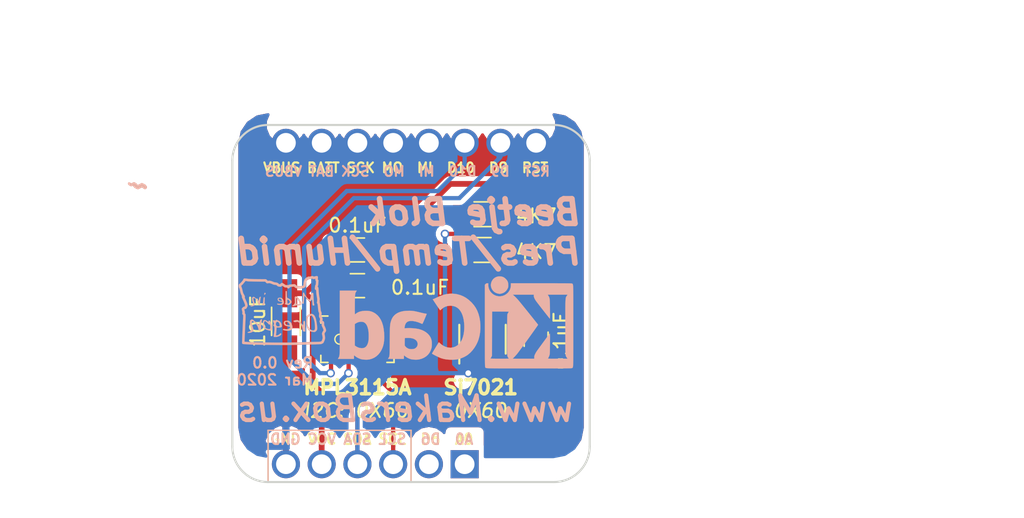
<source format=kicad_pcb>
(kicad_pcb (version 4) (host pcbnew 4.0.6)

  (general
    (links 27)
    (no_connects 1)
    (area 142.164999 86.284999 167.715001 111.835001)
    (thickness 1.6)
    (drawings 20)
    (tracks 119)
    (zones 0)
    (modules 12)
    (nets 18)
  )

  (page A)
  (title_block
    (title "Beetje 32U4 Blok")
    (date 2018-08-10)
    (rev 0.0)
    (company www.MakersBox.us)
    (comment 1 648.ken@gmail.com)
  )

  (layers
    (0 F.Cu signal)
    (31 B.Cu signal)
    (32 B.Adhes user)
    (33 F.Adhes user)
    (34 B.Paste user)
    (35 F.Paste user)
    (36 B.SilkS user)
    (37 F.SilkS user)
    (38 B.Mask user)
    (39 F.Mask user)
    (40 Dwgs.User user)
    (41 Cmts.User user)
    (42 Eco1.User user)
    (43 Eco2.User user)
    (44 Edge.Cuts user)
    (45 Margin user)
    (46 B.CrtYd user)
    (47 F.CrtYd user)
    (48 B.Fab user)
    (49 F.Fab user)
  )

  (setup
    (last_trace_width 0.3048)
    (user_trace_width 0.3048)
    (user_trace_width 0.4064)
    (user_trace_width 0.6096)
    (trace_clearance 0.2)
    (zone_clearance 0.35)
    (zone_45_only no)
    (trace_min 0.2)
    (segment_width 0.2)
    (edge_width 0.15)
    (via_size 0.6)
    (via_drill 0.4)
    (via_min_size 0.4)
    (via_min_drill 0.3)
    (uvia_size 0.3)
    (uvia_drill 0.1)
    (uvias_allowed no)
    (uvia_min_size 0.2)
    (uvia_min_drill 0.1)
    (pcb_text_width 0.3)
    (pcb_text_size 1.5 1.5)
    (mod_edge_width 0.15)
    (mod_text_size 1 1)
    (mod_text_width 0.15)
    (pad_size 1.7 1.7)
    (pad_drill 0.508)
    (pad_to_mask_clearance 0)
    (aux_axis_origin 0 0)
    (visible_elements 7FFFFFFF)
    (pcbplotparams
      (layerselection 0x00030_80000001)
      (usegerberextensions false)
      (excludeedgelayer true)
      (linewidth 0.100000)
      (plotframeref false)
      (viasonmask false)
      (mode 1)
      (useauxorigin false)
      (hpglpennumber 1)
      (hpglpenspeed 20)
      (hpglpendiameter 15)
      (hpglpenoverlay 2)
      (psnegative false)
      (psa4output false)
      (plotreference true)
      (plotvalue true)
      (plotinvisibletext false)
      (padsonsilk false)
      (subtractmaskfromsilk false)
      (outputformat 1)
      (mirror false)
      (drillshape 1)
      (scaleselection 1)
      (outputdirectory ""))
  )

  (net 0 "")
  (net 1 GND)
  (net 2 VBUS)
  (net 3 +BATT)
  (net 4 /D10)
  (net 5 /D9)
  (net 6 /SCL)
  (net 7 /SDA)
  (net 8 /A0)
  (net 9 /SCK)
  (net 10 /MOSI)
  (net 11 /MISO)
  (net 12 /~RESET)
  (net 13 VCC)
  (net 14 "Net-(C4-Pad1)")
  (net 15 /D6)
  (net 16 "Net-(U1-Pad3)")
  (net 17 "Net-(U1-Pad4)")

  (net_class Default "This is the default net class."
    (clearance 0.2)
    (trace_width 0.25)
    (via_dia 0.6)
    (via_drill 0.4)
    (uvia_dia 0.3)
    (uvia_drill 0.1)
    (add_net +BATT)
    (add_net /A0)
    (add_net /D10)
    (add_net /D6)
    (add_net /D9)
    (add_net /MISO)
    (add_net /MOSI)
    (add_net /SCK)
    (add_net /SCL)
    (add_net /SDA)
    (add_net /~RESET)
    (add_net GND)
    (add_net "Net-(C4-Pad1)")
    (add_net "Net-(U1-Pad3)")
    (add_net "Net-(U1-Pad4)")
    (add_net VBUS)
    (add_net VCC)
  )

  (module footprints:KiCad-Logo2_8mm_SilkScreen (layer B.Cu) (tedit 0) (tstamp 5B722793)
    (at 158.115 101.092 180)
    (descr "KiCad Logo")
    (tags "Logo KiCad")
    (attr virtual)
    (fp_text reference REF*** (at 0 0 180) (layer B.SilkS) hide
      (effects (font (size 1 1) (thickness 0.15)) (justify mirror))
    )
    (fp_text value KiCad-Logo2_8mm_SilkScreen (at 0.75 0 180) (layer B.Fab) hide
      (effects (font (size 1 1) (thickness 0.15)) (justify mirror))
    )
    (fp_poly (pts (xy -3.922722 3.342976) (xy -3.908256 3.191281) (xy -3.866163 3.047997) (xy -3.798393 2.916193)
      (xy -3.706899 2.798942) (xy -3.593635 2.699313) (xy -3.46451 2.622271) (xy -3.323028 2.569521)
      (xy -3.180554 2.544799) (xy -3.039896 2.546316) (xy -2.903864 2.572283) (xy -2.775267 2.62091)
      (xy -2.656914 2.690407) (xy -2.551614 2.778986) (xy -2.462177 2.884857) (xy -2.391412 3.00623)
      (xy -2.342129 3.141317) (xy -2.317135 3.288326) (xy -2.314556 3.354756) (xy -2.314556 3.471835)
      (xy -2.24542 3.471835) (xy -2.197081 3.468047) (xy -2.161271 3.452338) (xy -2.125183 3.420734)
      (xy -2.074083 3.369633) (xy -2.074083 0.451862) (xy -2.074095 0.102862) (xy -2.074138 -0.217332)
      (xy -2.074223 -0.509974) (xy -2.074361 -0.776318) (xy -2.074562 -1.017617) (xy -2.074838 -1.235125)
      (xy -2.0752 -1.430095) (xy -2.075658 -1.60378) (xy -2.076223 -1.757435) (xy -2.076906 -1.892313)
      (xy -2.077717 -2.009668) (xy -2.078669 -2.110753) (xy -2.079771 -2.196821) (xy -2.081035 -2.269127)
      (xy -2.08247 -2.328923) (xy -2.084089 -2.377464) (xy -2.085902 -2.416003) (xy -2.08792 -2.445793)
      (xy -2.090154 -2.468089) (xy -2.092614 -2.484143) (xy -2.095312 -2.49521) (xy -2.098258 -2.502542)
      (xy -2.099699 -2.505005) (xy -2.105241 -2.51434) (xy -2.109947 -2.522923) (xy -2.115045 -2.530784)
      (xy -2.121765 -2.537955) (xy -2.131336 -2.544467) (xy -2.144986 -2.550353) (xy -2.163945 -2.555642)
      (xy -2.189442 -2.560368) (xy -2.222705 -2.56456) (xy -2.264964 -2.568251) (xy -2.317448 -2.571472)
      (xy -2.381386 -2.574254) (xy -2.458007 -2.57663) (xy -2.54854 -2.578629) (xy -2.654214 -2.580284)
      (xy -2.776258 -2.581627) (xy -2.915901 -2.582687) (xy -3.074372 -2.583498) (xy -3.2529 -2.58409)
      (xy -3.452715 -2.584495) (xy -3.675045 -2.584744) (xy -3.921119 -2.584869) (xy -4.192166 -2.584901)
      (xy -4.489416 -2.584871) (xy -4.814097 -2.584811) (xy -5.167438 -2.584752) (xy -5.218541 -2.584746)
      (xy -5.573985 -2.584689) (xy -5.900594 -2.584595) (xy -6.199592 -2.584455) (xy -6.472204 -2.584259)
      (xy -6.719653 -2.583997) (xy -6.943164 -2.58366) (xy -7.14396 -2.583239) (xy -7.323266 -2.582723)
      (xy -7.482307 -2.582104) (xy -7.622306 -2.581371) (xy -7.744487 -2.580515) (xy -7.850075 -2.579526)
      (xy -7.940293 -2.578394) (xy -8.016366 -2.577111) (xy -8.079519 -2.575666) (xy -8.130975 -2.574049)
      (xy -8.171958 -2.572252) (xy -8.203692 -2.570265) (xy -8.227402 -2.568077) (xy -8.244312 -2.565679)
      (xy -8.255646 -2.563063) (xy -8.261448 -2.560841) (xy -8.272714 -2.556088) (xy -8.283058 -2.552578)
      (xy -8.292517 -2.549068) (xy -8.301132 -2.544313) (xy -8.308942 -2.537069) (xy -8.315985 -2.526091)
      (xy -8.322302 -2.510135) (xy -8.327931 -2.487955) (xy -8.332912 -2.458309) (xy -8.337284 -2.419951)
      (xy -8.341086 -2.371637) (xy -8.344358 -2.312122) (xy -8.347139 -2.240163) (xy -8.349467 -2.154513)
      (xy -8.351383 -2.053931) (xy -8.352925 -1.937169) (xy -8.354134 -1.802985) (xy -8.355047 -1.650134)
      (xy -8.355705 -1.477371) (xy -8.356146 -1.283452) (xy -8.356411 -1.067133) (xy -8.356536 -0.827168)
      (xy -8.356564 -0.562314) (xy -8.356533 -0.271326) (xy -8.356481 0.04704) (xy -8.356449 0.39403)
      (xy -8.356449 0.450148) (xy -8.356467 0.800159) (xy -8.356501 1.121364) (xy -8.356515 1.415017)
      (xy -8.356476 1.682372) (xy -8.356351 1.924683) (xy -8.356103 2.143203) (xy -8.3557 2.339187)
      (xy -8.355107 2.513887) (xy -8.354335 2.660237) (xy -7.951149 2.660237) (xy -7.898174 2.583225)
      (xy -7.883302 2.562232) (xy -7.869895 2.543644) (xy -7.857876 2.52588) (xy -7.84717 2.507362)
      (xy -7.837703 2.486509) (xy -7.829397 2.461743) (xy -7.822178 2.431483) (xy -7.815969 2.39415)
      (xy -7.810696 2.348165) (xy -7.806282 2.291948) (xy -7.802652 2.22392) (xy -7.79973 2.1425)
      (xy -7.797441 2.04611) (xy -7.795709 1.93317) (xy -7.794458 1.802101) (xy -7.793614 1.651322)
      (xy -7.793099 1.479254) (xy -7.792839 1.284319) (xy -7.792757 1.064935) (xy -7.792779 0.819524)
      (xy -7.792828 0.546506) (xy -7.79284 0.383255) (xy -7.792808 0.094417) (xy -7.792763 -0.165943)
      (xy -7.792779 -0.399406) (xy -7.792931 -0.607554) (xy -7.793294 -0.791969) (xy -7.793943 -0.954231)
      (xy -7.794953 -1.095922) (xy -7.796399 -1.218624) (xy -7.798355 -1.323917) (xy -7.800896 -1.413383)
      (xy -7.804097 -1.488603) (xy -7.808033 -1.551159) (xy -7.81278 -1.602632) (xy -7.81841 -1.644603)
      (xy -7.825001 -1.678653) (xy -7.832626 -1.706365) (xy -7.84136 -1.729318) (xy -7.851279 -1.749096)
      (xy -7.862456 -1.767278) (xy -7.874967 -1.785446) (xy -7.888888 -1.805182) (xy -7.896997 -1.817019)
      (xy -7.948618 -1.893728) (xy -7.240914 -1.893728) (xy -7.076826 -1.893681) (xy -6.940367 -1.893481)
      (xy -6.829109 -1.893033) (xy -6.740621 -1.892244) (xy -6.672476 -1.89102) (xy -6.622243 -1.889269)
      (xy -6.587493 -1.886897) (xy -6.565798 -1.88381) (xy -6.554727 -1.879916) (xy -6.551851 -1.87512)
      (xy -6.554741 -1.86933) (xy -6.556333 -1.867426) (xy -6.589817 -1.81807) (xy -6.624296 -1.747773)
      (xy -6.655729 -1.665227) (xy -6.666738 -1.630061) (xy -6.672884 -1.606175) (xy -6.678078 -1.578135)
      (xy -6.68243 -1.543165) (xy -6.686048 -1.498489) (xy -6.689043 -1.441329) (xy -6.691523 -1.36891)
      (xy -6.693598 -1.278455) (xy -6.695377 -1.167188) (xy -6.69697 -1.032331) (xy -6.698486 -0.871109)
      (xy -6.698988 -0.811597) (xy -6.700342 -0.644976) (xy -6.701352 -0.506026) (xy -6.701941 -0.392361)
      (xy -6.702031 -0.301596) (xy -6.701544 -0.231344) (xy -6.700403 -0.179219) (xy -6.69853 -0.142834)
      (xy -6.695847 -0.119804) (xy -6.692276 -0.107742) (xy -6.687739 -0.104261) (xy -6.682159 -0.106976)
      (xy -6.676203 -0.112722) (xy -6.662417 -0.129943) (xy -6.63305 -0.168651) (xy -6.590179 -0.22601)
      (xy -6.535882 -0.299181) (xy -6.472237 -0.385326) (xy -6.401323 -0.481609) (xy -6.325216 -0.585192)
      (xy -6.245995 -0.693237) (xy -6.165738 -0.802907) (xy -6.086522 -0.911364) (xy -6.010426 -1.01577)
      (xy -5.939527 -1.113289) (xy -5.875903 -1.201083) (xy -5.821633 -1.276314) (xy -5.778793 -1.336144)
      (xy -5.749462 -1.377737) (xy -5.74338 -1.386567) (xy -5.712864 -1.435698) (xy -5.677172 -1.49959)
      (xy -5.643357 -1.565542) (xy -5.639069 -1.574437) (xy -5.610208 -1.638602) (xy -5.593452 -1.68861)
      (xy -5.585823 -1.736307) (xy -5.584334 -1.792278) (xy -5.585178 -1.893728) (xy -4.048204 -1.893728)
      (xy -4.169575 -1.768938) (xy -4.231879 -1.70251) (xy -4.29883 -1.627316) (xy -4.360132 -1.555063)
      (xy -4.387325 -1.52131) (xy -4.427849 -1.468661) (xy -4.481176 -1.397817) (xy -4.545747 -1.310947)
      (xy -4.620001 -1.210222) (xy -4.702381 -1.097809) (xy -4.791326 -0.975879) (xy -4.885278 -0.846602)
      (xy -4.982678 -0.712146) (xy -5.081965 -0.574681) (xy -5.181581 -0.436377) (xy -5.279967 -0.299403)
      (xy -5.375564 -0.165929) (xy -5.466812 -0.038124) (xy -5.552152 0.081843) (xy -5.630025 0.191801)
      (xy -5.698871 0.289582) (xy -5.757132 0.373016) (xy -5.803249 0.439934) (xy -5.835661 0.488166)
      (xy -5.85281 0.515542) (xy -5.85515 0.521004) (xy -5.844554 0.536083) (xy -5.816868 0.57227)
      (xy -5.773909 0.627299) (xy -5.71749 0.698907) (xy -5.649426 0.784829) (xy -5.571533 0.882802)
      (xy -5.485625 0.990562) (xy -5.393517 1.105845) (xy -5.297023 1.226386) (xy -5.197959 1.349921)
      (xy -5.118438 1.448918) (xy -3.772426 1.448918) (xy -3.764558 1.431667) (xy -3.74548 1.402045)
      (xy -3.744086 1.400072) (xy -3.719073 1.359927) (xy -3.692916 1.310891) (xy -3.687725 1.300059)
      (xy -3.683017 1.288837) (xy -3.678857 1.275366) (xy -3.675203 1.25779) (xy -3.672015 1.234255)
      (xy -3.669255 1.202906) (xy -3.666881 1.161888) (xy -3.664853 1.109348) (xy -3.663132 1.043429)
      (xy -3.661676 0.962277) (xy -3.660447 0.864038) (xy -3.659404 0.746857) (xy -3.658506 0.608879)
      (xy -3.657714 0.448249) (xy -3.656988 0.263112) (xy -3.656287 0.051614) (xy -3.655577 -0.186509)
      (xy -3.65486 -0.432967) (xy -3.654282 -0.651229) (xy -3.653931 -0.843155) (xy -3.653898 -1.010607)
      (xy -3.654272 -1.155449) (xy -3.655143 -1.27954) (xy -3.656601 -1.384744) (xy -3.658736 -1.472922)
      (xy -3.661637 -1.545936) (xy -3.665394 -1.605648) (xy -3.670097 -1.65392) (xy -3.675835 -1.692614)
      (xy -3.682699 -1.723591) (xy -3.690778 -1.748714) (xy -3.700162 -1.769845) (xy -3.71094 -1.788845)
      (xy -3.723203 -1.807576) (xy -3.73452 -1.824175) (xy -3.757334 -1.859182) (xy -3.770843 -1.882593)
      (xy -3.772426 -1.88688) (xy -3.757905 -1.888314) (xy -3.716375 -1.889646) (xy -3.650889 -1.890845)
      (xy -3.564495 -1.891877) (xy -3.460246 -1.892712) (xy -3.341192 -1.893317) (xy -3.210384 -1.89366)
      (xy -3.118639 -1.893728) (xy -2.978855 -1.893434) (xy -2.849924 -1.892593) (xy -2.734758 -1.891263)
      (xy -2.63627 -1.889503) (xy -2.557376 -1.887372) (xy -2.500988 -1.884928) (xy -2.47002 -1.882231)
      (xy -2.464852 -1.880538) (xy -2.4751 -1.860697) (xy -2.485749 -1.850006) (xy -2.503286 -1.827204)
      (xy -2.526237 -1.786929) (xy -2.54211 -1.754231) (xy -2.577574 -1.675799) (xy -2.581668 -0.108964)
      (xy -2.585762 1.45787) (xy -3.179094 1.45787) (xy -3.309323 1.457651) (xy -3.42967 1.457027)
      (xy -3.536932 1.456047) (xy -3.627907 1.454757) (xy -3.699393 1.453208) (xy -3.748186 1.451446)
      (xy -3.771085 1.449521) (xy -3.772426 1.448918) (xy -5.118438 1.448918) (xy -5.09814 1.474187)
      (xy -4.99938 1.596919) (xy -4.903493 1.715853) (xy -4.812296 1.828726) (xy -4.727602 1.933272)
      (xy -4.651227 2.027229) (xy -4.584984 2.108332) (xy -4.53069 2.174316) (xy -4.507838 2.201835)
      (xy -4.392952 2.335851) (xy -4.290971 2.446697) (xy -4.199355 2.536991) (xy -4.115566 2.609349)
      (xy -4.103077 2.619158) (xy -4.050473 2.659904) (xy -4.803864 2.66007) (xy -5.557254 2.660237)
      (xy -5.550213 2.596361) (xy -5.55461 2.520016) (xy -5.583276 2.429118) (xy -5.636496 2.322943)
      (xy -5.696817 2.226708) (xy -5.718409 2.196559) (xy -5.755758 2.146559) (xy -5.806637 2.079558)
      (xy -5.86882 1.998409) (xy -5.940081 1.905962) (xy -6.018192 1.805067) (xy -6.100928 1.698577)
      (xy -6.186063 1.589342) (xy -6.271369 1.480213) (xy -6.354621 1.374041) (xy -6.433592 1.273677)
      (xy -6.506055 1.181973) (xy -6.569785 1.101779) (xy -6.622555 1.035946) (xy -6.662138 0.987326)
      (xy -6.686309 0.95877) (xy -6.690381 0.954379) (xy -6.694188 0.965038) (xy -6.697135 1.00537)
      (xy -6.699217 1.075) (xy -6.700429 1.173553) (xy -6.700766 1.300656) (xy -6.700223 1.455932)
      (xy -6.699013 1.615681) (xy -6.697253 1.791569) (xy -6.695223 1.940333) (xy -6.692593 2.064908)
      (xy -6.689031 2.168229) (xy -6.684206 2.253231) (xy -6.677787 2.322848) (xy -6.669444 2.380016)
      (xy -6.658844 2.427669) (xy -6.645657 2.468743) (xy -6.629552 2.506173) (xy -6.610197 2.542893)
      (xy -6.59065 2.576229) (xy -6.540063 2.660237) (xy -7.951149 2.660237) (xy -8.354335 2.660237)
      (xy -8.354291 2.668558) (xy -8.353218 2.804453) (xy -8.351853 2.922826) (xy -8.350162 3.024931)
      (xy -8.348112 3.112021) (xy -8.345668 3.18535) (xy -8.342796 3.246171) (xy -8.339462 3.29574)
      (xy -8.335633 3.335308) (xy -8.331274 3.36613) (xy -8.326351 3.38946) (xy -8.32083 3.406552)
      (xy -8.314678 3.418658) (xy -8.307859 3.427033) (xy -8.30034 3.43293) (xy -8.292087 3.437604)
      (xy -8.283067 3.442307) (xy -8.275084 3.447058) (xy -8.268117 3.450488) (xy -8.257232 3.453588)
      (xy -8.240972 3.456375) (xy -8.217879 3.458866) (xy -8.186497 3.461077) (xy -8.145368 3.463024)
      (xy -8.093034 3.464724) (xy -8.028039 3.466193) (xy -7.948925 3.467448) (xy -7.854236 3.468506)
      (xy -7.742512 3.469382) (xy -7.612299 3.470093) (xy -7.462137 3.470655) (xy -7.29057 3.471086)
      (xy -7.096141 3.471401) (xy -6.877392 3.471617) (xy -6.632866 3.47175) (xy -6.361105 3.471817)
      (xy -6.079996 3.471835) (xy -3.922722 3.471835) (xy -3.922722 3.342976)) (layer B.SilkS) (width 0.01))
    (fp_poly (pts (xy 0.437258 2.730527) (xy 0.650464 2.702337) (xy 0.868727 2.648897) (xy 1.094796 2.569675)
      (xy 1.331418 2.464144) (xy 1.34642 2.456762) (xy 1.423232 2.41945) (xy 1.49186 2.387395)
      (xy 1.547297 2.362834) (xy 1.584536 2.348008) (xy 1.597278 2.344616) (xy 1.622863 2.337949)
      (xy 1.629003 2.332349) (xy 1.622208 2.318459) (xy 1.600853 2.28346) (xy 1.567396 2.23102)
      (xy 1.524294 2.164806) (xy 1.474008 2.088486) (xy 1.418995 2.005727) (xy 1.361714 1.920199)
      (xy 1.304623 1.835567) (xy 1.250183 1.7555) (xy 1.20085 1.683666) (xy 1.159083 1.623732)
      (xy 1.127342 1.579365) (xy 1.108085 1.554235) (xy 1.105442 1.55132) (xy 1.091971 1.557509)
      (xy 1.062227 1.580377) (xy 1.021527 1.615686) (xy 1.000566 1.63496) (xy 0.872104 1.735186)
      (xy 0.730034 1.808998) (xy 0.576256 1.85573) (xy 0.412672 1.874716) (xy 0.320275 1.873157)
      (xy 0.158995 1.85031) (xy 0.013587 1.802538) (xy -0.116384 1.729492) (xy -0.231353 1.630824)
      (xy -0.331754 1.506185) (xy -0.418022 1.355224) (xy -0.467839 1.239941) (xy -0.526222 1.059276)
      (xy -0.569252 0.862922) (xy -0.59704 0.655943) (xy -0.609695 0.443402) (xy -0.60733 0.230362)
      (xy -0.590055 0.021887) (xy -0.557981 -0.176961) (xy -0.511218 -0.361118) (xy -0.449877 -0.52552)
      (xy -0.4282 -0.571124) (xy -0.33734 -0.723014) (xy -0.230219 -0.851481) (xy -0.108412 -0.955478)
      (xy 0.02651 -1.033958) (xy 0.172971 -1.085874) (xy 0.3294 -1.110179) (xy 0.384608 -1.111967)
      (xy 0.546446 -1.097428) (xy 0.706791 -1.053737) (xy 0.86361 -0.981798) (xy 1.014867 -0.882512)
      (xy 1.136564 -0.778232) (xy 1.198512 -0.718945) (xy 1.439845 -1.114709) (xy 1.499886 -1.213446)
      (xy 1.554789 -1.304262) (xy 1.602606 -1.383895) (xy 1.641391 -1.44908) (xy 1.669194 -1.496554)
      (xy 1.68407 -1.523055) (xy 1.686003 -1.527175) (xy 1.675047 -1.540009) (xy 1.640993 -1.563016)
      (xy 1.588145 -1.594015) (xy 1.520811 -1.630829) (xy 1.443294 -1.671278) (xy 1.359902 -1.713182)
      (xy 1.27494 -1.754363) (xy 1.192714 -1.792642) (xy 1.117529 -1.825838) (xy 1.053691 -1.851775)
      (xy 1.022467 -1.862997) (xy 0.844377 -1.913342) (xy 0.660791 -1.94663) (xy 0.464142 -1.963943)
      (xy 0.295341 -1.967043) (xy 0.204867 -1.965585) (xy 0.117529 -1.962792) (xy 0.041068 -1.959009)
      (xy -0.01677 -1.954578) (xy -0.035549 -1.952337) (xy -0.220628 -1.913947) (xy -0.409051 -1.853877)
      (xy -0.59209 -1.775702) (xy -0.761013 -1.683) (xy -0.864201 -1.612864) (xy -1.033826 -1.468809)
      (xy -1.19133 -1.300302) (xy -1.333795 -1.111508) (xy -1.458303 -0.906591) (xy -1.561938 -0.689715)
      (xy -1.620324 -0.53355) (xy -1.687222 -0.289076) (xy -1.731821 -0.030064) (xy -1.754135 0.237881)
      (xy -1.754179 0.509155) (xy -1.731966 0.778153) (xy -1.687509 1.039271) (xy -1.620824 1.286905)
      (xy -1.615743 1.302334) (xy -1.532022 1.518085) (xy -1.429844 1.715017) (xy -1.305742 1.898701)
      (xy -1.15625 2.074712) (xy -1.09785 2.134973) (xy -0.916596 2.299984) (xy -0.730263 2.436505)
      (xy -0.535991 2.546021) (xy -0.330921 2.630019) (xy -0.11219 2.689985) (xy 0.01503 2.71327)
      (xy 0.226363 2.733995) (xy 0.437258 2.730527)) (layer B.SilkS) (width 0.01))
    (fp_poly (pts (xy 3.559492 1.509029) (xy 3.76175 1.482382) (xy 3.941836 1.437602) (xy 4.100911 1.374331)
      (xy 4.240138 1.292213) (xy 4.343465 1.207591) (xy 4.435116 1.108892) (xy 4.506666 1.002687)
      (xy 4.563786 0.879908) (xy 4.584388 0.822567) (xy 4.601508 0.770669) (xy 4.616422 0.722545)
      (xy 4.629302 0.675754) (xy 4.64032 0.627856) (xy 4.64965 0.576413) (xy 4.657463 0.518984)
      (xy 4.663932 0.45313) (xy 4.66923 0.376411) (xy 4.67353 0.286388) (xy 4.677003 0.18062)
      (xy 4.679823 0.056669) (xy 4.682162 -0.087906) (xy 4.684193 -0.255544) (xy 4.686088 -0.448685)
      (xy 4.687755 -0.638757) (xy 4.689521 -0.846703) (xy 4.691126 -1.026797) (xy 4.692737 -1.181244)
      (xy 4.69452 -1.312249) (xy 4.696643 -1.422017) (xy 4.699272 -1.512753) (xy 4.702576 -1.586662)
      (xy 4.706719 -1.64595) (xy 4.71187 -1.692822) (xy 4.718196 -1.729483) (xy 4.725863 -1.758137)
      (xy 4.735038 -1.78099) (xy 4.745888 -1.800248) (xy 4.758581 -1.818115) (xy 4.773283 -1.836796)
      (xy 4.779009 -1.844029) (xy 4.80007 -1.874436) (xy 4.809438 -1.895142) (xy 4.809468 -1.895754)
      (xy 4.794986 -1.898682) (xy 4.753733 -1.901378) (xy 4.688997 -1.903769) (xy 4.604064 -1.905778)
      (xy 4.502223 -1.907329) (xy 4.38676 -1.908346) (xy 4.260964 -1.908753) (xy 4.246443 -1.908757)
      (xy 3.683419 -1.908757) (xy 3.679076 -1.780858) (xy 3.674734 -1.652958) (xy 3.592071 -1.720841)
      (xy 3.46249 -1.810726) (xy 3.316172 -1.883541) (xy 3.201056 -1.923787) (xy 3.109098 -1.943342)
      (xy 2.998126 -1.956647) (xy 2.878615 -1.963285) (xy 2.761037 -1.962843) (xy 2.655867 -1.954905)
      (xy 2.607633 -1.947298) (xy 2.421218 -1.89689) (xy 2.2529 -1.823874) (xy 2.103896 -1.729337)
      (xy 1.975424 -1.614365) (xy 1.868699 -1.480046) (xy 1.78494 -1.327467) (xy 1.72586 -1.159594)
      (xy 1.709438 -1.084261) (xy 1.699307 -1.001451) (xy 1.694476 -0.901815) (xy 1.693817 -0.856686)
      (xy 1.693904 -0.852446) (xy 2.705656 -0.852446) (xy 2.718029 -0.952367) (xy 2.755556 -1.037343)
      (xy 2.820085 -1.111417) (xy 2.826818 -1.117292) (xy 2.891115 -1.163659) (xy 2.959958 -1.193724)
      (xy 3.040814 -1.209595) (xy 3.141149 -1.21338) (xy 3.165257 -1.21284) (xy 3.236909 -1.209309)
      (xy 3.290203 -1.202098) (xy 3.336823 -1.188566) (xy 3.388452 -1.166072) (xy 3.40262 -1.159178)
      (xy 3.483368 -1.111478) (xy 3.545701 -1.054719) (xy 3.562659 -1.034431) (xy 3.62213 -0.959194)
      (xy 3.62213 -0.698413) (xy 3.621417 -0.593706) (xy 3.619167 -0.516552) (xy 3.615215 -0.464478)
      (xy 3.609396 -0.435009) (xy 3.603958 -0.4264) (xy 3.582755 -0.422188) (xy 3.537778 -0.418697)
      (xy 3.475305 -0.416256) (xy 3.401619 -0.415194) (xy 3.389786 -0.415174) (xy 3.22899 -0.422169)
      (xy 3.092299 -0.443693) (xy 2.977065 -0.480569) (xy 2.880641 -0.53362) (xy 2.807509 -0.596127)
      (xy 2.748201 -0.673195) (xy 2.715285 -0.757135) (xy 2.705656 -0.852446) (xy 1.693904 -0.852446)
      (xy 1.696391 -0.731864) (xy 1.707501 -0.626821) (xy 1.729129 -0.531998) (xy 1.763261 -0.437837)
      (xy 1.795209 -0.368111) (xy 1.873252 -0.241236) (xy 1.977227 -0.124042) (xy 2.10397 -0.018662)
      (xy 2.250318 0.072772) (xy 2.413106 0.148126) (xy 2.589171 0.205268) (xy 2.675266 0.225158)
      (xy 2.856574 0.254587) (xy 3.054208 0.274003) (xy 3.25585 0.282498) (xy 3.424346 0.280325)
      (xy 3.639875 0.2713) (xy 3.629997 0.349822) (xy 3.604311 0.48183) (xy 3.562861 0.589298)
      (xy 3.504501 0.673048) (xy 3.428083 0.733905) (xy 3.332461 0.772692) (xy 3.21649 0.790234)
      (xy 3.079021 0.787353) (xy 3.028462 0.782026) (xy 2.840486 0.748518) (xy 2.658338 0.693887)
      (xy 2.532485 0.643294) (xy 2.472361 0.617499) (xy 2.421194 0.596769) (xy 2.386111 0.583929)
      (xy 2.375875 0.581203) (xy 2.362902 0.59329) (xy 2.340643 0.631858) (xy 2.30889 0.697345)
      (xy 2.267432 0.790184) (xy 2.216061 0.910813) (xy 2.207277 0.931835) (xy 2.167261 1.028115)
      (xy 2.131341 1.115115) (xy 2.101069 1.189031) (xy 2.077996 1.246059) (xy 2.063674 1.282393)
      (xy 2.059538 1.294161) (xy 2.07285 1.300491) (xy 2.107833 1.307517) (xy 2.145474 1.312415)
      (xy 2.185623 1.318748) (xy 2.249246 1.331323) (xy 2.330697 1.348908) (xy 2.424336 1.37027)
      (xy 2.52452 1.394175) (xy 2.562545 1.403525) (xy 2.702419 1.437592) (xy 2.819131 1.464302)
      (xy 2.918435 1.484509) (xy 3.006085 1.499066) (xy 3.087836 1.508827) (xy 3.169441 1.514644)
      (xy 3.256656 1.51737) (xy 3.333898 1.5179) (xy 3.559492 1.509029)) (layer B.SilkS) (width 0.01))
    (fp_poly (pts (xy 8.236474 0.702633) (xy 8.2365 0.390539) (xy 8.236535 0.107038) (xy 8.236631 -0.149336)
      (xy 8.236841 -0.380048) (xy 8.237216 -0.586565) (xy 8.237809 -0.770351) (xy 8.23867 -0.932874)
      (xy 8.239853 -1.075598) (xy 8.241408 -1.19999) (xy 8.243389 -1.307515) (xy 8.245846 -1.39964)
      (xy 8.248833 -1.47783) (xy 8.2524 -1.543551) (xy 8.256599 -1.598269) (xy 8.261484 -1.643449)
      (xy 8.267104 -1.680558) (xy 8.273513 -1.711062) (xy 8.280763 -1.736426) (xy 8.288905 -1.758115)
      (xy 8.29799 -1.777597) (xy 8.308073 -1.796337) (xy 8.319203 -1.8158) (xy 8.326117 -1.827924)
      (xy 8.371736 -1.908757) (xy 7.229231 -1.908757) (xy 7.229231 -1.781006) (xy 7.228257 -1.723273)
      (xy 7.225658 -1.679119) (xy 7.221918 -1.655446) (xy 7.220265 -1.653254) (xy 7.205058 -1.662419)
      (xy 7.174817 -1.686175) (xy 7.144595 -1.711969) (xy 7.071924 -1.766201) (xy 6.979423 -1.820792)
      (xy 6.876839 -1.870725) (xy 6.773919 -1.910987) (xy 6.732843 -1.923833) (xy 6.641649 -1.943225)
      (xy 6.531343 -1.956487) (xy 6.412329 -1.963202) (xy 6.295005 -1.962953) (xy 6.189773 -1.955324)
      (xy 6.139586 -1.947592) (xy 5.95573 -1.896918) (xy 5.786245 -1.820067) (xy 5.632046 -1.717737)
      (xy 5.494044 -1.590628) (xy 5.373151 -1.43944) (xy 5.284214 -1.291927) (xy 5.211165 -1.136483)
      (xy 5.155248 -0.977586) (xy 5.115311 -0.809843) (xy 5.090207 -0.627861) (xy 5.078786 -0.426245)
      (xy 5.077819 -0.323136) (xy 5.080607 -0.247545) (xy 6.18446 -0.247545) (xy 6.184737 -0.371452)
      (xy 6.188615 -0.488199) (xy 6.196154 -0.59082) (xy 6.207411 -0.672349) (xy 6.210851 -0.688779)
      (xy 6.253189 -0.831612) (xy 6.308652 -0.947473) (xy 6.377703 -1.036654) (xy 6.460804 -1.099444)
      (xy 6.558418 -1.136137) (xy 6.67101 -1.147021) (xy 6.799041 -1.13239) (xy 6.883551 -1.111458)
      (xy 6.948978 -1.087241) (xy 7.021043 -1.052828) (xy 7.075178 -1.021272) (xy 7.169113 -0.95954)
      (xy 7.169113 0.57178) (xy 7.079369 0.629784) (xy 6.974823 0.684267) (xy 6.862742 0.719749)
      (xy 6.749411 0.735624) (xy 6.641117 0.731288) (xy 6.544145 0.706135) (xy 6.501603 0.685407)
      (xy 6.424485 0.628162) (xy 6.359305 0.552578) (xy 6.304513 0.455892) (xy 6.258561 0.335342)
      (xy 6.219897 0.188167) (xy 6.218191 0.180355) (xy 6.20465 0.097473) (xy 6.194476 -0.006116)
      (xy 6.187726 -0.123444) (xy 6.18446 -0.247545) (xy 5.080607 -0.247545) (xy 5.088272 -0.039801)
      (xy 5.117488 0.220927) (xy 5.165396 0.458877) (xy 5.231928 0.673876) (xy 5.317015 0.86575)
      (xy 5.420587 1.034326) (xy 5.542575 1.179432) (xy 5.682911 1.300895) (xy 5.743041 1.342102)
      (xy 5.877441 1.416855) (xy 6.014957 1.469591) (xy 6.161524 1.501757) (xy 6.323073 1.514797)
      (xy 6.446231 1.513405) (xy 6.618848 1.498805) (xy 6.768751 1.469761) (xy 6.900278 1.424937)
      (xy 7.017765 1.363) (xy 7.082823 1.317451) (xy 7.12192 1.288275) (xy 7.150798 1.268344)
      (xy 7.161728 1.262485) (xy 7.163878 1.276903) (xy 7.165596 1.317713) (xy 7.1669 1.381253)
      (xy 7.167805 1.46386) (xy 7.168328 1.56187) (xy 7.168487 1.671621) (xy 7.168298 1.789449)
      (xy 7.167778 1.911693) (xy 7.166944 2.034687) (xy 7.165812 2.15477) (xy 7.164399 2.268279)
      (xy 7.162723 2.37155) (xy 7.1608 2.46092) (xy 7.158646 2.532727) (xy 7.15628 2.583307)
      (xy 7.155625 2.592604) (xy 7.145537 2.686353) (xy 7.130145 2.759776) (xy 7.106528 2.822511)
      (xy 7.071767 2.884198) (xy 7.063423 2.896953) (xy 7.030895 2.945799) (xy 8.236213 2.945799)
      (xy 8.236474 0.702633)) (layer B.SilkS) (width 0.01))
    (fp_poly (pts (xy -3.02624 3.958707) (xy -2.898063 3.926438) (xy -2.782789 3.869413) (xy -2.683189 3.789828)
      (xy -2.602035 3.689875) (xy -2.542098 3.571749) (xy -2.507134 3.443525) (xy -2.499344 3.314031)
      (xy -2.51912 3.189071) (xy -2.563988 3.072101) (xy -2.631472 2.966578) (xy -2.719098 2.875958)
      (xy -2.824393 2.803697) (xy -2.944882 2.753252) (xy -3.013135 2.736712) (xy -3.072378 2.726698)
      (xy -3.118046 2.722741) (xy -3.161928 2.72517) (xy -3.215814 2.734316) (xy -3.259877 2.743602)
      (xy -3.384248 2.785553) (xy -3.495647 2.853617) (xy -3.591565 2.945731) (xy -3.669496 3.05983)
      (xy -3.688067 3.096095) (xy -3.709951 3.144513) (xy -3.723675 3.185172) (xy -3.731085 3.227951)
      (xy -3.734027 3.282728) (xy -3.734397 3.344083) (xy -3.728957 3.456394) (xy -3.711096 3.548629)
      (xy -3.677559 3.629342) (xy -3.62509 3.707086) (xy -3.573769 3.766018) (xy -3.478054 3.853645)
      (xy -3.378078 3.914132) (xy -3.267907 3.950347) (xy -3.164549 3.964027) (xy -3.02624 3.958707)) (layer B.SilkS) (width 0.01))
  )

  (module footprints:MadeInOregonRev25 (layer F.Cu) (tedit 0) (tstamp 5B7229FC)
    (at 145.796 99.568)
    (fp_text reference VAL (at 0 0) (layer F.SilkS) hide
      (effects (font (size 1.143 1.143) (thickness 0.1778)))
    )
    (fp_text value MadeInOregonRev25 (at 0 0) (layer F.SilkS) hide
      (effects (font (size 1.143 1.143) (thickness 0.1778)))
    )
    (fp_poly (pts (xy -3.09626 -1.76022) (xy -3.09626 -1.72212) (xy -3.09372 -1.69672) (xy -3.09118 -1.67386)
      (xy -3.0861 -1.65608) (xy -3.07594 -1.63576) (xy -3.0734 -1.62814) (xy -3.0607 -1.6002)
      (xy -3.05054 -1.5748) (xy -3.04038 -1.54432) (xy -3.03022 -1.50876) (xy -3.02006 -1.46304)
      (xy -3.00736 -1.4097) (xy -3.00228 -1.39192) (xy -2.98704 -1.31826) (xy -2.96926 -1.2573)
      (xy -2.95402 -1.20396) (xy -2.9337 -1.15824) (xy -2.91338 -1.1176) (xy -2.91338 -1.74752)
      (xy -2.91338 -1.76276) (xy -2.91084 -1.77546) (xy -2.90322 -1.78816) (xy -2.89052 -1.8034)
      (xy -2.86766 -1.82118) (xy -2.8575 -1.83134) (xy -2.82956 -1.8542) (xy -2.80416 -1.8796)
      (xy -2.78638 -1.90246) (xy -2.77876 -1.91008) (xy -2.76606 -1.92786) (xy -2.74574 -1.95326)
      (xy -2.72034 -1.98374) (xy -2.69494 -2.01422) (xy -2.6924 -2.01676) (xy -2.66954 -2.0447)
      (xy -2.64922 -2.0701) (xy -2.63652 -2.08788) (xy -2.6289 -2.09804) (xy -2.6289 -2.10058)
      (xy -2.62382 -2.10566) (xy -2.60604 -2.10566) (xy -2.58064 -2.10566) (xy -2.55016 -2.10058)
      (xy -2.51968 -2.0955) (xy -2.50952 -2.09296) (xy -2.49682 -2.09042) (xy -2.48412 -2.08534)
      (xy -2.46888 -2.08534) (xy -2.4511 -2.0828) (xy -2.4257 -2.08026) (xy -2.39268 -2.07772)
      (xy -2.35458 -2.07772) (xy -2.30632 -2.07518) (xy -2.2479 -2.07518) (xy -2.17678 -2.07264)
      (xy -2.09296 -2.0701) (xy -2.03962 -2.0701) (xy -1.95326 -2.06756) (xy -1.8669 -2.06756)
      (xy -1.78054 -2.06502) (xy -1.69672 -2.06502) (xy -1.61798 -2.06248) (xy -1.54686 -2.06248)
      (xy -1.48336 -2.06248) (xy -1.4351 -2.06248) (xy -1.4224 -2.06248) (xy -1.22936 -2.06248)
      (xy -1.1684 -2.00152) (xy -1.10744 -1.9431) (xy -1.0668 -1.9431) (xy -1.03886 -1.9431)
      (xy -1.0033 -1.94564) (xy -0.97536 -1.95072) (xy -0.94234 -1.95326) (xy -0.91186 -1.95072)
      (xy -0.87884 -1.94564) (xy -0.8382 -1.93548) (xy -0.79248 -1.9177) (xy -0.7366 -1.89484)
      (xy -0.72136 -1.88976) (xy -0.67818 -1.86944) (xy -0.64516 -1.85674) (xy -0.61722 -1.84912)
      (xy -0.59182 -1.84404) (xy -0.56388 -1.83896) (xy -0.5461 -1.83642) (xy -0.50038 -1.83134)
      (xy -0.46482 -1.82626) (xy -0.43688 -1.81864) (xy -0.41656 -1.80848) (xy -0.39624 -1.79578)
      (xy -0.37592 -1.77546) (xy -0.37338 -1.77292) (xy -0.35052 -1.7526) (xy -0.32512 -1.73482)
      (xy -0.30734 -1.72212) (xy -0.30734 -1.72212) (xy -0.28702 -1.71704) (xy -0.25654 -1.71196)
      (xy -0.22098 -1.70434) (xy -0.18288 -1.7018) (xy -0.14986 -1.69672) (xy -0.12446 -1.69672)
      (xy -0.10922 -1.69926) (xy -0.09652 -1.70688) (xy -0.07366 -1.71958) (xy -0.05334 -1.73736)
      (xy -0.03048 -1.75768) (xy -0.01524 -1.7653) (xy -0.00508 -1.76784) (xy 0 -1.7653)
      (xy 0.01016 -1.75768) (xy 0.03048 -1.74498) (xy 0.05842 -1.7272) (xy 0.0889 -1.70688)
      (xy 0.09652 -1.7018) (xy 0.18288 -1.64846) (xy 0.25908 -1.64592) (xy 0.29464 -1.64338)
      (xy 0.3175 -1.64084) (xy 0.3302 -1.6383) (xy 0.34036 -1.63322) (xy 0.34544 -1.6256)
      (xy 0.34798 -1.62052) (xy 0.3683 -1.59766) (xy 0.39624 -1.58242) (xy 0.42672 -1.5748)
      (xy 0.4318 -1.5748) (xy 0.45974 -1.58242) (xy 0.48768 -1.6002) (xy 0.51562 -1.63068)
      (xy 0.52578 -1.64338) (xy 0.53848 -1.65608) (xy 0.5461 -1.66624) (xy 0.55626 -1.67386)
      (xy 0.56896 -1.68148) (xy 0.58928 -1.68402) (xy 0.61468 -1.6891) (xy 0.65278 -1.69418)
      (xy 0.70104 -1.69672) (xy 0.71628 -1.69926) (xy 0.8255 -1.70942) (xy 0.85598 -1.68148)
      (xy 0.89154 -1.64846) (xy 0.9271 -1.62306) (xy 0.95758 -1.60274) (xy 0.96774 -1.59766)
      (xy 0.9906 -1.59258) (xy 1.02362 -1.5875) (xy 1.0668 -1.58242) (xy 1.11252 -1.57734)
      (xy 1.16332 -1.57226) (xy 1.21158 -1.56972) (xy 1.2573 -1.56972) (xy 1.25984 -1.56972)
      (xy 1.3081 -1.56972) (xy 1.35128 -1.5748) (xy 1.39446 -1.57988) (xy 1.44272 -1.59004)
      (xy 1.48844 -1.6002) (xy 1.52146 -1.61036) (xy 1.54686 -1.62306) (xy 1.56972 -1.63576)
      (xy 1.59258 -1.65608) (xy 1.61798 -1.68148) (xy 1.63576 -1.7018) (xy 1.651 -1.72212)
      (xy 1.65862 -1.74498) (xy 1.66624 -1.77292) (xy 1.67386 -1.80848) (xy 1.6764 -1.85166)
      (xy 1.68148 -1.90246) (xy 1.6891 -1.9812) (xy 1.7018 -2.04978) (xy 1.72212 -2.10566)
      (xy 1.74752 -2.15138) (xy 1.75006 -2.15646) (xy 1.77546 -2.18186) (xy 1.81356 -2.2098)
      (xy 1.82626 -2.21742) (xy 1.8542 -2.23012) (xy 1.87706 -2.24028) (xy 1.89484 -2.24282)
      (xy 1.9177 -2.24282) (xy 1.92024 -2.24282) (xy 1.95834 -2.24282) (xy 2.00152 -2.25044)
      (xy 2.032 -2.25806) (xy 2.0701 -2.27076) (xy 2.09804 -2.27584) (xy 2.11582 -2.27838)
      (xy 2.13106 -2.2733) (xy 2.1463 -2.26822) (xy 2.15392 -2.26314) (xy 2.1844 -2.2479)
      (xy 2.22758 -2.24282) (xy 2.27584 -2.2479) (xy 2.29108 -2.25298) (xy 2.31394 -2.25806)
      (xy 2.33426 -2.26314) (xy 2.34188 -2.26314) (xy 2.34188 -2.25806) (xy 2.34442 -2.23774)
      (xy 2.34442 -2.21488) (xy 2.34442 -2.21234) (xy 2.34442 -2.1844) (xy 2.34696 -2.16408)
      (xy 2.35204 -2.1463) (xy 2.36474 -2.12852) (xy 2.3876 -2.0955) (xy 2.37998 -1.97612)
      (xy 2.37744 -1.9304) (xy 2.37236 -1.89738) (xy 2.36982 -1.87198) (xy 2.36474 -1.8542)
      (xy 2.35966 -1.83896) (xy 2.35204 -1.82372) (xy 2.34696 -1.8161) (xy 2.33172 -1.78562)
      (xy 2.3241 -1.75768) (xy 2.3241 -1.73736) (xy 2.32156 -1.70942) (xy 2.31902 -1.68656)
      (xy 2.31648 -1.67894) (xy 2.31394 -1.66116) (xy 2.30886 -1.63576) (xy 2.30886 -1.60274)
      (xy 2.30886 -1.59004) (xy 2.30886 -1.55702) (xy 2.30886 -1.5367) (xy 2.31394 -1.52146)
      (xy 2.32156 -1.5113) (xy 2.33172 -1.4986) (xy 2.33426 -1.49606) (xy 2.35458 -1.48082)
      (xy 2.3749 -1.4732) (xy 2.37744 -1.47066) (xy 2.3876 -1.47066) (xy 2.39268 -1.46558)
      (xy 2.39776 -1.45034) (xy 2.4003 -1.42494) (xy 2.40284 -1.39192) (xy 2.40538 -1.35382)
      (xy 2.40538 -1.33096) (xy 2.40792 -1.28778) (xy 2.413 -1.2319) (xy 2.42062 -1.16078)
      (xy 2.43332 -1.07442) (xy 2.4511 -0.97536) (xy 2.4511 -0.96774) (xy 2.45872 -0.92456)
      (xy 2.4638 -0.88392) (xy 2.46888 -0.85344) (xy 2.47142 -0.83058) (xy 2.47396 -0.82296)
      (xy 2.47396 -0.81026) (xy 2.47142 -0.7874) (xy 2.47142 -0.75692) (xy 2.46888 -0.72644)
      (xy 2.46888 -0.69342) (xy 2.46634 -0.66294) (xy 2.4638 -0.64262) (xy 2.46126 -0.635)
      (xy 2.4511 -0.6096) (xy 2.44856 -0.57912) (xy 2.4511 -0.54864) (xy 2.46126 -0.52324)
      (xy 2.4765 -0.51054) (xy 2.48412 -0.49784) (xy 2.49174 -0.47244) (xy 2.5019 -0.4318)
      (xy 2.50952 -0.37592) (xy 2.51968 -0.30734) (xy 2.5273 -0.2286) (xy 2.53238 -0.16764)
      (xy 2.53746 -0.1143) (xy 2.54254 -0.0635) (xy 2.54762 -0.02032) (xy 2.5527 0.01524)
      (xy 2.55524 0.04064) (xy 2.55778 0.05334) (xy 2.56794 0.07366) (xy 2.5781 0.1016)
      (xy 2.58826 0.127) (xy 2.59588 0.14732) (xy 2.6035 0.16256) (xy 2.60604 0.18034)
      (xy 2.60858 0.20066) (xy 2.60858 0.22606) (xy 2.60604 0.25908) (xy 2.6035 0.3048)
      (xy 2.6035 0.32512) (xy 2.60096 0.37084) (xy 2.60096 0.4064) (xy 2.60604 0.43434)
      (xy 2.61366 0.45974) (xy 2.62636 0.48768) (xy 2.64668 0.5207) (xy 2.66446 0.5588)
      (xy 2.67462 0.58674) (xy 2.6797 0.61468) (xy 2.67462 0.64262) (xy 2.66446 0.68072)
      (xy 2.65938 0.69088) (xy 2.64668 0.72898) (xy 2.63906 0.75946) (xy 2.63906 0.77978)
      (xy 2.6416 0.79756) (xy 2.64922 0.8128) (xy 2.64922 0.81534) (xy 2.66446 0.83058)
      (xy 2.68986 0.84836) (xy 2.72034 0.86614) (xy 2.75336 0.87884) (xy 2.77368 0.88646)
      (xy 2.794 0.89154) (xy 2.794 0.98044) (xy 2.794 1.07188) (xy 2.82448 1.13538)
      (xy 2.8575 1.20396) (xy 2.8829 1.26238) (xy 2.90322 1.31064) (xy 2.91592 1.3462)
      (xy 2.921 1.36652) (xy 2.92354 1.3843) (xy 2.92354 1.39954) (xy 2.91592 1.41478)
      (xy 2.90068 1.4351) (xy 2.90068 1.43764) (xy 2.87274 1.47828) (xy 2.84988 1.51638)
      (xy 2.8321 1.5621) (xy 2.82448 1.59004) (xy 2.80924 1.64338) (xy 2.8321 1.74244)
      (xy 2.84734 1.80848) (xy 2.85496 1.86182) (xy 2.86004 1.90754) (xy 2.86004 1.94818)
      (xy 2.85242 1.98628) (xy 2.84226 2.02438) (xy 2.84226 2.02438) (xy 2.82702 2.06756)
      (xy 2.81432 2.10566) (xy 2.79908 2.13868) (xy 2.78892 2.16154) (xy 2.77876 2.1717)
      (xy 2.77876 2.17424) (xy 2.7686 2.17678) (xy 2.74828 2.1844) (xy 2.74066 2.18948)
      (xy 2.7178 2.1971) (xy 2.68224 2.20472) (xy 2.63398 2.2098) (xy 2.57302 2.21234)
      (xy 2.49682 2.21488) (xy 2.40792 2.21742) (xy 2.30632 2.21742) (xy 2.29616 2.21742)
      (xy 2.24028 2.21996) (xy 2.17424 2.21996) (xy 2.10058 2.2225) (xy 2.02184 2.2225)
      (xy 1.9431 2.22504) (xy 1.86944 2.23012) (xy 1.84912 2.23012) (xy 1.6129 2.23774)
      (xy 1.38684 2.2479) (xy 1.16332 2.25298) (xy 0.9398 2.25806) (xy 0.71882 2.26314)
      (xy 0.4953 2.26568) (xy 0.26924 2.26822) (xy 0.03556 2.26822) (xy -0.2032 2.26822)
      (xy -0.45466 2.26822) (xy -0.71628 2.26568) (xy -0.84836 2.26314) (xy -1.03378 2.2606)
      (xy -1.20396 2.25806) (xy -1.36144 2.25552) (xy -1.50622 2.25298) (xy -1.64084 2.25044)
      (xy -1.7653 2.2479) (xy -1.88214 2.24536) (xy -1.98882 2.24282) (xy -2.08788 2.23774)
      (xy -2.17932 2.2352) (xy -2.26822 2.23266) (xy -2.35204 2.22758) (xy -2.39776 2.22504)
      (xy -2.46126 2.2225) (xy -2.51968 2.21742) (xy -2.57302 2.21488) (xy -2.61874 2.21234)
      (xy -2.65176 2.2098) (xy -2.67462 2.2098) (xy -2.68732 2.2098) (xy -2.68732 2.2098)
      (xy -2.68732 2.20218) (xy -2.68478 2.17932) (xy -2.68478 2.1463) (xy -2.68224 2.09804)
      (xy -2.6797 2.03962) (xy -2.67716 1.97104) (xy -2.67208 1.8923) (xy -2.66954 1.80594)
      (xy -2.66446 1.70942) (xy -2.65938 1.60782) (xy -2.65684 1.50114) (xy -2.65176 1.38684)
      (xy -2.64414 1.27) (xy -2.64414 1.25476) (xy -2.63906 1.11506) (xy -2.63398 0.98806)
      (xy -2.6289 0.87376) (xy -2.62382 0.77216) (xy -2.61874 0.68326) (xy -2.6162 0.60452)
      (xy -2.61366 0.53848) (xy -2.61112 0.47752) (xy -2.61112 0.42926) (xy -2.61112 0.38608)
      (xy -2.61112 0.35306) (xy -2.61112 0.32258) (xy -2.61112 0.29972) (xy -2.61366 0.28194)
      (xy -2.6162 0.2667) (xy -2.61874 0.25654) (xy -2.62128 0.24638) (xy -2.62636 0.23876)
      (xy -2.63144 0.23368) (xy -2.63652 0.22606) (xy -2.6416 0.21844) (xy -2.6543 0.2032)
      (xy -2.66192 0.18796) (xy -2.66446 0.17272) (xy -2.66192 0.14732) (xy -2.66192 0.13716)
      (xy -2.66192 0.1016) (xy -2.66446 0.06858) (xy -2.67462 0.02794) (xy -2.67462 0.0254)
      (xy -2.68732 -0.01778) (xy -2.69494 -0.04826) (xy -2.69748 -0.07112) (xy -2.69748 -0.08382)
      (xy -2.69494 -0.09398) (xy -2.68732 -0.09906) (xy -2.68732 -0.1016) (xy -2.66954 -0.10668)
      (xy -2.64668 -0.1143) (xy -2.63652 -0.1143) (xy -2.60858 -0.12192) (xy -2.58572 -0.13208)
      (xy -2.5654 -0.14732) (xy -2.54762 -0.17018) (xy -2.52476 -0.20574) (xy -2.50698 -0.2413)
      (xy -2.4638 -0.3302) (xy -2.47142 -0.40894) (xy -2.4765 -0.43942) (xy -2.48158 -0.46736)
      (xy -2.4892 -0.49276) (xy -2.49682 -0.5207) (xy -2.50952 -0.55626) (xy -2.52984 -0.59944)
      (xy -2.53492 -0.61214) (xy -2.55524 -0.66294) (xy -2.5781 -0.71374) (xy -2.60096 -0.76708)
      (xy -2.62128 -0.8128) (xy -2.63144 -0.83058) (xy -2.64668 -0.86868) (xy -2.65938 -0.89662)
      (xy -2.667 -0.91694) (xy -2.66954 -0.92964) (xy -2.667 -0.9398) (xy -2.667 -0.94996)
      (xy -2.65938 -0.97536) (xy -2.65938 -1.00584) (xy -2.66954 -1.03886) (xy -2.68732 -1.0795)
      (xy -2.71272 -1.12776) (xy -2.71526 -1.1303) (xy -2.73812 -1.17094) (xy -2.75844 -1.2065)
      (xy -2.77368 -1.23698) (xy -2.78384 -1.26746) (xy -2.79654 -1.30048) (xy -2.8067 -1.34112)
      (xy -2.81686 -1.38684) (xy -2.82702 -1.43256) (xy -2.84226 -1.49606) (xy -2.85496 -1.54686)
      (xy -2.86512 -1.5875) (xy -2.87528 -1.62052) (xy -2.88544 -1.64846) (xy -2.89306 -1.67132)
      (xy -2.90068 -1.68148) (xy -2.9083 -1.70942) (xy -2.91338 -1.7399) (xy -2.91338 -1.74752)
      (xy -2.91338 -1.1176) (xy -2.91084 -1.11506) (xy -2.90576 -1.09982) (xy -2.88798 -1.07188)
      (xy -2.87782 -1.04902) (xy -2.87274 -1.03632) (xy -2.87274 -1.02616) (xy -2.87782 -1.016)
      (xy -2.88036 -0.99822) (xy -2.8829 -0.98044) (xy -2.87782 -0.95758) (xy -2.8702 -0.92964)
      (xy -2.85496 -0.89408) (xy -2.83464 -0.84582) (xy -2.8194 -0.81534) (xy -2.78384 -0.73406)
      (xy -2.74828 -0.65786) (xy -2.72034 -0.58928) (xy -2.69494 -0.52832) (xy -2.67462 -0.47752)
      (xy -2.66192 -0.43688) (xy -2.6543 -0.40894) (xy -2.6543 -0.4064) (xy -2.64922 -0.37846)
      (xy -2.65176 -0.36068) (xy -2.65684 -0.34036) (xy -2.66446 -0.32766) (xy -2.67462 -0.30734)
      (xy -2.68732 -0.29464) (xy -2.70256 -0.28702) (xy -2.72542 -0.28194) (xy -2.73812 -0.2794)
      (xy -2.75336 -0.27686) (xy -2.77114 -0.2667) (xy -2.78892 -0.25146) (xy -2.81686 -0.22606)
      (xy -2.82448 -0.2159) (xy -2.84988 -0.1905) (xy -2.86766 -0.17272) (xy -2.87782 -0.16002)
      (xy -2.8829 -0.14732) (xy -2.8829 -0.13208) (xy -2.8829 -0.12192) (xy -2.88036 -0.06858)
      (xy -2.86766 -0.00762) (xy -2.85242 0.05588) (xy -2.8448 0.08382) (xy -2.84226 0.10668)
      (xy -2.84226 0.12954) (xy -2.8448 0.16002) (xy -2.84734 0.1651) (xy -2.84988 0.19812)
      (xy -2.84988 0.22606) (xy -2.84226 0.24892) (xy -2.82448 0.27686) (xy -2.8067 0.29972)
      (xy -2.78384 0.32766) (xy -2.82702 1.3081) (xy -2.8321 1.42748) (xy -2.83718 1.54432)
      (xy -2.84226 1.65608) (xy -2.84734 1.76276) (xy -2.84988 1.86182) (xy -2.85496 1.95326)
      (xy -2.8575 2.03708) (xy -2.86004 2.11074) (xy -2.86258 2.17424) (xy -2.86512 2.22758)
      (xy -2.86512 2.26822) (xy -2.86512 2.29616) (xy -2.86512 2.3114) (xy -2.86512 2.3114)
      (xy -2.85496 2.3368) (xy -2.83464 2.35966) (xy -2.81178 2.3749) (xy -2.8067 2.37744)
      (xy -2.794 2.37998) (xy -2.76606 2.38252) (xy -2.72796 2.38506) (xy -2.6797 2.39014)
      (xy -2.62128 2.39268) (xy -2.55778 2.39776) (xy -2.48412 2.4003) (xy -2.40792 2.40538)
      (xy -2.32664 2.40792) (xy -2.24536 2.413) (xy -2.16154 2.41554) (xy -2.08026 2.41808)
      (xy -1.99898 2.42062) (xy -1.92278 2.42316) (xy -1.85166 2.4257) (xy -1.80848 2.42824)
      (xy -1.74752 2.42824) (xy -1.67386 2.43078) (xy -1.59004 2.43078) (xy -1.4986 2.43332)
      (xy -1.397 2.43586) (xy -1.29032 2.43586) (xy -1.1811 2.4384) (xy -1.0668 2.4384)
      (xy -0.95504 2.44094) (xy -0.84582 2.44348) (xy -0.80264 2.44348) (xy -0.70104 2.44348)
      (xy -0.59944 2.44602) (xy -0.50038 2.44602) (xy -0.40386 2.44856) (xy -0.31496 2.44856)
      (xy -0.23114 2.44856) (xy -0.15748 2.4511) (xy -0.09398 2.4511) (xy -0.04064 2.4511)
      (xy 0 2.4511) (xy 0.02286 2.4511) (xy 0.05842 2.4511) (xy 0.10922 2.4511)
      (xy 0.17018 2.4511) (xy 0.2413 2.4511) (xy 0.3175 2.4511) (xy 0.39878 2.44856)
      (xy 0.4826 2.44856) (xy 0.56642 2.44602) (xy 0.60198 2.44602) (xy 0.75692 2.44348)
      (xy 0.90678 2.4384) (xy 1.0541 2.43586) (xy 1.1938 2.43078) (xy 1.32588 2.42824)
      (xy 1.45034 2.42316) (xy 1.56464 2.42062) (xy 1.66624 2.41808) (xy 1.7526 2.413)
      (xy 1.77038 2.413) (xy 1.82626 2.41046) (xy 1.8923 2.40792) (xy 1.96342 2.40792)
      (xy 2.03454 2.40538) (xy 2.10312 2.40538) (xy 2.12852 2.40538) (xy 2.19456 2.40538)
      (xy 2.26822 2.40284) (xy 2.3495 2.40284) (xy 2.42824 2.39776) (xy 2.50444 2.39522)
      (xy 2.54254 2.39522) (xy 2.75844 2.38252) (xy 2.82956 2.3495) (xy 2.86258 2.33172)
      (xy 2.88798 2.31902) (xy 2.90576 2.30632) (xy 2.91084 2.30124) (xy 2.92608 2.28092)
      (xy 2.94132 2.25044) (xy 2.96164 2.2098) (xy 2.97942 2.16662) (xy 2.9972 2.12344)
      (xy 3.01244 2.08534) (xy 3.02514 2.0447) (xy 3.03276 2.01168) (xy 3.03784 1.98628)
      (xy 3.04038 1.9558) (xy 3.04038 1.93548) (xy 3.0353 1.86182) (xy 3.0226 1.778)
      (xy 3.00736 1.70434) (xy 2.99974 1.66878) (xy 2.99974 1.64084) (xy 3.00736 1.61036)
      (xy 3.0226 1.57734) (xy 3.04546 1.53924) (xy 3.0607 1.52146) (xy 3.08356 1.4859)
      (xy 3.0988 1.4605) (xy 3.10642 1.4351) (xy 3.10896 1.4097) (xy 3.10642 1.37668)
      (xy 3.0988 1.33858) (xy 3.09118 1.3081) (xy 3.07848 1.26746) (xy 3.0607 1.22174)
      (xy 3.04038 1.1684) (xy 3.01498 1.1176) (xy 2.99466 1.07442) (xy 2.98704 1.05664)
      (xy 2.97942 1.0414) (xy 2.97688 1.02362) (xy 2.97434 1.0033) (xy 2.97434 0.97282)
      (xy 2.97434 0.93218) (xy 2.97434 0.9271) (xy 2.9718 0.87884) (xy 2.96926 0.8382)
      (xy 2.96418 0.81026) (xy 2.95148 0.7874) (xy 2.9337 0.76708) (xy 2.90576 0.7493)
      (xy 2.86766 0.72898) (xy 2.84734 0.71882) (xy 2.84734 0.7112) (xy 2.84988 0.69342)
      (xy 2.85496 0.66802) (xy 2.8575 0.6604) (xy 2.86258 0.61468) (xy 2.86258 0.5842)
      (xy 2.86258 0.57658) (xy 2.84988 0.5334) (xy 2.82956 0.48768) (xy 2.8067 0.44196)
      (xy 2.79908 0.42926) (xy 2.79146 0.41656) (xy 2.78638 0.40386) (xy 2.7813 0.38862)
      (xy 2.7813 0.37084) (xy 2.7813 0.34798) (xy 2.7813 0.3175) (xy 2.78638 0.27432)
      (xy 2.79146 0.22098) (xy 2.79146 0.21844) (xy 2.79146 0.19304) (xy 2.79146 0.16764)
      (xy 2.78384 0.1397) (xy 2.77622 0.11176) (xy 2.76352 0.07874) (xy 2.75336 0.04826)
      (xy 2.7432 0.0254) (xy 2.74066 0.02032) (xy 2.73558 0.00762) (xy 2.7305 -0.0127)
      (xy 2.72796 -0.04064) (xy 2.72288 -0.07874) (xy 2.7178 -0.12954) (xy 2.71272 -0.1905)
      (xy 2.7051 -0.25908) (xy 2.69748 -0.32512) (xy 2.68986 -0.38862) (xy 2.6797 -0.44958)
      (xy 2.67208 -0.50292) (xy 2.66446 -0.5461) (xy 2.6543 -0.57658) (xy 2.65176 -0.58674)
      (xy 2.65176 -0.60452) (xy 2.6543 -0.6223) (xy 2.65684 -0.6477) (xy 2.65176 -0.68326)
      (xy 2.65176 -0.68326) (xy 2.64668 -0.71628) (xy 2.64922 -0.75184) (xy 2.65176 -0.76962)
      (xy 2.6543 -0.79248) (xy 2.65684 -0.8128) (xy 2.6543 -0.83566) (xy 2.65176 -0.8636)
      (xy 2.64414 -0.90424) (xy 2.6416 -0.91948) (xy 2.62382 -1.01346) (xy 2.61112 -1.09982)
      (xy 2.60096 -1.1811) (xy 2.59334 -1.26238) (xy 2.58572 -1.35128) (xy 2.58064 -1.42748)
      (xy 2.5781 -1.49352) (xy 2.57302 -1.54432) (xy 2.57048 -1.58496) (xy 2.5654 -1.61544)
      (xy 2.56286 -1.6383) (xy 2.55524 -1.65608) (xy 2.54762 -1.66878) (xy 2.53746 -1.6764)
      (xy 2.52984 -1.68402) (xy 2.51714 -1.69418) (xy 2.51206 -1.70688) (xy 2.5146 -1.72466)
      (xy 2.52222 -1.75006) (xy 2.53238 -1.77546) (xy 2.53238 -1.77546) (xy 2.54 -1.78816)
      (xy 2.54254 -1.79832) (xy 2.54762 -1.81102) (xy 2.55016 -1.8288) (xy 2.5527 -1.85166)
      (xy 2.55524 -1.88214) (xy 2.55778 -1.92532) (xy 2.56286 -1.97866) (xy 2.56286 -2.0066)
      (xy 2.57302 -2.159) (xy 2.54762 -2.18948) (xy 2.52222 -2.21996) (xy 2.52984 -2.29616)
      (xy 2.53238 -2.34442) (xy 2.53238 -2.37998) (xy 2.52984 -2.40538) (xy 2.51968 -2.4257)
      (xy 2.50698 -2.44094) (xy 2.50444 -2.44348) (xy 2.4892 -2.45618) (xy 2.47142 -2.46126)
      (xy 2.44856 -2.4638) (xy 2.42062 -2.4638) (xy 2.38252 -2.45618) (xy 2.33172 -2.44602)
      (xy 2.32664 -2.44348) (xy 2.2352 -2.42316) (xy 2.19964 -2.44348) (xy 2.17424 -2.45618)
      (xy 2.15138 -2.4638) (xy 2.12344 -2.4638) (xy 2.09296 -2.45872) (xy 2.04978 -2.4511)
      (xy 2.0193 -2.44348) (xy 1.98374 -2.43332) (xy 1.9558 -2.4257) (xy 1.93802 -2.42316)
      (xy 1.92024 -2.4257) (xy 1.90754 -2.42824) (xy 1.88722 -2.43078) (xy 1.86944 -2.43078)
      (xy 1.84912 -2.42824) (xy 1.82372 -2.41808) (xy 1.79324 -2.40284) (xy 1.76022 -2.38506)
      (xy 1.71958 -2.3622) (xy 1.6891 -2.34442) (xy 1.66624 -2.32664) (xy 1.64846 -2.3114)
      (xy 1.63068 -2.29362) (xy 1.6129 -2.27076) (xy 1.59258 -2.2479) (xy 1.57734 -2.22504)
      (xy 1.56718 -2.20472) (xy 1.55702 -2.17932) (xy 1.54432 -2.1463) (xy 1.53162 -2.10312)
      (xy 1.52908 -2.09296) (xy 1.51638 -2.0447) (xy 1.50876 -2.00406) (xy 1.50368 -1.96596)
      (xy 1.4986 -1.92278) (xy 1.4986 -1.90754) (xy 1.49606 -1.86182) (xy 1.49352 -1.8288)
      (xy 1.4859 -1.80594) (xy 1.4732 -1.7907) (xy 1.45288 -1.778) (xy 1.4224 -1.77038)
      (xy 1.39446 -1.76276) (xy 1.3335 -1.7526) (xy 1.26238 -1.74752) (xy 1.18364 -1.75006)
      (xy 1.10998 -1.75768) (xy 1.03124 -1.7653) (xy 0.9652 -1.82372) (xy 0.9398 -1.84912)
      (xy 0.9144 -1.8669) (xy 0.89408 -1.88214) (xy 0.88392 -1.88722) (xy 0.86868 -1.88722)
      (xy 0.84328 -1.88722) (xy 0.80518 -1.88722) (xy 0.762 -1.88214) (xy 0.7112 -1.8796)
      (xy 0.6604 -1.87452) (xy 0.6096 -1.86944) (xy 0.56642 -1.86436) (xy 0.52324 -1.85674)
      (xy 0.49276 -1.85166) (xy 0.47244 -1.8415) (xy 0.45974 -1.83642) (xy 0.44958 -1.8288)
      (xy 0.43942 -1.82372) (xy 0.42418 -1.82118) (xy 0.40386 -1.82118) (xy 0.37592 -1.82118)
      (xy 0.33782 -1.82118) (xy 0.23622 -1.82372) (xy 0.13208 -1.8923) (xy 0.09398 -1.9177)
      (xy 0.06096 -1.93802) (xy 0.03302 -1.9558) (xy 0.0127 -1.96596) (xy 0.00508 -1.97104)
      (xy -0.02286 -1.97866) (xy -0.04826 -1.97358) (xy -0.07874 -1.95834) (xy -0.1143 -1.92786)
      (xy -0.11684 -1.92532) (xy -0.1397 -1.905) (xy -0.15748 -1.8923) (xy -0.17272 -1.88468)
      (xy -0.18796 -1.88214) (xy -0.19304 -1.88214) (xy -0.21082 -1.88468) (xy -0.22352 -1.88722)
      (xy -0.2413 -1.89992) (xy -0.26162 -1.9177) (xy -0.27178 -1.92786) (xy -0.30226 -1.95326)
      (xy -0.33528 -1.97358) (xy -0.37338 -1.98882) (xy -0.41656 -1.99898) (xy -0.47244 -2.00914)
      (xy -0.50038 -2.01168) (xy -0.53848 -2.01676) (xy -0.56896 -2.02438) (xy -0.59944 -2.03454)
      (xy -0.635 -2.04724) (xy -0.66548 -2.05994) (xy -0.70866 -2.07772) (xy -0.75692 -2.0955)
      (xy -0.80264 -2.11074) (xy -0.83058 -2.11836) (xy -0.86868 -2.12598) (xy -0.89662 -2.1336)
      (xy -0.91948 -2.1336) (xy -0.94234 -2.1336) (xy -0.97282 -2.13106) (xy -1.03378 -2.12344)
      (xy -1.0922 -2.17678) (xy -1.12776 -2.2098) (xy -1.1557 -2.23012) (xy -1.17348 -2.2352)
      (xy -1.18618 -2.23774) (xy -1.21412 -2.23774) (xy -1.24968 -2.24028) (xy -1.2954 -2.24028)
      (xy -1.3462 -2.24028) (xy -1.40208 -2.24028) (xy -1.40462 -2.24028) (xy -1.48844 -2.24028)
      (xy -1.57734 -2.24282) (xy -1.66878 -2.24282) (xy -1.76022 -2.24282) (xy -1.85166 -2.24536)
      (xy -1.94056 -2.2479) (xy -2.02438 -2.2479) (xy -2.10566 -2.25044) (xy -2.18186 -2.25298)
      (xy -2.25044 -2.25552) (xy -2.30886 -2.25806) (xy -2.35966 -2.2606) (xy -2.39776 -2.26314)
      (xy -2.42316 -2.26568) (xy -2.43586 -2.26822) (xy -2.45364 -2.27076) (xy -2.48666 -2.27584)
      (xy -2.52476 -2.28092) (xy -2.5654 -2.28346) (xy -2.58572 -2.286) (xy -2.63144 -2.28854)
      (xy -2.66446 -2.29108) (xy -2.68732 -2.29108) (xy -2.7051 -2.29108) (xy -2.7178 -2.28854)
      (xy -2.72796 -2.28346) (xy -2.7305 -2.28092) (xy -2.7559 -2.2606) (xy -2.77876 -2.22758)
      (xy -2.78892 -2.19202) (xy -2.79654 -2.17678) (xy -2.81178 -2.15392) (xy -2.8321 -2.13106)
      (xy -2.83718 -2.12344) (xy -2.86258 -2.09296) (xy -2.88544 -2.06502) (xy -2.90576 -2.04216)
      (xy -2.9083 -2.03708) (xy -2.92354 -2.0193) (xy -2.94894 -1.9939) (xy -2.97688 -1.96596)
      (xy -3.00482 -1.93802) (xy -3.03276 -1.91262) (xy -3.05816 -1.88976) (xy -3.07594 -1.87198)
      (xy -3.0861 -1.85928) (xy -3.0861 -1.85928) (xy -3.09118 -1.8415) (xy -3.09626 -1.81102)
      (xy -3.09626 -1.77038) (xy -3.09626 -1.76022) (xy -3.09626 -1.76022)) (layer B.SilkS) (width 0.00254))
    (fp_poly (pts (xy -0.67056 0.70358) (xy -0.67056 0.72136) (xy -0.66802 0.72644) (xy -0.66548 0.74676)
      (xy -0.65532 0.7747) (xy -0.64262 0.80772) (xy -0.63246 0.83312) (xy -0.61468 0.8763)
      (xy -0.60198 0.90932) (xy -0.59436 0.93218) (xy -0.59182 0.94996) (xy -0.5969 0.9652)
      (xy -0.60198 0.9779) (xy -0.61722 0.99568) (xy -0.63246 1.01092) (xy -0.64516 1.02362)
      (xy -0.6477 1.03632) (xy -0.64262 1.05156) (xy -0.62484 1.07188) (xy -0.6223 1.07696)
      (xy -0.59944 1.10236) (xy -0.5842 1.12522) (xy -0.57404 1.14554) (xy -0.56896 1.17348)
      (xy -0.56388 1.2065) (xy -0.56134 1.24968) (xy -0.56134 1.26238) (xy -0.56134 1.31572)
      (xy -0.56134 1.36652) (xy -0.56642 1.41986) (xy -0.5715 1.47828) (xy -0.58166 1.54686)
      (xy -0.59182 1.62306) (xy -0.59944 1.66116) (xy -0.60706 1.71704) (xy -0.61468 1.76022)
      (xy -0.61722 1.79324) (xy -0.61976 1.8161) (xy -0.61722 1.83388) (xy -0.61468 1.84658)
      (xy -0.6096 1.85674) (xy -0.6096 1.85928) (xy -0.60198 1.8669) (xy -0.59436 1.86944)
      (xy -0.58166 1.87198) (xy -0.56134 1.87452) (xy -0.53086 1.87452) (xy -0.51308 1.87452)
      (xy -0.47752 1.87452) (xy -0.45974 1.87198) (xy -0.45974 0.94234) (xy -0.45212 0.89662)
      (xy -0.43688 0.85344) (xy -0.41402 0.81788) (xy -0.40894 0.81026) (xy -0.38354 0.79502)
      (xy -0.35306 0.79248) (xy -0.32258 0.8001) (xy -0.2921 0.81788) (xy -0.26162 0.84582)
      (xy -0.23622 0.87884) (xy -0.21844 0.91948) (xy -0.21336 0.92964) (xy -0.20828 0.9525)
      (xy -0.2032 0.98044) (xy -0.19812 1.01092) (xy -0.19304 1.0414) (xy -0.1905 1.06934)
      (xy -0.18796 1.08712) (xy -0.1905 1.09728) (xy -0.20066 1.09982) (xy -0.22098 1.1049)
      (xy -0.24892 1.10998) (xy -0.2794 1.11252) (xy -0.30734 1.11506) (xy -0.3302 1.1176)
      (xy -0.34036 1.1176) (xy -0.36322 1.10998) (xy -0.38862 1.09474) (xy -0.39878 1.08458)
      (xy -0.4191 1.06172) (xy -0.43688 1.03886) (xy -0.44196 1.02616) (xy -0.4572 0.98806)
      (xy -0.45974 0.94234) (xy -0.45974 1.87198) (xy -0.4445 1.87198) (xy -0.42164 1.87198)
      (xy -0.41148 1.86944) (xy -0.37338 1.86182) (xy -0.3302 1.85166) (xy -0.28448 1.83642)
      (xy -0.24384 1.82372) (xy -0.21336 1.80848) (xy -0.20828 1.80848) (xy -0.17018 1.78562)
      (xy -0.13462 1.75768) (xy -0.10414 1.7272) (xy -0.08382 1.69926) (xy -0.07112 1.67386)
      (xy -0.07112 1.651) (xy -0.07112 1.651) (xy -0.08382 1.63068) (xy -0.10414 1.6129)
      (xy -0.12446 1.60528) (xy -0.12446 1.60528) (xy -0.1397 1.6129) (xy -0.16256 1.62814)
      (xy -0.19558 1.65608) (xy -0.20066 1.65862) (xy -0.24384 1.69672) (xy -0.28702 1.72466)
      (xy -0.3302 1.74498) (xy -0.37084 1.75768) (xy -0.40386 1.76276) (xy -0.4318 1.75514)
      (xy -0.43942 1.75006) (xy -0.44958 1.74244) (xy -0.45212 1.73482) (xy -0.45212 1.71958)
      (xy -0.44704 1.69672) (xy -0.4445 1.69418) (xy -0.44196 1.67386) (xy -0.43688 1.64338)
      (xy -0.4318 1.60274) (xy -0.42926 1.55194) (xy -0.42418 1.4859) (xy -0.4191 1.4097)
      (xy -0.41402 1.31826) (xy -0.41148 1.29286) (xy -0.4064 1.20142) (xy -0.27178 1.20142)
      (xy -0.21336 1.20142) (xy -0.17018 1.20142) (xy -0.13462 1.19888) (xy -0.10668 1.19126)
      (xy -0.08636 1.18364) (xy -0.06858 1.1684) (xy -0.0508 1.15316) (xy -0.04572 1.14808)
      (xy -0.03048 1.12776) (xy -0.0254 1.11506) (xy -0.0254 1.09474) (xy -0.02794 1.08458)
      (xy -0.04318 0.99822) (xy -0.06858 0.92202) (xy -0.1016 0.85598) (xy -0.14224 0.8001)
      (xy -0.1524 0.78994) (xy -0.18796 0.75692) (xy -0.22352 0.73406) (xy -0.26416 0.71374)
      (xy -0.29718 0.70104) (xy -0.3302 0.68834) (xy -0.36322 0.6731) (xy -0.37846 0.66548)
      (xy -0.4191 0.64262) (xy -0.44704 0.66548) (xy -0.4699 0.68326) (xy -0.49022 0.69596)
      (xy -0.51308 0.6985) (xy -0.54102 0.69596) (xy -0.57404 0.69088) (xy -0.60706 0.68326)
      (xy -0.62992 0.68326) (xy -0.64516 0.68326) (xy -0.65532 0.6858) (xy -0.66802 0.69342)
      (xy -0.67056 0.70358) (xy -0.67056 0.70358)) (layer B.SilkS) (width 0.00254))
    (fp_poly (pts (xy -2.47904 1.55448) (xy -2.47142 1.56464) (xy -2.47142 1.56718) (xy -2.45364 1.5748)
      (xy -2.4257 1.57988) (xy -2.39014 1.58242) (xy -2.3495 1.57988) (xy -2.30886 1.57734)
      (xy -2.29108 1.57226) (xy -2.24536 1.5621) (xy -2.1971 1.54686) (xy -2.15392 1.52654)
      (xy -2.11836 1.50622) (xy -2.0955 1.49098) (xy -2.08026 1.47828) (xy -2.07264 1.46558)
      (xy -2.06756 1.44526) (xy -2.06248 1.41986) (xy -2.05994 1.41224) (xy -2.0574 1.35636)
      (xy -2.06248 1.30048) (xy -2.07518 1.23698) (xy -2.09804 1.16586) (xy -2.10312 1.14808)
      (xy -2.13106 1.0668) (xy -2.15138 0.99568) (xy -2.16408 0.93218) (xy -2.16916 0.87376)
      (xy -2.16916 0.86614) (xy -2.16662 0.81788) (xy -2.159 0.77978) (xy -2.1463 0.75692)
      (xy -2.12598 0.74676) (xy -2.10058 0.75184) (xy -2.0955 0.75184) (xy -2.07772 0.76454)
      (xy -2.04978 0.78486) (xy -2.0193 0.81026) (xy -1.98628 0.8382) (xy -1.95326 0.86868)
      (xy -1.92278 0.89662) (xy -1.91516 0.90678) (xy -1.8415 0.99314) (xy -1.78308 1.08458)
      (xy -1.73736 1.17602) (xy -1.70688 1.27) (xy -1.69672 1.3335) (xy -1.69164 1.36398)
      (xy -1.68402 1.39192) (xy -1.6764 1.4097) (xy -1.6764 1.4097) (xy -1.66878 1.41986)
      (xy -1.66116 1.4224) (xy -1.64592 1.42494) (xy -1.62306 1.4224) (xy -1.59258 1.41732)
      (xy -1.55702 1.41224) (xy -1.51892 1.40462) (xy -1.51384 1.32334) (xy -1.5113 1.28016)
      (xy -1.5113 1.22936) (xy -1.50876 1.1811) (xy -1.50876 1.16078) (xy -1.50876 1.11252)
      (xy -1.50622 1.06426) (xy -1.50114 1.016) (xy -1.49606 0.96266) (xy -1.4859 0.89916)
      (xy -1.47574 0.82804) (xy -1.46812 0.78232) (xy -1.4605 0.7366) (xy -1.45542 0.69596)
      (xy -1.45034 0.6604) (xy -1.4478 0.63754) (xy -1.4478 0.62484) (xy -1.4478 0.6223)
      (xy -1.45796 0.61468) (xy -1.47574 0.61214) (xy -1.50114 0.61722) (xy -1.52654 0.62992)
      (xy -1.54686 0.64516) (xy -1.56464 0.66548) (xy -1.57988 0.69342) (xy -1.59512 0.73152)
      (xy -1.61036 0.77978) (xy -1.62306 0.84328) (xy -1.6256 0.84836) (xy -1.6383 0.9017)
      (xy -1.64592 0.94488) (xy -1.65608 0.97536) (xy -1.66116 0.99568) (xy -1.66624 1.00838)
      (xy -1.67132 1.01346) (xy -1.6764 1.016) (xy -1.6764 1.016) (xy -1.68402 1.01092)
      (xy -1.7018 0.99568) (xy -1.7272 0.97536) (xy -1.75768 0.94742) (xy -1.79324 0.9144)
      (xy -1.83134 0.8763) (xy -1.83388 0.87376) (xy -1.89992 0.81026) (xy -1.9558 0.75946)
      (xy -2.00152 0.71628) (xy -2.04216 0.68326) (xy -2.07772 0.65786) (xy -2.10566 0.64008)
      (xy -2.13106 0.62992) (xy -2.15392 0.62484) (xy -2.17678 0.62738) (xy -2.19964 0.63246)
      (xy -2.2225 0.64516) (xy -2.24282 0.65786) (xy -2.26822 0.67564) (xy -2.286 0.69342)
      (xy -2.29616 0.71882) (xy -2.30378 0.7493) (xy -2.30632 0.78994) (xy -2.30886 0.83566)
      (xy -2.30632 0.90424) (xy -2.30124 0.96266) (xy -2.28854 1.01346) (xy -2.27076 1.0668)
      (xy -2.26314 1.08712) (xy -2.24028 1.14808) (xy -2.2225 1.20904) (xy -2.21234 1.26746)
      (xy -2.20472 1.3208) (xy -2.20726 1.36906) (xy -2.21234 1.39954) (xy -2.21996 1.41732)
      (xy -2.23266 1.43256) (xy -2.25298 1.4478) (xy -2.28092 1.4605) (xy -2.31902 1.47574)
      (xy -2.3622 1.49098) (xy -2.39776 1.50368) (xy -2.42824 1.51638) (xy -2.45364 1.52908)
      (xy -2.4638 1.5367) (xy -2.4765 1.54686) (xy -2.47904 1.55448) (xy -2.47904 1.55448)) (layer B.SilkS) (width 0.00254))
    (fp_poly (pts (xy 1.69672 0.45974) (xy 1.69672 0.49784) (xy 1.69672 0.54356) (xy 1.69926 0.59944)
      (xy 1.7018 0.65786) (xy 1.7018 0.72136) (xy 1.70434 0.78486) (xy 1.70688 0.84836)
      (xy 1.70942 0.90678) (xy 1.71196 0.96012) (xy 1.7145 1.0033) (xy 1.71704 1.03886)
      (xy 1.71958 1.05664) (xy 1.7272 1.11252) (xy 1.74244 1.16332) (xy 1.7526 1.19634)
      (xy 1.76784 1.22936) (xy 1.78054 1.26238) (xy 1.78562 1.27762) (xy 1.78562 0.90424)
      (xy 1.78562 0.86614) (xy 1.78816 0.81788) (xy 1.78816 0.77978) (xy 1.7907 0.70358)
      (xy 1.79578 0.63754) (xy 1.80086 0.5842) (xy 1.80848 0.54102) (xy 1.8161 0.50292)
      (xy 1.8288 0.47244) (xy 1.83642 0.4572) (xy 1.85674 0.42418) (xy 1.8796 0.40386)
      (xy 1.91262 0.39116) (xy 1.95326 0.38862) (xy 1.95326 0.38862) (xy 1.9812 0.38862)
      (xy 1.99898 0.38354) (xy 2.01168 0.37592) (xy 2.01676 0.37084) (xy 2.03708 0.35306)
      (xy 2.05994 0.35052) (xy 2.0828 0.36068) (xy 2.11074 0.38354) (xy 2.11836 0.39116)
      (xy 2.15646 0.43942) (xy 2.19202 0.50038) (xy 2.2225 0.57404) (xy 2.25044 0.65532)
      (xy 2.2733 0.74676) (xy 2.286 0.80772) (xy 2.29362 0.86614) (xy 2.30124 0.92964)
      (xy 2.30632 0.99568) (xy 2.3114 1.06172) (xy 2.31394 1.12522) (xy 2.31648 1.18364)
      (xy 2.31648 1.23698) (xy 2.31394 1.28016) (xy 2.30886 1.31064) (xy 2.30886 1.31572)
      (xy 2.29362 1.34874) (xy 2.26822 1.37922) (xy 2.24028 1.39954) (xy 2.22758 1.40208)
      (xy 2.20726 1.40716) (xy 2.19202 1.4097) (xy 2.17424 1.4097) (xy 2.15138 1.40716)
      (xy 2.14376 1.40462) (xy 2.09296 1.38938) (xy 2.03962 1.36398) (xy 1.98882 1.3335)
      (xy 1.94564 1.29794) (xy 1.91008 1.25984) (xy 1.90246 1.24968) (xy 1.88976 1.22682)
      (xy 1.87452 1.1938) (xy 1.85674 1.15316) (xy 1.83896 1.10998) (xy 1.82118 1.0668)
      (xy 1.80594 1.02616) (xy 1.79578 0.99568) (xy 1.79578 0.99314) (xy 1.79324 0.97536)
      (xy 1.78816 0.95504) (xy 1.78816 0.93218) (xy 1.78562 0.90424) (xy 1.78562 1.27762)
      (xy 1.7907 1.29286) (xy 1.79324 1.29794) (xy 1.81356 1.33096) (xy 1.84404 1.36906)
      (xy 1.88468 1.40462) (xy 1.93294 1.44018) (xy 1.94818 1.4478) (xy 1.9685 1.4605)
      (xy 1.98882 1.47066) (xy 2.00914 1.47828) (xy 2.032 1.4859) (xy 2.06248 1.49098)
      (xy 2.10058 1.4986) (xy 2.15138 1.50876) (xy 2.159 1.50876) (xy 2.20726 1.51638)
      (xy 2.24028 1.52146) (xy 2.26822 1.524) (xy 2.28854 1.52146) (xy 2.30632 1.51892)
      (xy 2.3241 1.5113) (xy 2.32918 1.50876) (xy 2.3622 1.48844) (xy 2.39776 1.4605)
      (xy 2.42824 1.42748) (xy 2.4511 1.39446) (xy 2.45364 1.38938) (xy 2.46634 1.36398)
      (xy 2.47396 1.33604) (xy 2.47904 1.3081) (xy 2.48158 1.27254) (xy 2.48158 1.2319)
      (xy 2.47904 1.18364) (xy 2.47396 1.12522) (xy 2.46634 1.05664) (xy 2.45618 0.97536)
      (xy 2.44856 0.92964) (xy 2.43332 0.81788) (xy 2.413 0.71882) (xy 2.39522 0.62992)
      (xy 2.3749 0.55626) (xy 2.35458 0.49022) (xy 2.32918 0.43434) (xy 2.30378 0.38354)
      (xy 2.27584 0.3429) (xy 2.25044 0.31242) (xy 2.20472 0.27178) (xy 2.15392 0.24384)
      (xy 2.09804 0.2286) (xy 2.0447 0.22352) (xy 2.01676 0.22606) (xy 1.99898 0.23114)
      (xy 1.9812 0.2413) (xy 1.9812 0.24384) (xy 1.9558 0.25908) (xy 1.92024 0.2667)
      (xy 1.91262 0.26924) (xy 1.87706 0.27432) (xy 1.84404 0.28956) (xy 1.81102 0.31242)
      (xy 1.77292 0.34544) (xy 1.75006 0.3683) (xy 1.72466 0.3937) (xy 1.70942 0.41148)
      (xy 1.7018 0.42672) (xy 1.69672 0.43942) (xy 1.69672 0.45466) (xy 1.69672 0.45974)
      (xy 1.69672 0.45974)) (layer B.SilkS) (width 0.00254))
    (fp_poly (pts (xy 0.77978 0.74168) (xy 0.7874 0.75946) (xy 0.8001 0.7747) (xy 0.83566 0.80264)
      (xy 0.87376 0.81788) (xy 0.91948 0.82042) (xy 0.97028 0.81026) (xy 0.98298 0.80772)
      (xy 1.0287 0.79502) (xy 1.07188 0.79248) (xy 1.10998 0.80264) (xy 1.15062 0.8255)
      (xy 1.1938 0.86106) (xy 1.22428 0.889) (xy 1.28778 0.96266) (xy 1.33858 1.03378)
      (xy 1.37922 1.10998) (xy 1.4097 1.18872) (xy 1.43256 1.27762) (xy 1.44526 1.34366)
      (xy 1.45288 1.39446) (xy 1.4605 1.43002) (xy 1.46812 1.45542) (xy 1.47574 1.46812)
      (xy 1.48336 1.4732) (xy 1.49352 1.47574) (xy 1.51638 1.47828) (xy 1.54686 1.48336)
      (xy 1.56464 1.48336) (xy 1.6383 1.48844) (xy 1.63322 1.45034) (xy 1.63068 1.4351)
      (xy 1.63068 1.40462) (xy 1.62814 1.36398) (xy 1.6256 1.31572) (xy 1.6256 1.2573)
      (xy 1.62306 1.19634) (xy 1.62052 1.1303) (xy 1.62052 1.10998) (xy 1.62052 1.04394)
      (xy 1.61798 0.98044) (xy 1.61544 0.92456) (xy 1.6129 0.87376) (xy 1.61036 0.83312)
      (xy 1.61036 0.80264) (xy 1.60782 0.78486) (xy 1.60782 0.78232) (xy 1.59512 0.7493)
      (xy 1.57734 0.73152) (xy 1.55702 0.72644) (xy 1.5367 0.73406) (xy 1.52146 0.74422)
      (xy 1.50114 0.76962) (xy 1.49098 0.79502) (xy 1.48844 0.82296) (xy 1.49098 0.84582)
      (xy 1.49098 0.87122) (xy 1.49098 0.9017) (xy 1.48844 0.93218) (xy 1.4859 0.9652)
      (xy 1.48082 0.9906) (xy 1.47574 1.00838) (xy 1.47066 1.016) (xy 1.45796 1.01092)
      (xy 1.44018 0.99568) (xy 1.41986 0.97536) (xy 1.39446 0.94996) (xy 1.37414 0.92456)
      (xy 1.35382 0.89916) (xy 1.34112 0.88138) (xy 1.34112 0.87884) (xy 1.31826 0.84074)
      (xy 1.28778 0.80264) (xy 1.24714 0.76454) (xy 1.20142 0.72898) (xy 1.1557 0.6985)
      (xy 1.11252 0.67818) (xy 1.1049 0.67564) (xy 1.06426 0.66802) (xy 1.016 0.66548)
      (xy 0.96012 0.67056) (xy 0.9017 0.68072) (xy 0.87884 0.68834) (xy 0.83312 0.70104)
      (xy 0.80264 0.71374) (xy 0.78486 0.72644) (xy 0.77978 0.74168) (xy 0.77978 0.74168)) (layer B.SilkS) (width 0.00254))
    (fp_poly (pts (xy 0.0381 1.34112) (xy 0.0381 1.35636) (xy 0.04572 1.36652) (xy 0.0635 1.37922)
      (xy 0.06604 1.38176) (xy 0.1016 1.39446) (xy 0.14732 1.40716) (xy 0.20066 1.41732)
      (xy 0.25908 1.42494) (xy 0.32004 1.43002) (xy 0.381 1.43256) (xy 0.43688 1.43002)
      (xy 0.4826 1.42494) (xy 0.49784 1.4224) (xy 0.55626 1.40462) (xy 0.6096 1.37922)
      (xy 0.65532 1.34874) (xy 0.68834 1.31572) (xy 0.70358 1.29032) (xy 0.7112 1.26746)
      (xy 0.71374 1.23444) (xy 0.71628 1.20142) (xy 0.71882 1.16332) (xy 0.71628 1.12522)
      (xy 0.71374 1.0922) (xy 0.70866 1.0668) (xy 0.70104 1.04902) (xy 0.69342 1.04648)
      (xy 0.68834 1.03886) (xy 0.68072 1.02362) (xy 0.67564 1.00076) (xy 0.6731 0.98044)
      (xy 0.6731 0.97028) (xy 0.66802 0.94996) (xy 0.65786 0.91948) (xy 0.64008 0.889)
      (xy 0.6223 0.85598) (xy 0.60198 0.83058) (xy 0.59944 0.83058) (xy 0.57658 0.80772)
      (xy 0.5461 0.78232) (xy 0.508 0.75692) (xy 0.47244 0.73406) (xy 0.43942 0.71882)
      (xy 0.42672 0.71374) (xy 0.4064 0.7112) (xy 0.37846 0.7112) (xy 0.3429 0.7112)
      (xy 0.32004 0.71374) (xy 0.2667 0.71628) (xy 0.22606 0.72136) (xy 0.19558 0.72644)
      (xy 0.17272 0.7366) (xy 0.15494 0.74676) (xy 0.14732 0.75438) (xy 0.11938 0.78486)
      (xy 0.10414 0.82042) (xy 0.09906 0.8636) (xy 0.09906 0.88392) (xy 0.10668 0.94488)
      (xy 0.127 0.99314) (xy 0.15748 1.03124) (xy 0.19558 1.06172) (xy 0.19558 0.85598)
      (xy 0.20828 0.83312) (xy 0.23114 0.8128) (xy 0.26162 0.8001) (xy 0.29718 0.79248)
      (xy 0.33782 0.79502) (xy 0.35306 0.8001) (xy 0.38608 0.81534) (xy 0.4191 0.84328)
      (xy 0.45212 0.87884) (xy 0.4826 0.92202) (xy 0.50546 0.96774) (xy 0.508 0.9779)
      (xy 0.51562 1.0033) (xy 0.51816 1.02108) (xy 0.51308 1.03378) (xy 0.50038 1.0414)
      (xy 0.47498 1.0414) (xy 0.43942 1.03632) (xy 0.39116 1.02616) (xy 0.3683 1.02362)
      (xy 0.33528 1.01346) (xy 0.3048 1.0033) (xy 0.28194 0.99568) (xy 0.27432 0.9906)
      (xy 0.254 0.97282) (xy 0.23368 0.94742) (xy 0.21336 0.91948) (xy 0.20066 0.89408)
      (xy 0.19812 0.88392) (xy 0.19558 0.85598) (xy 0.19558 1.06172) (xy 0.19812 1.06172)
      (xy 0.2286 1.07442) (xy 0.24892 1.08204) (xy 0.26924 1.08966) (xy 0.28956 1.09474)
      (xy 0.3175 1.09982) (xy 0.35306 1.10744) (xy 0.39878 1.11506) (xy 0.41656 1.1176)
      (xy 0.4699 1.12776) (xy 0.51054 1.13792) (xy 0.53848 1.15316) (xy 0.55372 1.1684)
      (xy 0.55626 1.18872) (xy 0.54864 1.21158) (xy 0.54864 1.21412) (xy 0.52578 1.2446)
      (xy 0.49022 1.27254) (xy 0.4445 1.29794) (xy 0.39624 1.31318) (xy 0.34036 1.3208)
      (xy 0.27686 1.3208) (xy 0.2032 1.31064) (xy 0.18796 1.3081) (xy 0.14986 1.30048)
      (xy 0.12446 1.2954) (xy 0.10668 1.2954) (xy 0.09398 1.2954) (xy 0.08128 1.29794)
      (xy 0.06858 1.30556) (xy 0.0508 1.31572) (xy 0.04064 1.33096) (xy 0.0381 1.34112)
      (xy 0.0381 1.34112)) (layer B.SilkS) (width 0.00254))
    (fp_poly (pts (xy -1.38938 0.9398) (xy -1.38684 0.9906) (xy -1.38684 1.03886) (xy -1.3843 1.08458)
      (xy -1.38176 1.12522) (xy -1.37668 1.1557) (xy -1.37414 1.1684) (xy -1.36144 1.19634)
      (xy -1.33096 1.2319) (xy -1.31826 1.2446) (xy -1.29794 1.26238) (xy -1.29794 0.9017)
      (xy -1.29794 0.85598) (xy -1.2954 0.82042) (xy -1.29286 0.81788) (xy -1.28016 0.78994)
      (xy -1.26238 0.76708) (xy -1.23952 0.75184) (xy -1.22174 0.74676) (xy -1.2065 0.75184)
      (xy -1.18618 0.762) (xy -1.16078 0.77978) (xy -1.16078 0.77978) (xy -1.13792 0.8001)
      (xy -1.10998 0.82296) (xy -1.08204 0.8509) (xy -1.05156 0.87884) (xy -1.02616 0.90678)
      (xy -1.00584 0.92964) (xy -0.9906 0.94996) (xy -0.98552 0.96012) (xy -0.98298 0.97028)
      (xy -0.96774 0.9779) (xy -0.94234 0.98044) (xy -0.92456 0.98044) (xy -0.88646 0.98298)
      (xy -0.8763 1.016) (xy -0.87122 1.03632) (xy -0.86614 1.06934) (xy -0.86106 1.1049)
      (xy -0.85852 1.12268) (xy -0.85598 1.17348) (xy -0.85598 1.2192) (xy -0.86106 1.25476)
      (xy -0.86868 1.2827) (xy -0.87884 1.29286) (xy -0.9017 1.30556) (xy -0.93218 1.31064)
      (xy -0.97536 1.3081) (xy -1.02616 1.29794) (xy -1.06934 1.28778) (xy -1.12522 1.26746)
      (xy -1.1684 1.24714) (xy -1.20396 1.2192) (xy -1.22936 1.18618) (xy -1.25222 1.14554)
      (xy -1.26492 1.10744) (xy -1.27762 1.05918) (xy -1.28778 1.00584) (xy -1.2954 0.9525)
      (xy -1.29794 0.9017) (xy -1.29794 1.26238) (xy -1.27508 1.2827) (xy -1.22174 1.31572)
      (xy -1.15824 1.3462) (xy -1.08458 1.3716) (xy -0.99822 1.397) (xy -0.9271 1.41224)
      (xy -0.889 1.41986) (xy -0.85598 1.42748) (xy -0.83058 1.43256) (xy -0.81534 1.4351)
      (xy -0.8128 1.4351) (xy -0.80264 1.42748) (xy -0.78994 1.41478) (xy -0.77724 1.39954)
      (xy -0.75692 1.36906) (xy -0.74422 1.3335) (xy -0.7366 1.29286) (xy -0.73152 1.24206)
      (xy -0.73152 1.22174) (xy -0.7366 1.14046) (xy -0.74676 1.06426) (xy -0.76454 0.9906)
      (xy -0.79248 0.9144) (xy -0.8255 0.84074) (xy -0.84074 0.80772) (xy -0.85598 0.77724)
      (xy -0.86614 0.75438) (xy -0.87122 0.74168) (xy -0.88138 0.7239) (xy -0.90424 0.7112)
      (xy -0.92964 0.70612) (xy -0.9525 0.7112) (xy -0.97282 0.72136) (xy -0.97282 0.72136)
      (xy -0.98044 0.7366) (xy -0.98552 0.75692) (xy -0.98552 0.75946) (xy -0.9906 0.77978)
      (xy -1.0033 0.78994) (xy -1.01854 0.78486) (xy -1.04394 0.76962) (xy -1.04648 0.76708)
      (xy -1.1049 0.7239) (xy -1.1557 0.69342) (xy -1.20142 0.6731) (xy -1.24206 0.66548)
      (xy -1.27762 0.66802) (xy -1.31318 0.68326) (xy -1.32334 0.68834) (xy -1.3462 0.70866)
      (xy -1.36144 0.7366) (xy -1.37414 0.77216) (xy -1.38176 0.82042) (xy -1.38684 0.85344)
      (xy -1.38684 0.89408) (xy -1.38938 0.9398) (xy -1.38938 0.9398)) (layer B.SilkS) (width 0.00254))
    (fp_poly (pts (xy -2.27076 -0.31496) (xy -2.26568 -0.30734) (xy -2.2606 -0.30226) (xy -2.24028 -0.29972)
      (xy -2.21234 -0.29972) (xy -2.17678 -0.30226) (xy -2.14122 -0.3048) (xy -2.1209 -0.30988)
      (xy -2.08026 -0.32258) (xy -2.04216 -0.34036) (xy -2.00914 -0.35814) (xy -1.99136 -0.37338)
      (xy -1.98374 -0.38354) (xy -1.97866 -0.39624) (xy -1.97612 -0.41656) (xy -1.97612 -0.44704)
      (xy -1.97612 -0.4572) (xy -1.97866 -0.49784) (xy -1.9812 -0.52832) (xy -1.98882 -0.5588)
      (xy -1.99898 -0.58166) (xy -2.0193 -0.6477) (xy -2.03708 -0.70866) (xy -2.04724 -0.762)
      (xy -2.05486 -0.81026) (xy -2.05232 -0.8509) (xy -2.04724 -0.87884) (xy -2.03454 -0.89662)
      (xy -2.02946 -0.89916) (xy -2.01422 -0.89916) (xy -1.9939 -0.89154) (xy -1.9685 -0.87376)
      (xy -1.93548 -0.84582) (xy -1.90754 -0.82042) (xy -1.83896 -0.7493) (xy -1.78816 -0.67564)
      (xy -1.74752 -0.60452) (xy -1.72212 -0.52832) (xy -1.7145 -0.48768) (xy -1.70688 -0.45212)
      (xy -1.7018 -0.42926) (xy -1.69164 -0.41656) (xy -1.6764 -0.41148) (xy -1.651 -0.41402)
      (xy -1.6256 -0.4191) (xy -1.58496 -0.42672) (xy -1.58242 -0.508) (xy -1.57734 -0.65024)
      (xy -1.55956 -0.80264) (xy -1.5494 -0.86868) (xy -1.54432 -0.90678) (xy -1.53924 -0.94234)
      (xy -1.53416 -0.96774) (xy -1.53162 -0.98298) (xy -1.53162 -0.98552) (xy -1.5367 -0.99314)
      (xy -1.55194 -0.99314) (xy -1.5748 -0.9906) (xy -1.59258 -0.98298) (xy -1.60528 -0.97282)
      (xy -1.61544 -0.96266) (xy -1.6256 -0.94488) (xy -1.63576 -0.91948) (xy -1.64592 -0.88392)
      (xy -1.65862 -0.83566) (xy -1.66116 -0.82042) (xy -1.67132 -0.78232) (xy -1.67894 -0.7493)
      (xy -1.68656 -0.7239) (xy -1.69418 -0.7112) (xy -1.69418 -0.70866) (xy -1.7018 -0.7112)
      (xy -1.71958 -0.7239) (xy -1.75006 -0.7493) (xy -1.78816 -0.78232) (xy -1.8161 -0.81026)
      (xy -1.87198 -0.8636) (xy -1.9177 -0.90424) (xy -1.95326 -0.93726) (xy -1.98374 -0.96012)
      (xy -2.00914 -0.97536) (xy -2.02692 -0.98298) (xy -2.04216 -0.98552) (xy -2.07518 -0.98044)
      (xy -2.1082 -0.96266) (xy -2.1336 -0.9398) (xy -2.14122 -0.92964) (xy -2.1463 -0.91948)
      (xy -2.15138 -0.90678) (xy -2.15138 -0.889) (xy -2.15138 -0.8636) (xy -2.15138 -0.8255)
      (xy -2.14884 -0.81788) (xy -2.14884 -0.77724) (xy -2.1463 -0.74676) (xy -2.14122 -0.72136)
      (xy -2.13614 -0.6985) (xy -2.12598 -0.6731) (xy -2.1209 -0.65278) (xy -2.09804 -0.59436)
      (xy -2.08534 -0.53848) (xy -2.07772 -0.49022) (xy -2.07772 -0.44958) (xy -2.08534 -0.42418)
      (xy -2.10058 -0.40386) (xy -2.13106 -0.38354) (xy -2.17678 -0.3683) (xy -2.21488 -0.3556)
      (xy -2.24536 -0.34036) (xy -2.26314 -0.32766) (xy -2.27076 -0.31496) (xy -2.27076 -0.31496)) (layer B.SilkS) (width 0.00254))
    (fp_poly (pts (xy 0.6985 -0.33528) (xy 0.6985 -0.32766) (xy 0.70866 -0.32258) (xy 0.73152 -0.32258)
      (xy 0.762 -0.32258) (xy 0.8001 -0.32512) (xy 0.84074 -0.33274) (xy 0.8509 -0.33274)
      (xy 0.89408 -0.3429) (xy 0.93726 -0.35814) (xy 0.96266 -0.3683) (xy 0.98806 -0.37846)
      (xy 0.9906 -0.381) (xy 0.9906 -0.77724) (xy 0.9906 -0.81534) (xy 0.9906 -0.84328)
      (xy 0.99314 -0.86106) (xy 0.99568 -0.87376) (xy 0.99822 -0.88138) (xy 1.0033 -0.88646)
      (xy 1.01092 -0.89408) (xy 1.01854 -0.89408) (xy 1.0287 -0.88392) (xy 1.04394 -0.86868)
      (xy 1.06426 -0.84328) (xy 1.08458 -0.8128) (xy 1.10236 -0.78486) (xy 1.1176 -0.75692)
      (xy 1.13792 -0.71882) (xy 1.15824 -0.68326) (xy 1.1684 -0.66548) (xy 1.1938 -0.6223)
      (xy 1.20904 -0.58928) (xy 1.2192 -0.56134) (xy 1.22428 -0.53594) (xy 1.22428 -0.51054)
      (xy 1.22428 -0.508) (xy 1.22174 -0.48768) (xy 1.21412 -0.47498) (xy 1.19888 -0.46482)
      (xy 1.17602 -0.45974) (xy 1.143 -0.4572) (xy 1.1049 -0.45466) (xy 1.0668 -0.4572)
      (xy 1.03886 -0.4572) (xy 1.02362 -0.46228) (xy 1.016 -0.46736) (xy 1.00838 -0.48514)
      (xy 1.0033 -0.51562) (xy 0.99822 -0.56388) (xy 0.99314 -0.62484) (xy 0.9906 -0.70104)
      (xy 0.9906 -0.72644) (xy 0.9906 -0.77724) (xy 0.9906 -0.381) (xy 1.00584 -0.38608)
      (xy 1.01854 -0.38608) (xy 1.0287 -0.38354) (xy 1.05664 -0.37338) (xy 1.08712 -0.37084)
      (xy 1.12776 -0.3683) (xy 1.17602 -0.37084) (xy 1.19888 -0.37338) (xy 1.25222 -0.37846)
      (xy 1.29032 -0.38354) (xy 1.31572 -0.39116) (xy 1.33604 -0.40386) (xy 1.3462 -0.4191)
      (xy 1.35128 -0.43942) (xy 1.35128 -0.4699) (xy 1.35128 -0.48006) (xy 1.35128 -0.51562)
      (xy 1.3462 -0.54864) (xy 1.33604 -0.58166) (xy 1.3208 -0.61722) (xy 1.30048 -0.6604)
      (xy 1.27254 -0.70866) (xy 1.24968 -0.74422) (xy 1.22936 -0.77724) (xy 1.20904 -0.81026)
      (xy 1.19126 -0.84074) (xy 1.18618 -0.84582) (xy 1.16078 -0.88646) (xy 1.12268 -0.92456)
      (xy 1.08204 -0.96012) (xy 1.04394 -0.98806) (xy 1.03124 -0.99568) (xy 0.98806 -1.01092)
      (xy 0.9525 -1.016) (xy 0.91948 -1.00838) (xy 0.89662 -0.98806) (xy 0.88138 -0.96012)
      (xy 0.87884 -0.94742) (xy 0.8763 -0.92964) (xy 0.8763 -0.9017) (xy 0.87884 -0.8636)
      (xy 0.88138 -0.81788) (xy 0.88392 -0.76708) (xy 0.88392 -0.75184) (xy 0.88646 -0.68834)
      (xy 0.889 -0.63754) (xy 0.889 -0.59944) (xy 0.889 -0.56896) (xy 0.88392 -0.5461)
      (xy 0.87884 -0.53086) (xy 0.87122 -0.5207) (xy 0.8636 -0.51054) (xy 0.84836 -0.49276)
      (xy 0.83566 -0.4699) (xy 0.83566 -0.4699) (xy 0.8255 -0.44704) (xy 0.80518 -0.42418)
      (xy 0.77978 -0.40386) (xy 0.75438 -0.39116) (xy 0.74422 -0.38862) (xy 0.73152 -0.381)
      (xy 0.71628 -0.36576) (xy 0.70612 -0.34798) (xy 0.6985 -0.33528) (xy 0.6985 -0.33528)) (layer B.SilkS) (width 0.00254))
    (fp_poly (pts (xy 1.39954 -0.5207) (xy 1.40208 -0.508) (xy 1.40208 -0.50546) (xy 1.41224 -0.50292)
      (xy 1.4351 -0.50038) (xy 1.4605 -0.4953) (xy 1.46304 -0.4953) (xy 1.51384 -0.49022)
      (xy 1.51892 -0.53848) (xy 1.52146 -0.5588) (xy 1.524 -0.59182) (xy 1.52654 -0.635)
      (xy 1.53162 -0.68326) (xy 1.53416 -0.73914) (xy 1.53924 -0.79502) (xy 1.54432 -0.86614)
      (xy 1.5494 -0.92456) (xy 1.55448 -0.97028) (xy 1.55956 -1.00584) (xy 1.5621 -1.03124)
      (xy 1.56718 -1.04648) (xy 1.57226 -1.0541) (xy 1.57734 -1.05664) (xy 1.57988 -1.05664)
      (xy 1.5875 -1.04902) (xy 1.6002 -1.03378) (xy 1.62052 -1.00838) (xy 1.64592 -0.97536)
      (xy 1.67386 -0.9398) (xy 1.67894 -0.93472) (xy 1.7272 -0.87122) (xy 1.77038 -0.81788)
      (xy 1.80594 -0.77724) (xy 1.83896 -0.74422) (xy 1.86436 -0.72136) (xy 1.88976 -0.70612)
      (xy 1.905 -0.6985) (xy 1.92786 -0.68834) (xy 1.94564 -0.68072) (xy 1.95072 -0.67564)
      (xy 1.96596 -0.66802) (xy 1.98628 -0.66548) (xy 2.0066 -0.6731) (xy 2.01422 -0.67818)
      (xy 2.02438 -0.69088) (xy 2.03708 -0.7112) (xy 2.05486 -0.7366) (xy 2.05486 -0.7366)
      (xy 2.07518 -0.76708) (xy 2.09042 -0.78232) (xy 2.09804 -0.78486) (xy 2.10312 -0.78486)
      (xy 2.1082 -0.77978) (xy 2.11074 -0.77216) (xy 2.11328 -0.75946) (xy 2.11582 -0.73914)
      (xy 2.1209 -0.70866) (xy 2.12344 -0.66802) (xy 2.12598 -0.61722) (xy 2.12852 -0.56388)
      (xy 2.1336 -0.49784) (xy 2.13868 -0.44704) (xy 2.14376 -0.40894) (xy 2.14884 -0.38608)
      (xy 2.15392 -0.37592) (xy 2.16662 -0.37084) (xy 2.18948 -0.36576) (xy 2.21488 -0.36576)
      (xy 2.23774 -0.36576) (xy 2.25806 -0.37084) (xy 2.27076 -0.381) (xy 2.27584 -0.39624)
      (xy 2.2733 -0.42164) (xy 2.26568 -0.44958) (xy 2.25806 -0.47752) (xy 2.25044 -0.50546)
      (xy 2.24536 -0.53594) (xy 2.24028 -0.56896) (xy 2.23774 -0.6096) (xy 2.23266 -0.65532)
      (xy 2.23012 -0.70866) (xy 2.22758 -0.7747) (xy 2.2225 -0.8509) (xy 2.21996 -0.9398)
      (xy 2.21996 -0.98298) (xy 2.21488 -1.0541) (xy 2.21234 -1.10998) (xy 2.2098 -1.1557)
      (xy 2.20726 -1.18872) (xy 2.20218 -1.21666) (xy 2.19964 -1.23444) (xy 2.19202 -1.24714)
      (xy 2.1844 -1.25476) (xy 2.1844 -1.25476) (xy 2.16916 -1.26238) (xy 2.14376 -1.26238)
      (xy 2.11836 -1.26238) (xy 2.09296 -1.2573) (xy 2.09042 -1.25476) (xy 2.07264 -1.24714)
      (xy 2.05994 -1.2319) (xy 2.04978 -1.20904) (xy 2.04216 -1.17348) (xy 2.03454 -1.13792)
      (xy 2.0193 -1.04394) (xy 2.00152 -0.96266) (xy 1.98628 -0.89662) (xy 1.9685 -0.84582)
      (xy 1.95072 -0.81026) (xy 1.9431 -0.79756) (xy 1.93294 -0.7874) (xy 1.92024 -0.7874)
      (xy 1.905 -0.79248) (xy 1.88722 -0.80264) (xy 1.85928 -0.8255) (xy 1.8288 -0.85852)
      (xy 1.79324 -0.89408) (xy 1.75514 -0.93726) (xy 1.71704 -0.98044) (xy 1.68148 -1.02616)
      (xy 1.64846 -1.07188) (xy 1.61798 -1.11252) (xy 1.59512 -1.14808) (xy 1.57734 -1.17602)
      (xy 1.57226 -1.1938) (xy 1.55956 -1.23698) (xy 1.54432 -1.27) (xy 1.524 -1.28778)
      (xy 1.50368 -1.29032) (xy 1.49606 -1.29032) (xy 1.48336 -1.28016) (xy 1.4732 -1.26492)
      (xy 1.46558 -1.23952) (xy 1.45796 -1.20396) (xy 1.45288 -1.15824) (xy 1.45034 -1.09982)
      (xy 1.45034 -1.0287) (xy 1.45034 -0.98552) (xy 1.4478 -0.89916) (xy 1.44526 -0.82804)
      (xy 1.44018 -0.76708) (xy 1.4351 -0.71374) (xy 1.42748 -0.67056) (xy 1.41986 -0.64262)
      (xy 1.4097 -0.6096) (xy 1.40208 -0.57404) (xy 1.39954 -0.54356) (xy 1.39954 -0.5207)
      (xy 1.39954 -0.5207)) (layer B.SilkS) (width 0.00254))
    (fp_poly (pts (xy -1.4859 -0.44704) (xy -1.47574 -0.43688) (xy -1.45542 -0.42418) (xy -1.43002 -0.41402)
      (xy -1.40462 -0.40386) (xy -1.38176 -0.40132) (xy -1.35382 -0.40132) (xy -1.3208 -0.40386)
      (xy -1.31318 -0.40386) (xy -1.29032 -0.41148) (xy -1.27508 -0.42164) (xy -1.27 -0.42418)
      (xy -1.27 -0.43434) (xy -1.26746 -0.45974) (xy -1.26492 -0.49276) (xy -1.26238 -0.53594)
      (xy -1.25984 -0.5842) (xy -1.2573 -0.63754) (xy -1.25476 -0.69342) (xy -1.25476 -0.75184)
      (xy -1.25222 -0.80518) (xy -1.25222 -0.85598) (xy -1.25222 -0.88138) (xy -1.25222 -0.9144)
      (xy -1.25222 -0.93472) (xy -1.25476 -0.94742) (xy -1.25984 -0.9525) (xy -1.26746 -0.95504)
      (xy -1.27 -0.95504) (xy -1.29794 -0.95504) (xy -1.3208 -0.94234) (xy -1.33096 -0.9271)
      (xy -1.3335 -0.9144) (xy -1.33858 -0.889) (xy -1.34112 -0.85344) (xy -1.3462 -0.81026)
      (xy -1.35128 -0.76454) (xy -1.35382 -0.75438) (xy -1.3589 -0.68834) (xy -1.36398 -0.63246)
      (xy -1.3716 -0.58928) (xy -1.37668 -0.55626) (xy -1.38176 -0.5334) (xy -1.39192 -0.51308)
      (xy -1.40208 -0.50038) (xy -1.41478 -0.49022) (xy -1.43002 -0.4826) (xy -1.4478 -0.47244)
      (xy -1.47066 -0.46228) (xy -1.48336 -0.45212) (xy -1.4859 -0.44704) (xy -1.4859 -0.44704)) (layer B.SilkS) (width 0.00254))
    (fp_poly (pts (xy 0.15748 -0.47244) (xy 0.19812 -0.45212) (xy 0.2286 -0.43942) (xy 0.2667 -0.42926)
      (xy 0.30988 -0.4191) (xy 0.35052 -0.41148) (xy 0.35052 -0.71374) (xy 0.35306 -0.74422)
      (xy 0.35306 -0.7493) (xy 0.36322 -0.77216) (xy 0.37846 -0.78232) (xy 0.40132 -0.78232)
      (xy 0.42418 -0.77216) (xy 0.45212 -0.7493) (xy 0.48006 -0.72136) (xy 0.508 -0.68326)
      (xy 0.51816 -0.66294) (xy 0.5334 -0.635) (xy 0.53594 -0.61214) (xy 0.53086 -0.59436)
      (xy 0.5207 -0.58166) (xy 0.50546 -0.56642) (xy 0.48514 -0.54864) (xy 0.45974 -0.52832)
      (xy 0.43688 -0.51054) (xy 0.41402 -0.49784) (xy 0.39878 -0.48768) (xy 0.3937 -0.48768)
      (xy 0.38608 -0.4953) (xy 0.37592 -0.51308) (xy 0.37084 -0.52832) (xy 0.36322 -0.55372)
      (xy 0.35814 -0.58928) (xy 0.35306 -0.63246) (xy 0.35052 -0.67564) (xy 0.35052 -0.71374)
      (xy 0.35052 -0.41148) (xy 0.35306 -0.41148) (xy 0.3937 -0.4064) (xy 0.42926 -0.40386)
      (xy 0.45466 -0.4064) (xy 0.46228 -0.40894) (xy 0.47498 -0.41656) (xy 0.4953 -0.42926)
      (xy 0.5207 -0.4445) (xy 0.53086 -0.45212) (xy 0.57658 -0.48768) (xy 0.61214 -0.52832)
      (xy 0.64008 -0.57404) (xy 0.64516 -0.58166) (xy 0.65278 -0.60452) (xy 0.65532 -0.6223)
      (xy 0.65278 -0.64516) (xy 0.65024 -0.65024) (xy 0.62992 -0.6985) (xy 0.59944 -0.74676)
      (xy 0.5588 -0.78994) (xy 0.51562 -0.82804) (xy 0.47498 -0.85344) (xy 0.42672 -0.8763)
      (xy 0.41402 -0.88138) (xy 0.38608 -0.89154) (xy 0.36322 -0.90424) (xy 0.35052 -0.9144)
      (xy 0.3429 -0.92964) (xy 0.33528 -0.9525) (xy 0.3302 -0.98806) (xy 0.32512 -1.03378)
      (xy 0.32258 -1.08966) (xy 0.32258 -1.16078) (xy 0.32004 -1.20904) (xy 0.32004 -1.2573)
      (xy 0.32004 -1.30048) (xy 0.32004 -1.33604) (xy 0.3175 -1.36398) (xy 0.3175 -1.37922)
      (xy 0.3175 -1.37922) (xy 0.31242 -1.38938) (xy 0.30226 -1.39446) (xy 0.28448 -1.397)
      (xy 0.27178 -1.397) (xy 0.24892 -1.397) (xy 0.23368 -1.397) (xy 0.23114 -1.39446)
      (xy 0.23114 -1.38684) (xy 0.23114 -1.36652) (xy 0.2286 -1.3335) (xy 0.2286 -1.28778)
      (xy 0.2286 -1.23444) (xy 0.22606 -1.17348) (xy 0.22606 -1.1049) (xy 0.22606 -1.0287)
      (xy 0.22352 -0.9779) (xy 0.22352 -0.88392) (xy 0.22098 -0.79756) (xy 0.21844 -0.7239)
      (xy 0.2159 -0.6604) (xy 0.2159 -0.6096) (xy 0.21336 -0.5715) (xy 0.21082 -0.5461)
      (xy 0.20828 -0.53594) (xy 0.19812 -0.51308) (xy 0.18034 -0.49276) (xy 0.1778 -0.49022)
      (xy 0.15748 -0.47244) (xy 0.15748 -0.47244)) (layer B.SilkS) (width 0.00254))
    (fp_poly (pts (xy -0.381 -0.4699) (xy -0.37338 -0.45466) (xy -0.35052 -0.44196) (xy -0.31496 -0.42926)
      (xy -0.28956 -0.42164) (xy -0.25908 -0.41656) (xy -0.22098 -0.41148) (xy -0.1778 -0.40894)
      (xy -0.13716 -0.4064) (xy -0.1016 -0.4064) (xy -0.07874 -0.40894) (xy -0.02794 -0.42164)
      (xy 0.02032 -0.43942) (xy 0.05842 -0.46482) (xy 0.08636 -0.49276) (xy 0.09398 -0.50292)
      (xy 0.1016 -0.52832) (xy 0.10668 -0.56134) (xy 0.10922 -0.60198) (xy 0.10414 -0.64008)
      (xy 0.09652 -0.67564) (xy 0.09144 -0.69088) (xy 0.08128 -0.71374) (xy 0.0762 -0.73406)
      (xy 0.07366 -0.7366) (xy 0.06858 -0.76708) (xy 0.0508 -0.80264) (xy 0.02286 -0.83566)
      (xy -0.01016 -0.86868) (xy -0.04826 -0.89662) (xy -0.0889 -0.91694) (xy -0.09398 -0.91948)
      (xy -0.11176 -0.92202) (xy -0.14224 -0.92456) (xy -0.17526 -0.92456) (xy -0.21336 -0.92202)
      (xy -0.24638 -0.91694) (xy -0.27178 -0.91186) (xy -0.27686 -0.91186) (xy -0.29464 -0.89916)
      (xy -0.31242 -0.88138) (xy -0.3175 -0.87376) (xy -0.3302 -0.85598) (xy -0.33528 -0.84074)
      (xy -0.33528 -0.82042) (xy -0.33528 -0.79502) (xy -0.32512 -0.74676) (xy -0.3048 -0.70866)
      (xy -0.27178 -0.67818) (xy -0.2667 -0.67564) (xy -0.2667 -0.81788) (xy -0.26162 -0.83058)
      (xy -0.24638 -0.84582) (xy -0.21844 -0.8636) (xy -0.18288 -0.86614) (xy -0.14732 -0.85852)
      (xy -0.1143 -0.84074) (xy -0.09144 -0.81788) (xy -0.07366 -0.79502) (xy -0.05588 -0.76708)
      (xy -0.04318 -0.73914) (xy -0.03556 -0.71628) (xy -0.03302 -0.70104) (xy -0.03302 -0.6985)
      (xy -0.04318 -0.69088) (xy -0.06858 -0.68834) (xy -0.10414 -0.69088) (xy -0.14478 -0.6985)
      (xy -0.17526 -0.70612) (xy -0.19558 -0.71628) (xy -0.2159 -0.72898) (xy -0.2286 -0.74422)
      (xy -0.24638 -0.76454) (xy -0.26162 -0.7874) (xy -0.26416 -0.8001) (xy -0.2667 -0.81788)
      (xy -0.2667 -0.67564) (xy -0.26162 -0.6731) (xy -0.2413 -0.66548) (xy -0.21082 -0.65532)
      (xy -0.17526 -0.6477) (xy -0.13462 -0.64008) (xy -0.13462 -0.63754) (xy -0.09652 -0.63246)
      (xy -0.0635 -0.62484) (xy -0.0381 -0.61722) (xy -0.0254 -0.61214) (xy -0.02286 -0.61214)
      (xy -0.01016 -0.5969) (xy -0.00762 -0.57658) (xy -0.01778 -0.55372) (xy -0.04064 -0.53086)
      (xy -0.07112 -0.508) (xy -0.07874 -0.50546) (xy -0.09652 -0.49784) (xy -0.11684 -0.49276)
      (xy -0.14224 -0.49022) (xy -0.1778 -0.49022) (xy -0.18034 -0.49022) (xy -0.21844 -0.49022)
      (xy -0.26162 -0.49276) (xy -0.29718 -0.4953) (xy -0.3048 -0.49784) (xy -0.34036 -0.49784)
      (xy -0.36322 -0.4953) (xy -0.37592 -0.48768) (xy -0.381 -0.47244) (xy -0.381 -0.4699)
      (xy -0.381 -0.4699)) (layer B.SilkS) (width 0.00254))
    (fp_poly (pts (xy -1.29032 -1.15062) (xy -1.28778 -1.143) (xy -1.27762 -1.1303) (xy -1.26238 -1.12776)
      (xy -1.24206 -1.14046) (xy -1.2192 -1.16332) (xy -1.1938 -1.1938) (xy -1.18364 -1.2192)
      (xy -1.18618 -1.23952) (xy -1.20142 -1.25476) (xy -1.22428 -1.26746) (xy -1.23952 -1.27508)
      (xy -1.24968 -1.27762) (xy -1.25222 -1.27762) (xy -1.25984 -1.27) (xy -1.27 -1.25222)
      (xy -1.27762 -1.22936) (xy -1.28524 -1.20142) (xy -1.29032 -1.17348) (xy -1.29032 -1.15062)
      (xy -1.29032 -1.15062)) (layer B.SilkS) (width 0.00254))
  )

  (module footprints:MPL3115A (layer F.Cu) (tedit 5E793135) (tstamp 5B722161)
    (at 151.13 101.6 270)
    (descr LGA-8)
    (tags "lga land grid array")
    (path /5B4A2B5B)
    (attr smd)
    (fp_text reference U2 (at 0 -3.65 270) (layer F.SilkS) hide
      (effects (font (size 1 1) (thickness 0.15)))
    )
    (fp_text value MPL3115A (at 3.429 0 360) (layer F.SilkS)
      (effects (font (size 1 1) (thickness 0.25)))
    )
    (fp_circle (center 0 1.25) (end 0.25 1.5) (layer F.SilkS) (width 0.1))
    (fp_line (start -0.5 -1.5) (end -0.5 -1.25) (layer F.SilkS) (width 0.1))
    (fp_line (start -0.5 -1.25) (end -0.25 -1.5) (layer F.SilkS) (width 0.1))
    (fp_line (start -0.25 -1.5) (end -0.5 -1.5) (layer F.SilkS) (width 0.1))
    (fp_text user %R (at 0 0 270) (layer F.Fab)
      (effects (font (size 0.5 0.5) (thickness 0.075)))
    )
    (fp_line (start 1.5 -2.5) (end 1.5 2.5) (layer F.Fab) (width 0.1))
    (fp_line (start 1.5 2.5) (end -1.5 2.5) (layer F.Fab) (width 0.1))
    (fp_line (start -1.5 2.5) (end -1.5 -1.75) (layer F.Fab) (width 0.1))
    (fp_line (start -1.5 -1.75) (end -0.75 -2.5) (layer F.Fab) (width 0.1))
    (fp_line (start -0.75 -2.5) (end 1.5 -2.5) (layer F.Fab) (width 0.1))
    (fp_line (start 1.15 -2.6) (end 1.65 -2.6) (layer F.SilkS) (width 0.12))
    (fp_line (start 1.65 -2.6) (end 1.65 -2.1) (layer F.SilkS) (width 0.12))
    (fp_line (start 1.65 2.1) (end 1.65 2.6) (layer F.SilkS) (width 0.12))
    (fp_line (start 1.65 2.6) (end 1.15 2.6) (layer F.SilkS) (width 0.12))
    (fp_line (start -1.15 2.6) (end -1.65 2.6) (layer F.SilkS) (width 0.12))
    (fp_line (start -1.65 2.6) (end -1.65 2.1) (layer F.SilkS) (width 0.12))
    (fp_line (start -1.55 -2.6) (end -0.6 -2.6) (layer F.SilkS) (width 0.12))
    (fp_line (start -1.8 -2.75) (end 1.8 -2.75) (layer F.CrtYd) (width 0.05))
    (fp_line (start -1.8 -2.75) (end -1.8 2.75) (layer F.CrtYd) (width 0.05))
    (fp_line (start 1.8 2.75) (end 1.8 -2.75) (layer F.CrtYd) (width 0.05))
    (fp_line (start 1.8 2.75) (end -1.8 2.75) (layer F.CrtYd) (width 0.05))
    (pad 4 smd rect (at -1.075 1.875 270) (size 0.95 0.55) (layers F.Cu F.Paste F.Mask)
      (net 13 VCC))
    (pad 1 smd rect (at -1.075 -1.875 270) (size 0.95 0.55) (layers F.Cu F.Paste F.Mask)
      (net 13 VCC))
    (pad 2 smd rect (at -1.075 -0.625 270) (size 0.95 0.55) (layers F.Cu F.Paste F.Mask)
      (net 14 "Net-(C4-Pad1)"))
    (pad 3 smd rect (at -1.075 0.625 270) (size 0.95 0.55) (layers F.Cu F.Paste F.Mask)
      (net 1 GND))
    (pad 8 smd rect (at 1.075 -1.875 270) (size 0.95 0.55) (layers F.Cu F.Paste F.Mask)
      (net 6 /SCL))
    (pad 7 smd rect (at 1.075 -0.625 270) (size 0.95 0.55) (layers F.Cu F.Paste F.Mask)
      (net 7 /SDA))
    (pad 6 smd rect (at 1.075 0.625 270) (size 0.95 0.55) (layers F.Cu F.Paste F.Mask)
      (net 4 /D10))
    (pad 5 smd rect (at 1.075 1.875 270) (size 0.95 0.55) (layers F.Cu F.Paste F.Mask)
      (net 5 /D9))
    (model ${KISYS3DMOD}/Housings_LGA.3dshapes/LGA-8_3x5mm_Pitch1.25mm.wrl
      (at (xyz 0 0 0))
      (scale (xyz 1 1 1))
      (rotate (xyz 0 0 0))
    )
  )

  (module footprints:Beetje_Bottom (layer F.Cu) (tedit 5B9833A5) (tstamp 5E79264C)
    (at 158.75 110.49 270)
    (descr "Through hole straight pin header, 1x06, 2.54mm pitch, single row")
    (tags "Through hole pin header THT 1x06 2.54mm single row")
    (path /5B6D5224)
    (fp_text reference J2 (at 2.286 -1.27 360) (layer F.SilkS) hide
      (effects (font (size 1 1) (thickness 0.15)))
    )
    (fp_text value Beetje_Bottom (at 2.286 9.525 360) (layer F.Fab)
      (effects (font (size 1 1) (thickness 0.15)))
    )
    (fp_line (start 1.27 13.97) (end -2.413 13.97) (layer B.SilkS) (width 0.1))
    (fp_line (start -2.413 13.97) (end -2.413 3.81) (layer B.SilkS) (width 0.1))
    (fp_line (start -2.413 3.81) (end 1.27 3.81) (layer B.SilkS) (width 0.1))
    (fp_line (start 1.143 13.97) (end -2.413 13.97) (layer F.SilkS) (width 0.1))
    (fp_line (start -2.413 13.97) (end -2.413 3.81) (layer F.SilkS) (width 0.1))
    (fp_line (start -2.413 3.81) (end 1.143 3.81) (layer F.SilkS) (width 0.1))
    (fp_text user "A0  D6  SCL SDA VCC GND" (at -1.778 6.604 360) (layer B.SilkS)
      (effects (font (size 0.75 0.7) (thickness 0.15)) (justify mirror))
    )
    (fp_text user "GND VCC SDA SCL  D6  A0" (at -1.778 6.604 360) (layer F.SilkS)
      (effects (font (size 0.75 0.7) (thickness 0.15)))
    )
    (fp_line (start -0.635 -1.27) (end 1.27 -1.27) (layer F.Fab) (width 0.1))
    (fp_line (start 1.27 -1.27) (end 1.27 13.97) (layer F.Fab) (width 0.1))
    (fp_line (start 1.27 13.97) (end -1.27 13.97) (layer F.Fab) (width 0.1))
    (fp_line (start -1.27 13.97) (end -1.27 -0.635) (layer F.Fab) (width 0.1))
    (fp_line (start -1.27 -0.635) (end -0.635 -1.27) (layer F.Fab) (width 0.1))
    (fp_line (start -1.8 -1.8) (end -1.8 14.5) (layer F.CrtYd) (width 0.05))
    (fp_line (start -1.8 14.5) (end 1.8 14.5) (layer F.CrtYd) (width 0.05))
    (fp_line (start 1.8 14.5) (end 1.8 -1.8) (layer F.CrtYd) (width 0.05))
    (fp_line (start 1.8 -1.8) (end -1.8 -1.8) (layer F.CrtYd) (width 0.05))
    (fp_text user %R (at 0 6.35 360) (layer F.Fab)
      (effects (font (size 1 1) (thickness 0.15)))
    )
    (pad 1 thru_hole rect (at 0 0 270) (size 2 2) (drill 1.4) (layers *.Cu *.Mask)
      (net 8 /A0))
    (pad 2 thru_hole oval (at 0 2.54 270) (size 2 2) (drill 1.4) (layers *.Cu *.Mask)
      (net 15 /D6))
    (pad 3 thru_hole oval (at 0 5.08 270) (size 2 2) (drill 1.4) (layers *.Cu *.Mask)
      (net 6 /SCL))
    (pad 4 thru_hole oval (at 0 7.62 270) (size 2 2) (drill 1.4) (layers *.Cu *.Mask)
      (net 7 /SDA))
    (pad 5 thru_hole oval (at 0 10.16 270) (size 2 2) (drill 1.4) (layers *.Cu *.Mask)
      (net 13 VCC))
    (pad 6 thru_hole oval (at 0 12.7 270) (size 2 2) (drill 1.4) (layers *.Cu *.Mask)
      (net 1 GND))
  )

  (module Housings_DFN_QFN:DFN-6-1EP_3x3mm_Pitch0.95mm (layer F.Cu) (tedit 5E79311E) (tstamp 5E792665)
    (at 160.02 101.6 90)
    (descr "DFN6 3*3 MM, 0.95 PITCH; CASE 506AH-01 (see ON Semiconductor 506AH.PDF)")
    (tags "DFN 0.95")
    (path /5E7928A5)
    (attr smd)
    (fp_text reference U1 (at 0 -2.575 90) (layer F.SilkS) hide
      (effects (font (size 1 1) (thickness 0.15)))
    )
    (fp_text value Si7021 (at -3.429 -0.127 180) (layer F.SilkS)
      (effects (font (size 1 1) (thickness 0.25)))
    )
    (fp_line (start -0.5 -1.5) (end 1.5 -1.5) (layer F.Fab) (width 0.15))
    (fp_line (start 1.5 -1.5) (end 1.5 1.5) (layer F.Fab) (width 0.15))
    (fp_line (start 1.5 1.5) (end -1.5 1.5) (layer F.Fab) (width 0.15))
    (fp_line (start -1.5 1.5) (end -1.5 -0.5) (layer F.Fab) (width 0.15))
    (fp_line (start -1.5 -0.5) (end -0.5 -1.5) (layer F.Fab) (width 0.15))
    (fp_line (start -1.9 -1.85) (end -1.9 1.85) (layer F.CrtYd) (width 0.05))
    (fp_line (start 1.9 -1.85) (end 1.9 1.85) (layer F.CrtYd) (width 0.05))
    (fp_line (start -1.9 -1.85) (end 1.9 -1.85) (layer F.CrtYd) (width 0.05))
    (fp_line (start -1.9 1.85) (end 1.9 1.85) (layer F.CrtYd) (width 0.05))
    (fp_line (start -1.025 1.65) (end 1.025 1.65) (layer F.SilkS) (width 0.15))
    (fp_line (start -1.73 -1.65) (end 1.025 -1.65) (layer F.SilkS) (width 0.15))
    (pad 1 smd rect (at -1.34 -0.95 90) (size 0.63 0.45) (layers F.Cu F.Paste F.Mask)
      (net 7 /SDA))
    (pad 2 smd rect (at -1.34 0 90) (size 0.63 0.45) (layers F.Cu F.Paste F.Mask)
      (net 1 GND))
    (pad 3 smd rect (at -1.34 0.95 90) (size 0.63 0.45) (layers F.Cu F.Paste F.Mask)
      (net 16 "Net-(U1-Pad3)"))
    (pad 4 smd rect (at 1.34 0.95 90) (size 0.63 0.45) (layers F.Cu F.Paste F.Mask)
      (net 17 "Net-(U1-Pad4)"))
    (pad 5 smd rect (at 1.34 0 90) (size 0.63 0.45) (layers F.Cu F.Paste F.Mask)
      (net 13 VCC))
    (pad 6 smd rect (at 1.34 -0.95 90) (size 0.63 0.45) (layers F.Cu F.Paste F.Mask)
      (net 6 /SCL))
    (pad 7 smd rect (at 0.425 0.65 90) (size 0.85 1.3) (layers F.Cu F.Paste F.Mask)
      (net 1 GND) (solder_paste_margin_ratio -0.2))
    (pad 7 smd rect (at 0.425 -0.65 90) (size 0.85 1.3) (layers F.Cu F.Paste F.Mask)
      (net 1 GND) (solder_paste_margin_ratio -0.2))
    (pad 7 smd rect (at -0.425 0.65 90) (size 0.85 1.3) (layers F.Cu F.Paste F.Mask)
      (net 1 GND) (solder_paste_margin_ratio -0.2))
    (pad 7 smd rect (at -0.425 -0.65 90) (size 0.85 1.3) (layers F.Cu F.Paste F.Mask)
      (net 1 GND) (solder_paste_margin_ratio -0.2))
    (model ${KISYS3DMOD}/Housings_DFN_QFN.3dshapes/DFN-6-1EP_3x3mm_Pitch0.95mm.wrl
      (at (xyz 0 0 0))
      (scale (xyz 1 1 1))
      (rotate (xyz 0 0 0))
    )
  )

  (module footprints:Beetje_Top (layer F.Cu) (tedit 5B9833E2) (tstamp 5E792787)
    (at 163.83 87.63 270)
    (descr "Through hole straight pin header, 1x08, 2.54mm pitch, single row")
    (tags "Through hole pin header THT 1x08 2.54mm single row")
    (path /5B6D51CD)
    (fp_text reference J4 (at -2.286 0.127 360) (layer F.SilkS) hide
      (effects (font (size 1 1) (thickness 0.15)))
    )
    (fp_text value Beetje_Top (at -2.413 14.605 360) (layer F.Fab)
      (effects (font (size 1 1) (thickness 0.15)))
    )
    (fp_text user "RST  D9  D10  MI  MO  SCK BAT VBUS" (at 2.032 9.144 360) (layer B.SilkS)
      (effects (font (size 0.7 0.675) (thickness 0.15)) (justify mirror))
    )
    (fp_text user "VBUS BATT SCK MO  MI  D10  D9  RST" (at 1.778 9.271 360) (layer F.SilkS)
      (effects (font (size 0.7 0.675) (thickness 0.15)))
    )
    (fp_line (start -0.635 -1.27) (end 1.27 -1.27) (layer F.Fab) (width 0.1))
    (fp_line (start 1.27 -1.27) (end 1.27 19.05) (layer F.Fab) (width 0.1))
    (fp_line (start 1.27 19.05) (end -1.27 19.05) (layer F.Fab) (width 0.1))
    (fp_line (start -1.27 19.05) (end -1.27 -0.635) (layer F.Fab) (width 0.1))
    (fp_line (start -1.27 -0.635) (end -0.635 -1.27) (layer F.Fab) (width 0.1))
    (fp_line (start -1.8 -1.8) (end -1.8 19.55) (layer F.CrtYd) (width 0.05))
    (fp_line (start -1.8 19.55) (end 1.8 19.55) (layer F.CrtYd) (width 0.05))
    (fp_line (start 1.8 19.55) (end 1.8 -1.8) (layer F.CrtYd) (width 0.05))
    (fp_line (start 1.8 -1.8) (end -1.8 -1.8) (layer F.CrtYd) (width 0.05))
    (fp_text user %R (at 0 8.89 360) (layer F.Fab)
      (effects (font (size 1 1) (thickness 0.15)))
    )
    (pad 1 thru_hole circle (at 0 0 270) (size 2 2) (drill 1.4) (layers *.Cu *.Mask)
      (net 12 /~RESET))
    (pad 2 thru_hole oval (at 0 2.54 270) (size 2 2) (drill 1.4) (layers *.Cu *.Mask)
      (net 5 /D9))
    (pad 3 thru_hole oval (at 0 5.08 270) (size 2 2) (drill 1.4) (layers *.Cu *.Mask)
      (net 4 /D10))
    (pad 4 thru_hole oval (at 0 7.62 270) (size 2 2) (drill 1.4) (layers *.Cu *.Mask)
      (net 11 /MISO))
    (pad 5 thru_hole circle (at 0 10.16 270) (size 2 2) (drill 1.4) (layers *.Cu *.Mask)
      (net 10 /MOSI))
    (pad 6 thru_hole circle (at 0 12.7 270) (size 2 2) (drill 1.4) (layers *.Cu *.Mask)
      (net 9 /SCK))
    (pad 7 thru_hole circle (at 0 15.24 270) (size 2 2) (drill 1.4) (layers *.Cu *.Mask)
      (net 3 +BATT))
    (pad 8 thru_hole circle (at 0 17.78 270) (size 2 2) (drill 1.4) (layers *.Cu *.Mask)
      (net 2 VBUS))
  )

  (module Capacitors_SMD:C_0805_HandSoldering (layer F.Cu) (tedit 5E792FC2) (tstamp 5E792630)
    (at 163.83 101.6 270)
    (descr "Capacitor SMD 0805, hand soldering")
    (tags "capacitor 0805")
    (path /5E792CD8)
    (attr smd)
    (fp_text reference C1 (at 3.175 0 270) (layer F.SilkS) hide
      (effects (font (size 1 1) (thickness 0.15)))
    )
    (fp_text value 0.1uF (at 0.127 -1.778 270) (layer F.SilkS)
      (effects (font (size 1 1) (thickness 0.15)))
    )
    (fp_text user %R (at 2.921 0.127 270) (layer F.Fab)
      (effects (font (size 1 1) (thickness 0.15)))
    )
    (fp_line (start -1 0.62) (end -1 -0.62) (layer F.Fab) (width 0.1))
    (fp_line (start 1 0.62) (end -1 0.62) (layer F.Fab) (width 0.1))
    (fp_line (start 1 -0.62) (end 1 0.62) (layer F.Fab) (width 0.1))
    (fp_line (start -1 -0.62) (end 1 -0.62) (layer F.Fab) (width 0.1))
    (fp_line (start 0.5 -0.85) (end -0.5 -0.85) (layer F.SilkS) (width 0.12))
    (fp_line (start -0.5 0.85) (end 0.5 0.85) (layer F.SilkS) (width 0.12))
    (fp_line (start -2.25 -0.88) (end 2.25 -0.88) (layer F.CrtYd) (width 0.05))
    (fp_line (start -2.25 -0.88) (end -2.25 0.87) (layer F.CrtYd) (width 0.05))
    (fp_line (start 2.25 0.87) (end 2.25 -0.88) (layer F.CrtYd) (width 0.05))
    (fp_line (start 2.25 0.87) (end -2.25 0.87) (layer F.CrtYd) (width 0.05))
    (pad 1 smd rect (at -1.25 0 270) (size 1.5 1.25) (layers F.Cu F.Paste F.Mask)
      (net 13 VCC))
    (pad 2 smd rect (at 1.25 0 270) (size 1.5 1.25) (layers F.Cu F.Paste F.Mask)
      (net 1 GND))
    (model Capacitors_SMD.3dshapes/C_0805.wrl
      (at (xyz 0 0 0))
      (scale (xyz 1 1 1))
      (rotate (xyz 0 0 0))
    )
  )

  (module Capacitors_SMD:C_0805_HandSoldering (layer F.Cu) (tedit 5E792FE2) (tstamp 5B722447)
    (at 151.13 95.25 180)
    (descr "Capacitor SMD 0805, hand soldering")
    (tags "capacitor 0805")
    (path /5B4A29A6)
    (attr smd)
    (fp_text reference C4 (at 0 -1.75 180) (layer F.SilkS) hide
      (effects (font (size 1 1) (thickness 0.15)))
    )
    (fp_text value 0.1uF (at 0 1.75 180) (layer F.SilkS)
      (effects (font (size 1 1) (thickness 0.15)))
    )
    (fp_text user %R (at 0 -1.75 180) (layer F.Fab)
      (effects (font (size 1 1) (thickness 0.15)))
    )
    (fp_line (start -1 0.62) (end -1 -0.62) (layer F.Fab) (width 0.1))
    (fp_line (start 1 0.62) (end -1 0.62) (layer F.Fab) (width 0.1))
    (fp_line (start 1 -0.62) (end 1 0.62) (layer F.Fab) (width 0.1))
    (fp_line (start -1 -0.62) (end 1 -0.62) (layer F.Fab) (width 0.1))
    (fp_line (start 0.5 -0.85) (end -0.5 -0.85) (layer F.SilkS) (width 0.12))
    (fp_line (start -0.5 0.85) (end 0.5 0.85) (layer F.SilkS) (width 0.12))
    (fp_line (start -2.25 -0.88) (end 2.25 -0.88) (layer F.CrtYd) (width 0.05))
    (fp_line (start -2.25 -0.88) (end -2.25 0.87) (layer F.CrtYd) (width 0.05))
    (fp_line (start 2.25 0.87) (end 2.25 -0.88) (layer F.CrtYd) (width 0.05))
    (fp_line (start 2.25 0.87) (end -2.25 0.87) (layer F.CrtYd) (width 0.05))
    (pad 1 smd rect (at -1.25 0 180) (size 1.5 1.25) (layers F.Cu F.Paste F.Mask)
      (net 14 "Net-(C4-Pad1)"))
    (pad 2 smd rect (at 1.25 0 180) (size 1.5 1.25) (layers F.Cu F.Paste F.Mask)
      (net 1 GND))
    (model Capacitors_SMD.3dshapes/C_0805.wrl
      (at (xyz 0 0 0))
      (scale (xyz 1 1 1))
      (rotate (xyz 0 0 0))
    )
  )

  (module Capacitors_SMD:C_0805_HandSoldering (layer F.Cu) (tedit 5E79301F) (tstamp 5B722437)
    (at 151.13 97.79)
    (descr "Capacitor SMD 0805, hand soldering")
    (tags "capacitor 0805")
    (path /5B4A364F)
    (attr smd)
    (fp_text reference C3 (at 0 -1.75) (layer F.SilkS) hide
      (effects (font (size 1 1) (thickness 0.15)))
    )
    (fp_text value 0.1uF (at 4.445 0.127) (layer F.SilkS)
      (effects (font (size 1 1) (thickness 0.15)))
    )
    (fp_text user %R (at 0 -1.75) (layer F.Fab)
      (effects (font (size 1 1) (thickness 0.15)))
    )
    (fp_line (start -1 0.62) (end -1 -0.62) (layer F.Fab) (width 0.1))
    (fp_line (start 1 0.62) (end -1 0.62) (layer F.Fab) (width 0.1))
    (fp_line (start 1 -0.62) (end 1 0.62) (layer F.Fab) (width 0.1))
    (fp_line (start -1 -0.62) (end 1 -0.62) (layer F.Fab) (width 0.1))
    (fp_line (start 0.5 -0.85) (end -0.5 -0.85) (layer F.SilkS) (width 0.12))
    (fp_line (start -0.5 0.85) (end 0.5 0.85) (layer F.SilkS) (width 0.12))
    (fp_line (start -2.25 -0.88) (end 2.25 -0.88) (layer F.CrtYd) (width 0.05))
    (fp_line (start -2.25 -0.88) (end -2.25 0.87) (layer F.CrtYd) (width 0.05))
    (fp_line (start 2.25 0.87) (end 2.25 -0.88) (layer F.CrtYd) (width 0.05))
    (fp_line (start 2.25 0.87) (end -2.25 0.87) (layer F.CrtYd) (width 0.05))
    (pad 1 smd rect (at -1.25 0) (size 1.5 1.25) (layers F.Cu F.Paste F.Mask)
      (net 13 VCC))
    (pad 2 smd rect (at 1.25 0) (size 1.5 1.25) (layers F.Cu F.Paste F.Mask)
      (net 1 GND))
    (model Capacitors_SMD.3dshapes/C_0805.wrl
      (at (xyz 0 0 0))
      (scale (xyz 1 1 1))
      (rotate (xyz 0 0 0))
    )
  )

  (module Capacitors_SMD:C_1206_HandSoldering (layer F.Cu) (tedit 5E792FF8) (tstamp 5B722427)
    (at 146.05 100.33 270)
    (descr "Capacitor SMD 1206, hand soldering")
    (tags "capacitor 1206")
    (path /5B4A34FF)
    (attr smd)
    (fp_text reference C2 (at 0 -1.75 270) (layer F.SilkS) hide
      (effects (font (size 1 1) (thickness 0.15)))
    )
    (fp_text value 10uF (at 0 2 270) (layer F.SilkS)
      (effects (font (size 1 1) (thickness 0.15)))
    )
    (fp_text user %R (at 0 -1.75 270) (layer F.Fab)
      (effects (font (size 1 1) (thickness 0.15)))
    )
    (fp_line (start -1.6 0.8) (end -1.6 -0.8) (layer F.Fab) (width 0.1))
    (fp_line (start 1.6 0.8) (end -1.6 0.8) (layer F.Fab) (width 0.1))
    (fp_line (start 1.6 -0.8) (end 1.6 0.8) (layer F.Fab) (width 0.1))
    (fp_line (start -1.6 -0.8) (end 1.6 -0.8) (layer F.Fab) (width 0.1))
    (fp_line (start 1 -1.02) (end -1 -1.02) (layer F.SilkS) (width 0.12))
    (fp_line (start -1 1.02) (end 1 1.02) (layer F.SilkS) (width 0.12))
    (fp_line (start -3.25 -1.05) (end 3.25 -1.05) (layer F.CrtYd) (width 0.05))
    (fp_line (start -3.25 -1.05) (end -3.25 1.05) (layer F.CrtYd) (width 0.05))
    (fp_line (start 3.25 1.05) (end 3.25 -1.05) (layer F.CrtYd) (width 0.05))
    (fp_line (start 3.25 1.05) (end -3.25 1.05) (layer F.CrtYd) (width 0.05))
    (pad 1 smd rect (at -2 0 270) (size 2 1.6) (layers F.Cu F.Paste F.Mask)
      (net 13 VCC))
    (pad 2 smd rect (at 2 0 270) (size 2 1.6) (layers F.Cu F.Paste F.Mask)
      (net 1 GND))
    (model Capacitors_SMD.3dshapes/C_1206.wrl
      (at (xyz 0 0 0))
      (scale (xyz 1 1 1))
      (rotate (xyz 0 0 0))
    )
  )

  (module Resistors_SMD:R_0805_HandSoldering (layer F.Cu) (tedit 5E792FCA) (tstamp 5B722467)
    (at 160.02 95.25 180)
    (descr "Resistor SMD 0805, hand soldering")
    (tags "resistor 0805")
    (path /5B4A240C)
    (attr smd)
    (fp_text reference R2 (at 3.175 0 180) (layer F.SilkS) hide
      (effects (font (size 1 1) (thickness 0.15)))
    )
    (fp_text value 4K7 (at -3.81 -0.127 180) (layer F.SilkS)
      (effects (font (size 1 1) (thickness 0.15)))
    )
    (fp_text user %R (at 0 0 180) (layer F.Fab)
      (effects (font (size 0.5 0.5) (thickness 0.075)))
    )
    (fp_line (start -1 0.62) (end -1 -0.62) (layer F.Fab) (width 0.1))
    (fp_line (start 1 0.62) (end -1 0.62) (layer F.Fab) (width 0.1))
    (fp_line (start 1 -0.62) (end 1 0.62) (layer F.Fab) (width 0.1))
    (fp_line (start -1 -0.62) (end 1 -0.62) (layer F.Fab) (width 0.1))
    (fp_line (start 0.6 0.88) (end -0.6 0.88) (layer F.SilkS) (width 0.12))
    (fp_line (start -0.6 -0.88) (end 0.6 -0.88) (layer F.SilkS) (width 0.12))
    (fp_line (start -2.35 -0.9) (end 2.35 -0.9) (layer F.CrtYd) (width 0.05))
    (fp_line (start -2.35 -0.9) (end -2.35 0.9) (layer F.CrtYd) (width 0.05))
    (fp_line (start 2.35 0.9) (end 2.35 -0.9) (layer F.CrtYd) (width 0.05))
    (fp_line (start 2.35 0.9) (end -2.35 0.9) (layer F.CrtYd) (width 0.05))
    (pad 1 smd rect (at -1.35 0 180) (size 1.5 1.3) (layers F.Cu F.Paste F.Mask)
      (net 13 VCC))
    (pad 2 smd rect (at 1.35 0 180) (size 1.5 1.3) (layers F.Cu F.Paste F.Mask)
      (net 7 /SDA))
    (model ${KISYS3DMOD}/Resistors_SMD.3dshapes/R_0805.wrl
      (at (xyz 0 0 0))
      (scale (xyz 1 1 1))
      (rotate (xyz 0 0 0))
    )
  )

  (module Resistors_SMD:R_0805_HandSoldering (layer F.Cu) (tedit 5E792FC6) (tstamp 5B722457)
    (at 160.02 92.71 180)
    (descr "Resistor SMD 0805, hand soldering")
    (tags "resistor 0805")
    (path /5B4A2460)
    (attr smd)
    (fp_text reference R1 (at 3.175 0 180) (layer F.SilkS) hide
      (effects (font (size 1 1) (thickness 0.15)))
    )
    (fp_text value 4K7 (at -3.81 -0.127 180) (layer F.SilkS)
      (effects (font (size 1 1) (thickness 0.15)))
    )
    (fp_text user %R (at 0 0 180) (layer F.Fab)
      (effects (font (size 0.5 0.5) (thickness 0.075)))
    )
    (fp_line (start -1 0.62) (end -1 -0.62) (layer F.Fab) (width 0.1))
    (fp_line (start 1 0.62) (end -1 0.62) (layer F.Fab) (width 0.1))
    (fp_line (start 1 -0.62) (end 1 0.62) (layer F.Fab) (width 0.1))
    (fp_line (start -1 -0.62) (end 1 -0.62) (layer F.Fab) (width 0.1))
    (fp_line (start 0.6 0.88) (end -0.6 0.88) (layer F.SilkS) (width 0.12))
    (fp_line (start -0.6 -0.88) (end 0.6 -0.88) (layer F.SilkS) (width 0.12))
    (fp_line (start -2.35 -0.9) (end 2.35 -0.9) (layer F.CrtYd) (width 0.05))
    (fp_line (start -2.35 -0.9) (end -2.35 0.9) (layer F.CrtYd) (width 0.05))
    (fp_line (start 2.35 0.9) (end 2.35 -0.9) (layer F.CrtYd) (width 0.05))
    (fp_line (start 2.35 0.9) (end -2.35 0.9) (layer F.CrtYd) (width 0.05))
    (pad 1 smd rect (at -1.35 0 180) (size 1.5 1.3) (layers F.Cu F.Paste F.Mask)
      (net 13 VCC))
    (pad 2 smd rect (at 1.35 0 180) (size 1.5 1.3) (layers F.Cu F.Paste F.Mask)
      (net 6 /SCL))
    (model ${KISYS3DMOD}/Resistors_SMD.3dshapes/R_0805.wrl
      (at (xyz 0 0 0))
      (scale (xyz 1 1 1))
      (rotate (xyz 0 0 0))
    )
  )

  (gr_text "Todo:\nI2C adress" (at 192.151 97.409) (layer Dwgs.User)
    (effects (font (size 1.5 1.5) (thickness 0.3)))
  )
  (gr_text 0X60 (at 157.861 106.68) (layer F.SilkS)
    (effects (font (size 1 1) (thickness 0.15) italic) (justify left))
  )
  (gr_text "I2C: 0X60" (at 147.193 106.68) (layer F.SilkS)
    (effects (font (size 1 1) (thickness 0.15) italic) (justify left))
  )
  (gr_line (start 154.94 82.55) (end 154.94 113.03) (angle 90) (layer Dwgs.User) (width 0.2))
  (gr_line (start 139.7 97.79) (end 170.18 97.79) (angle 90) (layer Dwgs.User) (width 0.2))
  (gr_text "Rev 0.0\nMar 2020" (at 148.082 103.886) (layer B.SilkS)
    (effects (font (size 0.75 0.75) (thickness 0.15)) (justify left mirror))
  )
  (gr_line (start 142.24 109.22) (end 142.24 88.9) (angle 90) (layer Edge.Cuts) (width 0.15))
  (gr_line (start 165.1 111.76) (end 144.78 111.76) (angle 90) (layer Edge.Cuts) (width 0.15))
  (gr_line (start 167.64 88.9) (end 167.64 109.22) (angle 90) (layer Edge.Cuts) (width 0.15))
  (gr_line (start 144.78 86.36) (end 165.1 86.36) (angle 90) (layer Edge.Cuts) (width 0.15))
  (gr_arc (start 144.78 88.9) (end 142.24 88.9) (angle 90) (layer Edge.Cuts) (width 0.15))
  (gr_arc (start 144.78 109.22) (end 144.78 111.76) (angle 90) (layer Edge.Cuts) (width 0.15))
  (gr_arc (start 165.1 109.22) (end 167.64 109.22) (angle 90) (layer Edge.Cuts) (width 0.15))
  (gr_arc (start 165.1 88.9) (end 165.1 86.36) (angle 90) (layer Edge.Cuts) (width 0.15))
  (dimension 25.4 (width 0.3) (layer Dwgs.User)
    (gr_text "1.0000 in" (at 176.61 99.06 270) (layer Dwgs.User)
      (effects (font (size 1.5 1.5) (thickness 0.3)))
    )
    (feature1 (pts (xy 167.64 111.76) (xy 177.96 111.76)))
    (feature2 (pts (xy 167.64 86.36) (xy 177.96 86.36)))
    (crossbar (pts (xy 175.26 86.36) (xy 175.26 111.76)))
    (arrow1a (pts (xy 175.26 111.76) (xy 174.673579 110.633496)))
    (arrow1b (pts (xy 175.26 111.76) (xy 175.846421 110.633496)))
    (arrow2a (pts (xy 175.26 86.36) (xy 174.673579 87.486504)))
    (arrow2b (pts (xy 175.26 86.36) (xy 175.846421 87.486504)))
  )
  (dimension 25.4 (width 0.3) (layer Dwgs.User)
    (gr_text "1.0000 in" (at 154.94 79.930001) (layer Dwgs.User)
      (effects (font (size 1.5 1.5) (thickness 0.3)))
    )
    (feature1 (pts (xy 142.24 86.36) (xy 142.24 78.580001)))
    (feature2 (pts (xy 167.64 86.36) (xy 167.64 78.580001)))
    (crossbar (pts (xy 167.64 81.280001) (xy 142.24 81.280001)))
    (arrow1a (pts (xy 142.24 81.280001) (xy 143.366504 80.69358)))
    (arrow1b (pts (xy 142.24 81.280001) (xy 143.366504 81.866422)))
    (arrow2a (pts (xy 167.64 81.280001) (xy 166.513496 80.69358)))
    (arrow2b (pts (xy 167.64 81.280001) (xy 166.513496 81.866422)))
  )
  (gr_text www.MakersBox.us (at 166.751 106.553) (layer B.SilkS)
    (effects (font (size 1.75 1.75) (thickness 0.3) italic) (justify left mirror))
  )
  (gr_text "Beetje Blok\nPres/Temp/Humid" (at 167.259 93.98) (layer B.SilkS)
    (effects (font (size 1.75 1.75) (thickness 0.4) italic) (justify left mirror))
  )
  (gr_text ~ (at 135.636 90.678) (layer B.SilkS)
    (effects (font (size 1.5 1.5) (thickness 0.3)) (justify mirror))
  )
  (gr_text ~ (at 135.128 90.551) (layer B.SilkS)
    (effects (font (size 1 1) (thickness 0.2)) (justify mirror))
  )

  (segment (start 146.05 110.49) (end 146.05 109.22) (width 0.4064) (layer F.Cu) (net 1))
  (segment (start 146.05 109.22) (end 146.05 102.33) (width 0.4064) (layer F.Cu) (net 1))
  (segment (start 149.88 95.25) (end 149.88 92.436) (width 0.4064) (layer F.Cu) (net 1))
  (segment (start 164.993 102.85) (end 163.83 102.85) (width 0.4064) (layer F.Cu) (net 1) (tstamp 5E792E6F))
  (segment (start 165.608 102.235) (end 164.993 102.85) (width 0.4064) (layer F.Cu) (net 1) (tstamp 5E792E6E))
  (segment (start 165.608 92.456) (end 165.608 102.235) (width 0.4064) (layer F.Cu) (net 1) (tstamp 5E792E6C))
  (segment (start 162.814 89.662) (end 165.608 92.456) (width 0.4064) (layer F.Cu) (net 1) (tstamp 5E792E6A))
  (segment (start 152.654 89.662) (end 162.814 89.662) (width 0.4064) (layer F.Cu) (net 1) (tstamp 5E792E68))
  (segment (start 149.88 92.436) (end 152.654 89.662) (width 0.4064) (layer F.Cu) (net 1) (tstamp 5E792E66))
  (segment (start 160.02 102.94) (end 160.02 101.825) (width 0.4064) (layer F.Cu) (net 1))
  (segment (start 160.02 101.825) (end 160.67 101.175) (width 0.4064) (layer F.Cu) (net 1) (tstamp 5E792E54))
  (segment (start 160.02 102.94) (end 160.02 103.632) (width 0.4064) (layer F.Cu) (net 1))
  (segment (start 160.02 103.632) (end 160.909 104.521) (width 0.4064) (layer F.Cu) (net 1) (tstamp 5E792E4E))
  (segment (start 160.909 104.521) (end 163.068 104.521) (width 0.4064) (layer F.Cu) (net 1) (tstamp 5E792E4F))
  (segment (start 163.068 104.521) (end 163.83 103.759) (width 0.4064) (layer F.Cu) (net 1) (tstamp 5E792E50))
  (segment (start 163.83 103.759) (end 163.83 102.85) (width 0.4064) (layer F.Cu) (net 1) (tstamp 5E792E51))
  (segment (start 150.505 100.525) (end 150.505 99.685) (width 0.4064) (layer F.Cu) (net 1))
  (segment (start 150.505 99.685) (end 152.38 97.81) (width 0.4064) (layer F.Cu) (net 1) (tstamp 5E792DF5))
  (segment (start 152.38 97.81) (end 152.38 97.79) (width 0.4064) (layer F.Cu) (net 1) (tstamp 5E792DF6))
  (segment (start 149.88 95.25) (end 145.415 95.25) (width 0.4064) (layer F.Cu) (net 1))
  (segment (start 144.875 102.33) (end 146.05 102.33) (width 0.4064) (layer F.Cu) (net 1) (tstamp 5E792DEE))
  (segment (start 144.145 101.6) (end 144.875 102.33) (width 0.4064) (layer F.Cu) (net 1) (tstamp 5E792DED))
  (segment (start 144.145 96.52) (end 144.145 101.6) (width 0.4064) (layer F.Cu) (net 1) (tstamp 5E792DEC))
  (segment (start 145.415 95.25) (end 144.145 96.52) (width 0.4064) (layer F.Cu) (net 1) (tstamp 5E792DEB))
  (segment (start 152.38 97.79) (end 152.38 97.75) (width 0.4064) (layer F.Cu) (net 1))
  (segment (start 152.38 97.75) (end 149.88 95.25) (width 0.4064) (layer F.Cu) (net 1) (tstamp 5E792DE8))
  (segment (start 158.75 87.63) (end 158.75 89.154) (width 0.3048) (layer B.Cu) (net 4))
  (segment (start 156.845 91.059) (end 158.75 89.154) (width 0.3048) (layer B.Cu) (net 4) (tstamp 5E792E13))
  (segment (start 150.368 91.059) (end 156.845 91.059) (width 0.3048) (layer B.Cu) (net 4) (tstamp 5E792E11))
  (segment (start 146.304 95.123) (end 150.368 91.059) (width 0.3048) (layer B.Cu) (net 4) (tstamp 5E792E0F))
  (segment (start 146.304 102.997) (end 146.304 95.123) (width 0.3048) (layer B.Cu) (net 4) (tstamp 5E792E0D))
  (segment (start 148.082 104.775) (end 146.304 102.997) (width 0.3048) (layer B.Cu) (net 4) (tstamp 5E792E0B))
  (segment (start 149.733 104.775) (end 148.082 104.775) (width 0.3048) (layer B.Cu) (net 4) (tstamp 5E792E0A))
  (segment (start 150.495 104.013) (end 149.733 104.775) (width 0.3048) (layer B.Cu) (net 4) (tstamp 5E792E09))
  (via (at 150.495 104.013) (size 0.6) (drill 0.4) (layers F.Cu B.Cu) (net 4))
  (segment (start 150.505 104.003) (end 150.495 104.013) (width 0.3048) (layer F.Cu) (net 4) (tstamp 5E792E07))
  (segment (start 150.505 104.003) (end 150.505 102.675) (width 0.3048) (layer F.Cu) (net 4))
  (segment (start 161.163 88.773) (end 161.163 87.757) (width 0.3048) (layer B.Cu) (net 5))
  (segment (start 161.163 87.757) (end 161.29 87.63) (width 0.3048) (layer B.Cu) (net 5) (tstamp 5E792F5D))
  (segment (start 149.255 102.675) (end 149.255 103.983) (width 0.3048) (layer F.Cu) (net 5))
  (segment (start 158.369 91.567) (end 161.163 88.773) (width 0.3048) (layer B.Cu) (net 5) (tstamp 5E792E22))
  (segment (start 161.163 88.773) (end 161.29 88.646) (width 0.3048) (layer B.Cu) (net 5) (tstamp 5E792F5B))
  (segment (start 150.876 91.567) (end 158.369 91.567) (width 0.3048) (layer B.Cu) (net 5) (tstamp 5E792E20))
  (segment (start 147.344051 95.098949) (end 150.876 91.567) (width 0.3048) (layer B.Cu) (net 5) (tstamp 5E792E1E))
  (segment (start 147.344051 102.894051) (end 147.344051 95.098949) (width 0.3048) (layer B.Cu) (net 5) (tstamp 5E792E1D))
  (segment (start 148.463 104.013) (end 147.344051 102.894051) (width 0.3048) (layer B.Cu) (net 5) (tstamp 5E792E1C))
  (segment (start 149.225 104.013) (end 148.463 104.013) (width 0.3048) (layer B.Cu) (net 5) (tstamp 5E792E1B))
  (via (at 149.225 104.013) (size 0.6) (drill 0.4) (layers F.Cu B.Cu) (net 5))
  (segment (start 149.255 103.983) (end 149.225 104.013) (width 0.3048) (layer F.Cu) (net 5) (tstamp 5E792E19))
  (segment (start 153.67 110.49) (end 153.67 109.22) (width 0.3048) (layer F.Cu) (net 6))
  (segment (start 153.005 104.745) (end 153.67 105.41) (width 0.3048) (layer F.Cu) (net 6) (tstamp 5E792DD8))
  (segment (start 153.67 105.41) (end 153.67 109.22) (width 0.3048) (layer F.Cu) (net 6) (tstamp 5E792DD9))
  (segment (start 153.005 104.745) (end 153.005 102.675) (width 0.3048) (layer F.Cu) (net 6))
  (segment (start 159.07 100.26) (end 159.07 99.375) (width 0.3048) (layer F.Cu) (net 6))
  (segment (start 160.02 94.06) (end 158.67 92.71) (width 0.3048) (layer F.Cu) (net 6) (tstamp 5E792E9F))
  (segment (start 160.02 98.425) (end 160.02 94.06) (width 0.3048) (layer F.Cu) (net 6) (tstamp 5E792E9E))
  (segment (start 159.07 99.375) (end 160.02 98.425) (width 0.3048) (layer F.Cu) (net 6) (tstamp 5E792E9D))
  (segment (start 153.005 102.675) (end 153.738 102.675) (width 0.3048) (layer F.Cu) (net 6))
  (segment (start 156.845 92.71) (end 158.67 92.71) (width 0.3048) (layer F.Cu) (net 6) (tstamp 5E792E9A))
  (segment (start 156.257602 93.297398) (end 156.845 92.71) (width 0.3048) (layer F.Cu) (net 6) (tstamp 5E792E99))
  (segment (start 156.257602 100.155398) (end 156.257602 93.297398) (width 0.3048) (layer F.Cu) (net 6) (tstamp 5E792E97))
  (segment (start 153.738 102.675) (end 156.257602 100.155398) (width 0.3048) (layer F.Cu) (net 6) (tstamp 5E792E96))
  (segment (start 151.13 110.49) (end 151.13 106.426) (width 0.3048) (layer B.Cu) (net 7))
  (segment (start 153.543 104.013) (end 159.004 104.013) (width 0.3048) (layer B.Cu) (net 7) (tstamp 5E792F7C))
  (segment (start 151.13 106.426) (end 153.543 104.013) (width 0.3048) (layer B.Cu) (net 7) (tstamp 5E792F7A))
  (segment (start 159.07 102.94) (end 159.07 103.947) (width 0.3048) (layer F.Cu) (net 7))
  (segment (start 159.07 103.947) (end 159.004 104.013) (width 0.3048) (layer F.Cu) (net 7) (tstamp 5E792F73))
  (via (at 159.004 104.013) (size 0.6) (drill 0.4) (layers F.Cu B.Cu) (net 7))
  (segment (start 158.242 94.107) (end 158.67 94.535) (width 0.3048) (layer F.Cu) (net 7) (tstamp 5E792EA3))
  (segment (start 159.004 104.013) (end 157.353 102.362) (width 0.3048) (layer B.Cu) (net 7) (tstamp 5E792F75))
  (segment (start 157.353 102.362) (end 157.353 94.107) (width 0.3048) (layer B.Cu) (net 7) (tstamp 5E792F76))
  (segment (start 157.353 94.107) (end 158.242 94.107) (width 0.3048) (layer F.Cu) (net 7))
  (via (at 157.353 94.107) (size 0.6) (drill 0.4) (layers F.Cu B.Cu) (net 7))
  (segment (start 158.67 94.535) (end 158.67 95.25) (width 0.3048) (layer F.Cu) (net 7) (tstamp 5E792EA4))
  (segment (start 151.13 110.49) (end 151.13 109.22) (width 0.3048) (layer F.Cu) (net 7))
  (segment (start 151.755 104.785) (end 151.13 105.41) (width 0.3048) (layer F.Cu) (net 7) (tstamp 5E792DD4))
  (segment (start 151.13 105.41) (end 151.13 109.22) (width 0.3048) (layer F.Cu) (net 7) (tstamp 5E792DD5))
  (segment (start 151.755 104.785) (end 151.755 102.675) (width 0.3048) (layer F.Cu) (net 7))
  (segment (start 151.003 110.363) (end 151.13 110.49) (width 0.3048) (layer B.Cu) (net 7) (tstamp 5E792E5C))
  (segment (start 148.59 110.49) (end 148.59 109.22) (width 0.4064) (layer F.Cu) (net 13))
  (segment (start 148.59 105.41) (end 147.955 104.775) (width 0.4064) (layer F.Cu) (net 13) (tstamp 5E792DF9))
  (segment (start 147.955 104.775) (end 147.955 98.87) (width 0.4064) (layer F.Cu) (net 13) (tstamp 5E792DFA))
  (segment (start 147.955 98.87) (end 147.415 98.33) (width 0.4064) (layer F.Cu) (net 13) (tstamp 5E792DFB))
  (segment (start 148.59 109.22) (end 148.59 105.41) (width 0.4064) (layer F.Cu) (net 13))
  (segment (start 153.005 100.525) (end 153.005 101.122) (width 0.4064) (layer F.Cu) (net 13))
  (segment (start 149.255 101.122) (end 149.255 100.525) (width 0.4064) (layer F.Cu) (net 13) (tstamp 5E792E63))
  (segment (start 149.733 101.6) (end 149.255 101.122) (width 0.4064) (layer F.Cu) (net 13) (tstamp 5E792E62))
  (segment (start 152.527 101.6) (end 149.733 101.6) (width 0.4064) (layer F.Cu) (net 13) (tstamp 5E792E61))
  (segment (start 153.005 101.122) (end 152.527 101.6) (width 0.4064) (layer F.Cu) (net 13) (tstamp 5E792E60))
  (segment (start 160.02 100.26) (end 160.02 99.441) (width 0.4064) (layer F.Cu) (net 13))
  (segment (start 162.941 98.425) (end 162.941 98.298) (width 0.4064) (layer F.Cu) (net 13) (tstamp 5E792E45))
  (segment (start 163.068 98.425) (end 162.941 98.425) (width 0.4064) (layer F.Cu) (net 13) (tstamp 5E792E43))
  (segment (start 161.036 98.425) (end 163.068 98.425) (width 0.4064) (layer F.Cu) (net 13) (tstamp 5E792E42))
  (segment (start 160.02 99.441) (end 161.036 98.425) (width 0.4064) (layer F.Cu) (net 13) (tstamp 5E792E41))
  (segment (start 161.37 95.25) (end 161.37 96.727) (width 0.4064) (layer F.Cu) (net 13))
  (segment (start 163.83 99.187) (end 163.83 100.35) (width 0.4064) (layer F.Cu) (net 13) (tstamp 5E792E3E))
  (segment (start 161.37 96.727) (end 162.941 98.298) (width 0.4064) (layer F.Cu) (net 13) (tstamp 5E792E3D))
  (segment (start 162.941 98.298) (end 163.83 99.187) (width 0.4064) (layer F.Cu) (net 13) (tstamp 5E792E46))
  (segment (start 161.37 92.71) (end 161.37 95.25) (width 0.4064) (layer F.Cu) (net 13))
  (segment (start 153.005 100.525) (end 154.237 100.525) (width 0.4064) (layer F.Cu) (net 13))
  (segment (start 161.37 91.012) (end 161.37 92.71) (width 0.4064) (layer F.Cu) (net 13) (tstamp 5E792E38))
  (segment (start 160.909 90.551) (end 161.37 91.012) (width 0.4064) (layer F.Cu) (net 13) (tstamp 5E792E37))
  (segment (start 157.734 90.551) (end 160.909 90.551) (width 0.4064) (layer F.Cu) (net 13) (tstamp 5E792E36))
  (segment (start 155.702 92.583) (end 157.734 90.551) (width 0.4064) (layer F.Cu) (net 13) (tstamp 5E792E34))
  (segment (start 155.702 99.06) (end 155.702 92.583) (width 0.4064) (layer F.Cu) (net 13) (tstamp 5E792E33))
  (segment (start 154.237 100.525) (end 155.702 99.06) (width 0.4064) (layer F.Cu) (net 13) (tstamp 5E792E32))
  (segment (start 149.255 100.525) (end 149.255 99.665) (width 0.4064) (layer F.Cu) (net 13))
  (segment (start 149.255 99.665) (end 149.88 99.04) (width 0.4064) (layer F.Cu) (net 13) (tstamp 5E792DF1))
  (segment (start 149.88 99.04) (end 149.88 97.79) (width 0.4064) (layer F.Cu) (net 13) (tstamp 5E792DF2))
  (segment (start 146.05 98.33) (end 147.415 98.33) (width 0.4064) (layer F.Cu) (net 13))
  (segment (start 147.955 97.79) (end 149.88 97.79) (width 0.4064) (layer F.Cu) (net 13) (tstamp 5E792DE5))
  (segment (start 147.415 98.33) (end 147.955 97.79) (width 0.4064) (layer F.Cu) (net 13) (tstamp 5E792DE4))
  (segment (start 151.755 100.525) (end 151.755 99.705) (width 0.4064) (layer F.Cu) (net 14))
  (segment (start 154.305 96.52) (end 153.035 95.25) (width 0.4064) (layer F.Cu) (net 14) (tstamp 5E792E02))
  (segment (start 154.305 98.425) (end 154.305 96.52) (width 0.4064) (layer F.Cu) (net 14) (tstamp 5E792E01))
  (segment (start 153.67 99.06) (end 154.305 98.425) (width 0.4064) (layer F.Cu) (net 14) (tstamp 5E792E00))
  (segment (start 152.4 99.06) (end 153.67 99.06) (width 0.4064) (layer F.Cu) (net 14) (tstamp 5E792DFF))
  (segment (start 151.755 99.705) (end 152.4 99.06) (width 0.4064) (layer F.Cu) (net 14) (tstamp 5E792DFE))
  (segment (start 153.035 95.25) (end 152.38 95.25) (width 0.4064) (layer F.Cu) (net 14) (tstamp 5E792E03))

  (zone (net 1) (net_name GND) (layer F.Cu) (tstamp 5B413466) (hatch edge 0.508)
    (connect_pads (clearance 0.35))
    (min_thickness 0.2)
    (fill yes (arc_segments 16) (thermal_gap 0.508) (thermal_bridge_width 0.508))
    (polygon
      (pts
        (xy 170.18 113.03) (xy 127 113.03) (xy 127 78.74) (xy 170.18 78.74)
      )
    )
    (filled_polygon
      (pts
        (xy 144.600252 86.070312) (xy 144.599749 86.647157) (xy 144.820033 87.180286) (xy 145.227569 87.588533) (xy 145.760312 87.809748)
        (xy 146.337157 87.810251) (xy 146.870286 87.589967) (xy 147.278533 87.182431) (xy 147.319828 87.082982) (xy 147.360033 87.180286)
        (xy 147.767569 87.588533) (xy 148.300312 87.809748) (xy 148.877157 87.810251) (xy 149.410286 87.589967) (xy 149.818533 87.182431)
        (xy 149.859828 87.082982) (xy 149.900033 87.180286) (xy 150.307569 87.588533) (xy 150.840312 87.809748) (xy 151.417157 87.810251)
        (xy 151.950286 87.589967) (xy 152.358533 87.182431) (xy 152.399828 87.082982) (xy 152.440033 87.180286) (xy 152.847569 87.588533)
        (xy 153.380312 87.809748) (xy 153.957157 87.810251) (xy 154.490286 87.589967) (xy 154.898533 87.182431) (xy 154.948981 87.06094)
        (xy 155.184695 87.413712) (xy 155.655109 87.728032) (xy 156.21 87.838407) (xy 156.764891 87.728032) (xy 157.235305 87.413712)
        (xy 157.48 87.047499) (xy 157.724695 87.413712) (xy 158.195109 87.728032) (xy 158.75 87.838407) (xy 159.304891 87.728032)
        (xy 159.775305 87.413712) (xy 160.02 87.047499) (xy 160.264695 87.413712) (xy 160.735109 87.728032) (xy 161.29 87.838407)
        (xy 161.844891 87.728032) (xy 162.315305 87.413712) (xy 162.550835 87.061216) (xy 162.600033 87.180286) (xy 163.007569 87.588533)
        (xy 163.540312 87.809748) (xy 164.117157 87.810251) (xy 164.650286 87.589967) (xy 165.058533 87.182431) (xy 165.279748 86.649688)
        (xy 165.280251 86.072843) (xy 165.094905 85.624272) (xy 165.867171 85.777885) (xy 166.517548 86.212453) (xy 166.952115 86.862829)
        (xy 167.115 87.681706) (xy 167.115 107.898294) (xy 166.952115 108.717171) (xy 166.682953 109.12) (xy 160.208816 109.12)
        (xy 160.208816 108.22) (xy 160.177438 108.05324) (xy 160.078883 107.900081) (xy 159.928505 107.797332) (xy 159.75 107.761184)
        (xy 157.75 107.761184) (xy 157.58324 107.792562) (xy 157.430081 107.891117) (xy 157.327332 108.041495) (xy 157.291184 108.22)
        (xy 157.291184 108.249917) (xy 157.235305 108.166288) (xy 156.764891 107.851968) (xy 156.21 107.741593) (xy 155.655109 107.851968)
        (xy 155.184695 108.166288) (xy 154.94 108.532501) (xy 154.695305 108.166288) (xy 154.2724 107.883712) (xy 154.2724 105.41)
        (xy 154.226545 105.179472) (xy 154.226545 105.179471) (xy 154.095961 104.984039) (xy 153.6074 104.495478) (xy 153.6074 103.467934)
        (xy 153.702668 103.328505) (xy 153.713017 103.2774) (xy 153.738 103.2774) (xy 153.968529 103.231545) (xy 154.163961 103.100961)
        (xy 156.683563 100.581359) (xy 156.758772 100.4688) (xy 156.814147 100.385926) (xy 156.860002 100.155398) (xy 156.860002 94.674727)
        (xy 156.927605 94.742448) (xy 157.203161 94.856869) (xy 157.461184 94.857095) (xy 157.461184 95.9) (xy 157.492562 96.06676)
        (xy 157.591117 96.219919) (xy 157.741495 96.322668) (xy 157.92 96.358816) (xy 159.4176 96.358816) (xy 159.4176 98.175478)
        (xy 158.644039 98.949039) (xy 158.513455 99.144471) (xy 158.476551 99.33) (xy 158.4676 99.375) (xy 158.4676 99.700243)
        (xy 158.422332 99.766495) (xy 158.386184 99.945) (xy 158.386184 100.230176) (xy 158.375596 100.234562) (xy 158.204563 100.405595)
        (xy 158.112 100.629061) (xy 158.112 100.869) (xy 158.264 101.021) (xy 158.529049 101.021) (xy 158.375596 101.084562)
        (xy 158.204563 101.255595) (xy 158.112 101.479061) (xy 158.112 101.720939) (xy 158.204563 101.944405) (xy 158.375596 102.115438)
        (xy 158.529049 102.179) (xy 158.264 102.179) (xy 158.112 102.331) (xy 158.112 102.570939) (xy 158.204563 102.794405)
        (xy 158.375596 102.965438) (xy 158.386184 102.969824) (xy 158.386184 103.255) (xy 158.417562 103.42176) (xy 158.4676 103.499521)
        (xy 158.4676 103.773709) (xy 158.198714 103.884811) (xy 157.987552 104.095605) (xy 157.873131 104.371161) (xy 157.87287 104.66953)
        (xy 157.986811 104.945286) (xy 158.197605 105.156448) (xy 158.473161 105.270869) (xy 158.77153 105.27113) (xy 159.047286 105.157189)
        (xy 159.258448 104.946395) (xy 159.372869 104.670839) (xy 159.372911 104.623011) (xy 159.495961 104.499961) (xy 159.556765 104.408961)
        (xy 159.626545 104.304528) (xy 159.6724 104.074) (xy 159.6724 103.862312) (xy 159.674062 103.863) (xy 159.7555 103.863)
        (xy 159.9075 103.711) (xy 159.9075 103.094) (xy 159.846 103.094) (xy 159.846 103.058) (xy 160.194 103.058)
        (xy 160.194 103.094) (xy 160.1325 103.094) (xy 160.1325 103.711) (xy 160.2845 103.863) (xy 160.365938 103.863)
        (xy 160.589404 103.770438) (xy 160.662693 103.697149) (xy 160.745 103.713816) (xy 161.195 103.713816) (xy 161.36176 103.682438)
        (xy 161.514919 103.583883) (xy 161.617668 103.433505) (xy 161.653816 103.255) (xy 161.653816 103.156) (xy 162.597 103.156)
        (xy 162.597 103.720939) (xy 162.689563 103.944405) (xy 162.860596 104.115438) (xy 163.084062 104.208) (xy 163.524 104.208)
        (xy 163.676 104.056) (xy 163.676 103.004) (xy 163.984 103.004) (xy 163.984 104.056) (xy 164.136 104.208)
        (xy 164.575938 104.208) (xy 164.799404 104.115438) (xy 164.970437 103.944405) (xy 165.063 103.720939) (xy 165.063 103.156)
        (xy 164.911 103.004) (xy 163.984 103.004) (xy 163.676 103.004) (xy 162.749 103.004) (xy 162.597 103.156)
        (xy 161.653816 103.156) (xy 161.653816 102.969824) (xy 161.664404 102.965438) (xy 161.835437 102.794405) (xy 161.928 102.570939)
        (xy 161.928 102.331) (xy 161.776 102.179) (xy 161.510951 102.179) (xy 161.664404 102.115438) (xy 161.835437 101.944405)
        (xy 161.928 101.720939) (xy 161.928 101.479061) (xy 161.835437 101.255595) (xy 161.664404 101.084562) (xy 161.510951 101.021)
        (xy 161.776 101.021) (xy 161.928 100.869) (xy 161.928 100.629061) (xy 161.835437 100.405595) (xy 161.664404 100.234562)
        (xy 161.653816 100.230176) (xy 161.653816 99.945) (xy 161.622438 99.77824) (xy 161.523883 99.625081) (xy 161.373505 99.522332)
        (xy 161.195 99.486184) (xy 160.89858 99.486184) (xy 161.306564 99.0782) (xy 162.797436 99.0782) (xy 162.949135 99.229899)
        (xy 162.885081 99.271117) (xy 162.782332 99.421495) (xy 162.746184 99.6) (xy 162.746184 101.1) (xy 162.777562 101.26676)
        (xy 162.876117 101.419919) (xy 163.020278 101.51842) (xy 162.860596 101.584562) (xy 162.689563 101.755595) (xy 162.597 101.979061)
        (xy 162.597 102.544) (xy 162.749 102.696) (xy 163.676 102.696) (xy 163.676 102.676) (xy 163.984 102.676)
        (xy 163.984 102.696) (xy 164.911 102.696) (xy 165.063 102.544) (xy 165.063 101.979061) (xy 164.970437 101.755595)
        (xy 164.799404 101.584562) (xy 164.63732 101.517425) (xy 164.774919 101.428883) (xy 164.877668 101.278505) (xy 164.913816 101.1)
        (xy 164.913816 99.6) (xy 164.882438 99.43324) (xy 164.783883 99.280081) (xy 164.633505 99.177332) (xy 164.474888 99.145211)
        (xy 164.433478 98.937031) (xy 164.291882 98.725118) (xy 162.0232 96.456436) (xy 162.0232 96.358816) (xy 162.12 96.358816)
        (xy 162.28676 96.327438) (xy 162.439919 96.228883) (xy 162.542668 96.078505) (xy 162.578816 95.9) (xy 162.578816 94.6)
        (xy 162.547438 94.43324) (xy 162.448883 94.280081) (xy 162.298505 94.177332) (xy 162.12 94.141184) (xy 162.0232 94.141184)
        (xy 162.0232 93.818816) (xy 162.12 93.818816) (xy 162.28676 93.787438) (xy 162.439919 93.688883) (xy 162.542668 93.538505)
        (xy 162.578816 93.36) (xy 162.578816 92.06) (xy 162.547438 91.89324) (xy 162.448883 91.740081) (xy 162.298505 91.637332)
        (xy 162.12 91.601184) (xy 162.0232 91.601184) (xy 162.0232 91.012) (xy 161.973478 90.762031) (xy 161.831882 90.550118)
        (xy 161.370882 90.089118) (xy 161.158969 89.947522) (xy 160.909 89.8978) (xy 157.734 89.8978) (xy 157.484031 89.947522)
        (xy 157.272118 90.089118) (xy 155.240118 92.121118) (xy 155.098522 92.333031) (xy 155.0488 92.583) (xy 155.0488 98.789436)
        (xy 153.966436 99.8718) (xy 153.700077 99.8718) (xy 153.608883 99.730081) (xy 153.584177 99.7132) (xy 153.67 99.7132)
        (xy 153.919969 99.663478) (xy 154.131882 99.521882) (xy 154.766882 98.886882) (xy 154.790884 98.850961) (xy 154.908478 98.674969)
        (xy 154.9582 98.425) (xy 154.9582 96.52) (xy 154.908478 96.270031) (xy 154.766882 96.058118) (xy 153.588816 94.880052)
        (xy 153.588816 94.625) (xy 153.557438 94.45824) (xy 153.458883 94.305081) (xy 153.308505 94.202332) (xy 153.13 94.166184)
        (xy 151.63 94.166184) (xy 151.46324 94.197562) (xy 151.310081 94.296117) (xy 151.21158 94.440278) (xy 151.145438 94.280596)
        (xy 150.974405 94.109563) (xy 150.750939 94.017) (xy 150.186 94.017) (xy 150.034 94.169) (xy 150.034 95.096)
        (xy 150.054 95.096) (xy 150.054 95.404) (xy 150.034 95.404) (xy 150.034 96.331) (xy 150.186 96.483)
        (xy 150.750939 96.483) (xy 150.974405 96.390437) (xy 151.145438 96.219404) (xy 151.212575 96.05732) (xy 151.301117 96.194919)
        (xy 151.451495 96.297668) (xy 151.63 96.333816) (xy 153.13 96.333816) (xy 153.18475 96.323514) (xy 153.6518 96.790564)
        (xy 153.6518 96.835955) (xy 153.645438 96.820596) (xy 153.474405 96.649563) (xy 153.250939 96.557) (xy 152.686 96.557)
        (xy 152.534 96.709) (xy 152.534 97.636) (xy 152.554 97.636) (xy 152.554 97.944) (xy 152.534 97.944)
        (xy 152.534 97.964) (xy 152.226 97.964) (xy 152.226 97.944) (xy 152.206 97.944) (xy 152.206 97.636)
        (xy 152.226 97.636) (xy 152.226 96.709) (xy 152.074 96.557) (xy 151.509061 96.557) (xy 151.285595 96.649563)
        (xy 151.114562 96.820596) (xy 151.047425 96.98268) (xy 150.958883 96.845081) (xy 150.808505 96.742332) (xy 150.63 96.706184)
        (xy 149.13 96.706184) (xy 148.96324 96.737562) (xy 148.810081 96.836117) (xy 148.707332 96.986495) (xy 148.676895 97.1368)
        (xy 147.955 97.1368) (xy 147.705031 97.186522) (xy 147.493118 97.328118) (xy 147.308816 97.51242) (xy 147.308816 97.33)
        (xy 147.277438 97.16324) (xy 147.178883 97.010081) (xy 147.028505 96.907332) (xy 146.85 96.871184) (xy 145.25 96.871184)
        (xy 145.08324 96.902562) (xy 144.930081 97.001117) (xy 144.827332 97.151495) (xy 144.791184 97.33) (xy 144.791184 99.33)
        (xy 144.822562 99.49676) (xy 144.921117 99.649919) (xy 145.071495 99.752668) (xy 145.25 99.788816) (xy 146.85 99.788816)
        (xy 147.01676 99.757438) (xy 147.169919 99.658883) (xy 147.272668 99.508505) (xy 147.3018 99.364646) (xy 147.3018 100.921958)
        (xy 147.194404 100.814562) (xy 146.970938 100.722) (xy 146.356 100.722) (xy 146.204 100.874) (xy 146.204 102.176)
        (xy 146.224 102.176) (xy 146.224 102.484) (xy 146.204 102.484) (xy 146.204 103.786) (xy 146.356 103.938)
        (xy 146.970938 103.938) (xy 147.194404 103.845438) (xy 147.3018 103.738042) (xy 147.3018 104.775) (xy 147.351522 105.024969)
        (xy 147.493118 105.236882) (xy 147.9368 105.680564) (xy 147.9368 107.917656) (xy 147.564695 108.166288) (xy 147.406761 108.402654)
        (xy 147.334287 108.252372) (xy 146.866231 107.834553) (xy 146.452494 107.663188) (xy 146.204 107.772167) (xy 146.204 109.066)
        (xy 146.224 109.066) (xy 146.224 109.12) (xy 145.876 109.12) (xy 145.876 109.066) (xy 145.896 109.066)
        (xy 145.896 107.772167) (xy 145.647506 107.663188) (xy 145.233769 107.834553) (xy 144.765713 108.252372) (xy 144.493178 108.817504)
        (xy 144.60138 109.065998) (xy 144.442 109.065998) (xy 144.442 109.12) (xy 143.197047 109.12) (xy 142.927885 108.717171)
        (xy 142.765 107.898294) (xy 142.765 102.636) (xy 144.642 102.636) (xy 144.642 103.450939) (xy 144.734563 103.674405)
        (xy 144.905596 103.845438) (xy 145.129062 103.938) (xy 145.744 103.938) (xy 145.896 103.786) (xy 145.896 102.484)
        (xy 144.794 102.484) (xy 144.642 102.636) (xy 142.765 102.636) (xy 142.765 101.209061) (xy 144.642 101.209061)
        (xy 144.642 102.024) (xy 144.794 102.176) (xy 145.896 102.176) (xy 145.896 100.874) (xy 145.744 100.722)
        (xy 145.129062 100.722) (xy 144.905596 100.814562) (xy 144.734563 100.985595) (xy 144.642 101.209061) (xy 142.765 101.209061)
        (xy 142.765 95.556) (xy 148.522 95.556) (xy 148.522 95.995938) (xy 148.614562 96.219404) (xy 148.785595 96.390437)
        (xy 149.009061 96.483) (xy 149.574 96.483) (xy 149.726 96.331) (xy 149.726 95.404) (xy 148.674 95.404)
        (xy 148.522 95.556) (xy 142.765 95.556) (xy 142.765 94.504062) (xy 148.522 94.504062) (xy 148.522 94.944)
        (xy 148.674 95.096) (xy 149.726 95.096) (xy 149.726 94.169) (xy 149.574 94.017) (xy 149.009061 94.017)
        (xy 148.785595 94.109563) (xy 148.614562 94.280596) (xy 148.522 94.504062) (xy 142.765 94.504062) (xy 142.765 87.681706)
        (xy 142.927885 86.862829) (xy 143.362453 86.212452) (xy 144.012829 85.777885) (xy 144.785498 85.624191)
      )
    )
    (filled_polygon
      (pts
        (xy 151.114562 98.759404) (xy 151.285595 98.930437) (xy 151.509061 99.023) (xy 151.513236 99.023) (xy 151.293118 99.243118)
        (xy 151.151522 99.455031) (xy 151.133828 99.543986) (xy 151.124404 99.534562) (xy 150.900938 99.442) (xy 150.7945 99.442)
        (xy 150.6425 99.594) (xy 150.6425 100.371) (xy 150.679 100.371) (xy 150.679 100.679) (xy 150.6425 100.679)
        (xy 150.6425 100.699) (xy 150.3675 100.699) (xy 150.3675 100.679) (xy 150.331 100.679) (xy 150.331 100.371)
        (xy 150.3675 100.371) (xy 150.3675 99.594) (xy 150.308632 99.535132) (xy 150.341882 99.501882) (xy 150.483478 99.289969)
        (xy 150.492797 99.243118) (xy 150.5332 99.04) (xy 150.5332 98.873816) (xy 150.63 98.873816) (xy 150.79676 98.842438)
        (xy 150.949919 98.743883) (xy 151.04842 98.599722)
      )
    )
  )
  (zone (net 1) (net_name GND) (layer B.Cu) (tstamp 5B413467) (hatch edge 0.508)
    (connect_pads (clearance 0.35))
    (min_thickness 0.2)
    (fill yes (arc_segments 16) (thermal_gap 0.508) (thermal_bridge_width 0.508))
    (polygon
      (pts
        (xy 172.085 114.3) (xy 126.365 114.3) (xy 125.73 77.47) (xy 171.45 77.47)
      )
    )
    (filled_polygon
      (pts
        (xy 144.600252 86.070312) (xy 144.599749 86.647157) (xy 144.820033 87.180286) (xy 145.227569 87.588533) (xy 145.760312 87.809748)
        (xy 146.337157 87.810251) (xy 146.870286 87.589967) (xy 147.278533 87.182431) (xy 147.319828 87.082982) (xy 147.360033 87.180286)
        (xy 147.767569 87.588533) (xy 148.300312 87.809748) (xy 148.877157 87.810251) (xy 149.410286 87.589967) (xy 149.818533 87.182431)
        (xy 149.859828 87.082982) (xy 149.900033 87.180286) (xy 150.307569 87.588533) (xy 150.840312 87.809748) (xy 151.417157 87.810251)
        (xy 151.950286 87.589967) (xy 152.358533 87.182431) (xy 152.399828 87.082982) (xy 152.440033 87.180286) (xy 152.847569 87.588533)
        (xy 153.380312 87.809748) (xy 153.957157 87.810251) (xy 154.490286 87.589967) (xy 154.898533 87.182431) (xy 154.948981 87.06094)
        (xy 155.184695 87.413712) (xy 155.655109 87.728032) (xy 156.21 87.838407) (xy 156.764891 87.728032) (xy 157.235305 87.413712)
        (xy 157.48 87.047499) (xy 157.724695 87.413712) (xy 158.1476 87.696288) (xy 158.1476 88.904478) (xy 156.595478 90.4566)
        (xy 150.368 90.4566) (xy 150.137471 90.502455) (xy 149.942039 90.633039) (xy 145.878039 94.697039) (xy 145.747455 94.892471)
        (xy 145.747455 94.892472) (xy 145.7016 95.123) (xy 145.7016 102.997) (xy 145.747455 103.227529) (xy 145.878039 103.422961)
        (xy 147.656039 105.200961) (xy 147.851471 105.331545) (xy 148.082 105.3774) (xy 149.733 105.3774) (xy 149.963529 105.331545)
        (xy 150.158961 105.200961) (xy 150.596833 104.763089) (xy 150.64353 104.76313) (xy 150.919286 104.649189) (xy 151.130448 104.438395)
        (xy 151.244869 104.162839) (xy 151.24513 103.86447) (xy 151.131189 103.588714) (xy 150.920395 103.377552) (xy 150.644839 103.263131)
        (xy 150.34647 103.26287) (xy 150.070714 103.376811) (xy 149.859817 103.58734) (xy 149.650395 103.377552) (xy 149.374839 103.263131)
        (xy 149.07647 103.26287) (xy 148.800714 103.376811) (xy 148.766866 103.4106) (xy 148.712522 103.4106) (xy 147.946451 102.644529)
        (xy 147.946451 95.348471) (xy 151.125522 92.1694) (xy 158.369 92.1694) (xy 158.599529 92.123545) (xy 158.794961 91.992961)
        (xy 161.715961 89.071961) (xy 161.846545 88.876529) (xy 161.8924 88.646) (xy 161.8924 87.696288) (xy 162.315305 87.413712)
        (xy 162.550835 87.061216) (xy 162.600033 87.180286) (xy 163.007569 87.588533) (xy 163.540312 87.809748) (xy 164.117157 87.810251)
        (xy 164.650286 87.589967) (xy 165.058533 87.182431) (xy 165.279748 86.649688) (xy 165.280251 86.072843) (xy 165.094905 85.624272)
        (xy 165.867171 85.777885) (xy 166.517548 86.212453) (xy 166.952115 86.862829) (xy 167.115 87.681706) (xy 167.115 107.898294)
        (xy 166.952115 108.717171) (xy 166.517548 109.367547) (xy 165.867171 109.802115) (xy 165.048294 109.965) (xy 160.208816 109.965)
        (xy 160.208816 108.22) (xy 160.177438 108.05324) (xy 160.078883 107.900081) (xy 159.928505 107.797332) (xy 159.75 107.761184)
        (xy 157.75 107.761184) (xy 157.58324 107.792562) (xy 157.430081 107.891117) (xy 157.327332 108.041495) (xy 157.291184 108.22)
        (xy 157.291184 108.249917) (xy 157.235305 108.166288) (xy 156.764891 107.851968) (xy 156.21 107.741593) (xy 155.655109 107.851968)
        (xy 155.184695 108.166288) (xy 154.94 108.532501) (xy 154.695305 108.166288) (xy 154.224891 107.851968) (xy 153.67 107.741593)
        (xy 153.115109 107.851968) (xy 152.644695 108.166288) (xy 152.4 108.532501) (xy 152.155305 108.166288) (xy 151.684891 107.851968)
        (xy 151.6054 107.836156) (xy 151.6054 107.310522) (xy 153.792522 105.1234) (xy 158.164615 105.1234) (xy 158.197605 105.156448)
        (xy 158.473161 105.270869) (xy 158.77153 105.27113) (xy 159.047286 105.157189) (xy 159.258448 104.946395) (xy 159.372869 104.670839)
        (xy 159.37313 104.37247) (xy 159.259189 104.096714) (xy 159.048395 103.885552) (xy 158.772839 103.771131) (xy 158.47447 103.77087)
        (xy 158.382 103.809078) (xy 157.9554 103.382478) (xy 157.9554 94.565385) (xy 157.988448 94.532395) (xy 158.102869 94.256839)
        (xy 158.10313 93.95847) (xy 157.989189 93.682714) (xy 157.778395 93.471552) (xy 157.502839 93.357131) (xy 157.20447 93.35687)
        (xy 156.928714 93.470811) (xy 156.717552 93.681605) (xy 156.603131 93.957161) (xy 156.60287 94.25553) (xy 156.716811 94.531286)
        (xy 156.7506 94.565134) (xy 156.7506 103.632) (xy 156.796455 103.862529) (xy 156.833921 103.9186) (xy 153.543 103.9186)
        (xy 153.312472 103.964455) (xy 153.31247 103.964456) (xy 153.312471 103.964456) (xy 153.117039 104.095039) (xy 150.577039 106.635039)
        (xy 150.446455 106.830471) (xy 150.446455 106.830472) (xy 150.4006 107.061) (xy 150.4006 107.968571) (xy 150.104695 108.166288)
        (xy 149.86 108.532501) (xy 149.615305 108.166288) (xy 149.144891 107.851968) (xy 148.59 107.741593) (xy 148.035109 107.851968)
        (xy 147.564695 108.166288) (xy 147.406761 108.402654) (xy 147.334287 108.252372) (xy 146.866231 107.834553) (xy 146.452494 107.663188)
        (xy 146.204 107.772167) (xy 146.204 109.066) (xy 146.224 109.066) (xy 146.224 109.374) (xy 146.204 109.374)
        (xy 146.204 109.394) (xy 145.896 109.394) (xy 145.896 109.374) (xy 144.601381 109.374) (xy 144.493178 109.622496)
        (xy 144.639957 109.926859) (xy 144.012829 109.802115) (xy 143.362453 109.367548) (xy 142.994926 108.817504) (xy 144.493178 108.817504)
        (xy 144.601381 109.066) (xy 145.896 109.066) (xy 145.896 107.772167) (xy 145.647506 107.663188) (xy 145.233769 107.834553)
        (xy 144.765713 108.252372) (xy 144.493178 108.817504) (xy 142.994926 108.817504) (xy 142.927885 108.717171) (xy 142.765 107.898294)
        (xy 142.765 87.681706) (xy 142.927885 86.862829) (xy 143.362453 86.212452) (xy 144.012829 85.777885) (xy 144.785498 85.624191)
      )
    )
  )
)

</source>
